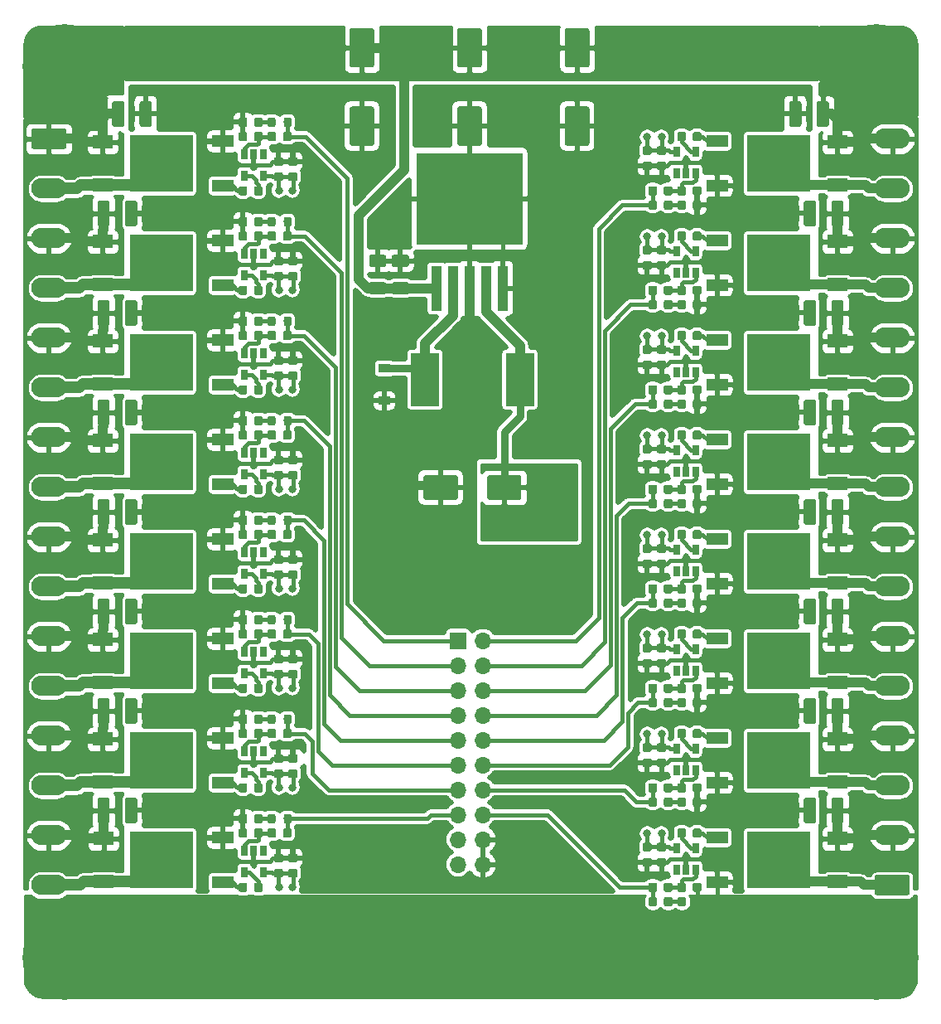
<source format=gbr>
G04 #@! TF.GenerationSoftware,KiCad,Pcbnew,(5.1.0)-1*
G04 #@! TF.CreationDate,2021-07-12T23:23:52+02:00*
G04 #@! TF.ProjectId,Magnetsteuerung_v2.1,4d61676e-6574-4737-9465-756572756e67,rev?*
G04 #@! TF.SameCoordinates,Original*
G04 #@! TF.FileFunction,Copper,L1,Top*
G04 #@! TF.FilePolarity,Positive*
%FSLAX46Y46*%
G04 Gerber Fmt 4.6, Leading zero omitted, Abs format (unit mm)*
G04 Created by KiCad (PCBNEW (5.1.0)-1) date 2021-07-12 23:23:52*
%MOMM*%
%LPD*%
G04 APERTURE LIST*
%ADD10C,0.100000*%
%ADD11C,1.250000*%
%ADD12C,2.500000*%
%ADD13C,0.900000*%
%ADD14C,8.600000*%
%ADD15R,2.200000X1.200000*%
%ADD16R,6.400000X5.800000*%
%ADD17O,3.600000X2.080000*%
%ADD18C,2.080000*%
%ADD19C,0.875000*%
%ADD20C,0.800000*%
%ADD21R,0.650000X1.060000*%
%ADD22O,1.700000X1.700000*%
%ADD23R,1.700000X1.700000*%
%ADD24R,2.900000X5.400000*%
%ADD25R,2.100000X1.400000*%
%ADD26R,10.800000X9.400000*%
%ADD27R,1.100000X4.600000*%
%ADD28R,1.200000X0.900000*%
%ADD29C,0.400000*%
%ADD30C,1.000000*%
%ADD31C,0.800000*%
%ADD32C,1.200000*%
%ADD33C,0.254000*%
%ADD34C,0.500000*%
G04 APERTURE END LIST*
D10*
G36*
X126159504Y-54736204D02*
G01*
X126183773Y-54739804D01*
X126207571Y-54745765D01*
X126230671Y-54754030D01*
X126252849Y-54764520D01*
X126273893Y-54777133D01*
X126293598Y-54791747D01*
X126311777Y-54808223D01*
X126328253Y-54826402D01*
X126342867Y-54846107D01*
X126355480Y-54867151D01*
X126365970Y-54889329D01*
X126374235Y-54912429D01*
X126380196Y-54936227D01*
X126383796Y-54960496D01*
X126385000Y-54985000D01*
X126385000Y-55735000D01*
X126383796Y-55759504D01*
X126380196Y-55783773D01*
X126374235Y-55807571D01*
X126365970Y-55830671D01*
X126355480Y-55852849D01*
X126342867Y-55873893D01*
X126328253Y-55893598D01*
X126311777Y-55911777D01*
X126293598Y-55928253D01*
X126273893Y-55942867D01*
X126252849Y-55955480D01*
X126230671Y-55965970D01*
X126207571Y-55974235D01*
X126183773Y-55980196D01*
X126159504Y-55983796D01*
X126135000Y-55985000D01*
X124885000Y-55985000D01*
X124860496Y-55983796D01*
X124836227Y-55980196D01*
X124812429Y-55974235D01*
X124789329Y-55965970D01*
X124767151Y-55955480D01*
X124746107Y-55942867D01*
X124726402Y-55928253D01*
X124708223Y-55911777D01*
X124691747Y-55893598D01*
X124677133Y-55873893D01*
X124664520Y-55852849D01*
X124654030Y-55830671D01*
X124645765Y-55807571D01*
X124639804Y-55783773D01*
X124636204Y-55759504D01*
X124635000Y-55735000D01*
X124635000Y-54985000D01*
X124636204Y-54960496D01*
X124639804Y-54936227D01*
X124645765Y-54912429D01*
X124654030Y-54889329D01*
X124664520Y-54867151D01*
X124677133Y-54846107D01*
X124691747Y-54826402D01*
X124708223Y-54808223D01*
X124726402Y-54791747D01*
X124746107Y-54777133D01*
X124767151Y-54764520D01*
X124789329Y-54754030D01*
X124812429Y-54745765D01*
X124836227Y-54739804D01*
X124860496Y-54736204D01*
X124885000Y-54735000D01*
X126135000Y-54735000D01*
X126159504Y-54736204D01*
X126159504Y-54736204D01*
G37*
D11*
X125510000Y-55360000D03*
D10*
G36*
X126159504Y-57536204D02*
G01*
X126183773Y-57539804D01*
X126207571Y-57545765D01*
X126230671Y-57554030D01*
X126252849Y-57564520D01*
X126273893Y-57577133D01*
X126293598Y-57591747D01*
X126311777Y-57608223D01*
X126328253Y-57626402D01*
X126342867Y-57646107D01*
X126355480Y-57667151D01*
X126365970Y-57689329D01*
X126374235Y-57712429D01*
X126380196Y-57736227D01*
X126383796Y-57760496D01*
X126385000Y-57785000D01*
X126385000Y-58535000D01*
X126383796Y-58559504D01*
X126380196Y-58583773D01*
X126374235Y-58607571D01*
X126365970Y-58630671D01*
X126355480Y-58652849D01*
X126342867Y-58673893D01*
X126328253Y-58693598D01*
X126311777Y-58711777D01*
X126293598Y-58728253D01*
X126273893Y-58742867D01*
X126252849Y-58755480D01*
X126230671Y-58765970D01*
X126207571Y-58774235D01*
X126183773Y-58780196D01*
X126159504Y-58783796D01*
X126135000Y-58785000D01*
X124885000Y-58785000D01*
X124860496Y-58783796D01*
X124836227Y-58780196D01*
X124812429Y-58774235D01*
X124789329Y-58765970D01*
X124767151Y-58755480D01*
X124746107Y-58742867D01*
X124726402Y-58728253D01*
X124708223Y-58711777D01*
X124691747Y-58693598D01*
X124677133Y-58673893D01*
X124664520Y-58652849D01*
X124654030Y-58630671D01*
X124645765Y-58607571D01*
X124639804Y-58583773D01*
X124636204Y-58559504D01*
X124635000Y-58535000D01*
X124635000Y-57785000D01*
X124636204Y-57760496D01*
X124639804Y-57736227D01*
X124645765Y-57712429D01*
X124654030Y-57689329D01*
X124664520Y-57667151D01*
X124677133Y-57646107D01*
X124691747Y-57626402D01*
X124708223Y-57608223D01*
X124726402Y-57591747D01*
X124746107Y-57577133D01*
X124767151Y-57564520D01*
X124789329Y-57554030D01*
X124812429Y-57545765D01*
X124836227Y-57539804D01*
X124860496Y-57536204D01*
X124885000Y-57535000D01*
X126135000Y-57535000D01*
X126159504Y-57536204D01*
X126159504Y-57536204D01*
G37*
D11*
X125510000Y-58160000D03*
D10*
G36*
X146924504Y-39601204D02*
G01*
X146948773Y-39604804D01*
X146972571Y-39610765D01*
X146995671Y-39619030D01*
X147017849Y-39629520D01*
X147038893Y-39642133D01*
X147058598Y-39656747D01*
X147076777Y-39673223D01*
X147093253Y-39691402D01*
X147107867Y-39711107D01*
X147120480Y-39732151D01*
X147130970Y-39754329D01*
X147139235Y-39777429D01*
X147145196Y-39801227D01*
X147148796Y-39825496D01*
X147150000Y-39850000D01*
X147150000Y-43350000D01*
X147148796Y-43374504D01*
X147145196Y-43398773D01*
X147139235Y-43422571D01*
X147130970Y-43445671D01*
X147120480Y-43467849D01*
X147107867Y-43488893D01*
X147093253Y-43508598D01*
X147076777Y-43526777D01*
X147058598Y-43543253D01*
X147038893Y-43557867D01*
X147017849Y-43570480D01*
X146995671Y-43580970D01*
X146972571Y-43589235D01*
X146948773Y-43595196D01*
X146924504Y-43598796D01*
X146900000Y-43600000D01*
X144900000Y-43600000D01*
X144875496Y-43598796D01*
X144851227Y-43595196D01*
X144827429Y-43589235D01*
X144804329Y-43580970D01*
X144782151Y-43570480D01*
X144761107Y-43557867D01*
X144741402Y-43543253D01*
X144723223Y-43526777D01*
X144706747Y-43508598D01*
X144692133Y-43488893D01*
X144679520Y-43467849D01*
X144669030Y-43445671D01*
X144660765Y-43422571D01*
X144654804Y-43398773D01*
X144651204Y-43374504D01*
X144650000Y-43350000D01*
X144650000Y-39850000D01*
X144651204Y-39825496D01*
X144654804Y-39801227D01*
X144660765Y-39777429D01*
X144669030Y-39754329D01*
X144679520Y-39732151D01*
X144692133Y-39711107D01*
X144706747Y-39691402D01*
X144723223Y-39673223D01*
X144741402Y-39656747D01*
X144761107Y-39642133D01*
X144782151Y-39629520D01*
X144804329Y-39619030D01*
X144827429Y-39610765D01*
X144851227Y-39604804D01*
X144875496Y-39601204D01*
X144900000Y-39600000D01*
X146900000Y-39600000D01*
X146924504Y-39601204D01*
X146924504Y-39601204D01*
G37*
D12*
X145900000Y-41600000D03*
D10*
G36*
X146924504Y-31601204D02*
G01*
X146948773Y-31604804D01*
X146972571Y-31610765D01*
X146995671Y-31619030D01*
X147017849Y-31629520D01*
X147038893Y-31642133D01*
X147058598Y-31656747D01*
X147076777Y-31673223D01*
X147093253Y-31691402D01*
X147107867Y-31711107D01*
X147120480Y-31732151D01*
X147130970Y-31754329D01*
X147139235Y-31777429D01*
X147145196Y-31801227D01*
X147148796Y-31825496D01*
X147150000Y-31850000D01*
X147150000Y-35350000D01*
X147148796Y-35374504D01*
X147145196Y-35398773D01*
X147139235Y-35422571D01*
X147130970Y-35445671D01*
X147120480Y-35467849D01*
X147107867Y-35488893D01*
X147093253Y-35508598D01*
X147076777Y-35526777D01*
X147058598Y-35543253D01*
X147038893Y-35557867D01*
X147017849Y-35570480D01*
X146995671Y-35580970D01*
X146972571Y-35589235D01*
X146948773Y-35595196D01*
X146924504Y-35598796D01*
X146900000Y-35600000D01*
X144900000Y-35600000D01*
X144875496Y-35598796D01*
X144851227Y-35595196D01*
X144827429Y-35589235D01*
X144804329Y-35580970D01*
X144782151Y-35570480D01*
X144761107Y-35557867D01*
X144741402Y-35543253D01*
X144723223Y-35526777D01*
X144706747Y-35508598D01*
X144692133Y-35488893D01*
X144679520Y-35467849D01*
X144669030Y-35445671D01*
X144660765Y-35422571D01*
X144654804Y-35398773D01*
X144651204Y-35374504D01*
X144650000Y-35350000D01*
X144650000Y-31850000D01*
X144651204Y-31825496D01*
X144654804Y-31801227D01*
X144660765Y-31777429D01*
X144669030Y-31754329D01*
X144679520Y-31732151D01*
X144692133Y-31711107D01*
X144706747Y-31691402D01*
X144723223Y-31673223D01*
X144741402Y-31656747D01*
X144761107Y-31642133D01*
X144782151Y-31629520D01*
X144804329Y-31619030D01*
X144827429Y-31610765D01*
X144851227Y-31604804D01*
X144875496Y-31601204D01*
X144900000Y-31600000D01*
X146900000Y-31600000D01*
X146924504Y-31601204D01*
X146924504Y-31601204D01*
G37*
D12*
X145900000Y-33600000D03*
D10*
G36*
X124924504Y-39601204D02*
G01*
X124948773Y-39604804D01*
X124972571Y-39610765D01*
X124995671Y-39619030D01*
X125017849Y-39629520D01*
X125038893Y-39642133D01*
X125058598Y-39656747D01*
X125076777Y-39673223D01*
X125093253Y-39691402D01*
X125107867Y-39711107D01*
X125120480Y-39732151D01*
X125130970Y-39754329D01*
X125139235Y-39777429D01*
X125145196Y-39801227D01*
X125148796Y-39825496D01*
X125150000Y-39850000D01*
X125150000Y-43350000D01*
X125148796Y-43374504D01*
X125145196Y-43398773D01*
X125139235Y-43422571D01*
X125130970Y-43445671D01*
X125120480Y-43467849D01*
X125107867Y-43488893D01*
X125093253Y-43508598D01*
X125076777Y-43526777D01*
X125058598Y-43543253D01*
X125038893Y-43557867D01*
X125017849Y-43570480D01*
X124995671Y-43580970D01*
X124972571Y-43589235D01*
X124948773Y-43595196D01*
X124924504Y-43598796D01*
X124900000Y-43600000D01*
X122900000Y-43600000D01*
X122875496Y-43598796D01*
X122851227Y-43595196D01*
X122827429Y-43589235D01*
X122804329Y-43580970D01*
X122782151Y-43570480D01*
X122761107Y-43557867D01*
X122741402Y-43543253D01*
X122723223Y-43526777D01*
X122706747Y-43508598D01*
X122692133Y-43488893D01*
X122679520Y-43467849D01*
X122669030Y-43445671D01*
X122660765Y-43422571D01*
X122654804Y-43398773D01*
X122651204Y-43374504D01*
X122650000Y-43350000D01*
X122650000Y-39850000D01*
X122651204Y-39825496D01*
X122654804Y-39801227D01*
X122660765Y-39777429D01*
X122669030Y-39754329D01*
X122679520Y-39732151D01*
X122692133Y-39711107D01*
X122706747Y-39691402D01*
X122723223Y-39673223D01*
X122741402Y-39656747D01*
X122761107Y-39642133D01*
X122782151Y-39629520D01*
X122804329Y-39619030D01*
X122827429Y-39610765D01*
X122851227Y-39604804D01*
X122875496Y-39601204D01*
X122900000Y-39600000D01*
X124900000Y-39600000D01*
X124924504Y-39601204D01*
X124924504Y-39601204D01*
G37*
D12*
X123900000Y-41600000D03*
D10*
G36*
X124924504Y-31601204D02*
G01*
X124948773Y-31604804D01*
X124972571Y-31610765D01*
X124995671Y-31619030D01*
X125017849Y-31629520D01*
X125038893Y-31642133D01*
X125058598Y-31656747D01*
X125076777Y-31673223D01*
X125093253Y-31691402D01*
X125107867Y-31711107D01*
X125120480Y-31732151D01*
X125130970Y-31754329D01*
X125139235Y-31777429D01*
X125145196Y-31801227D01*
X125148796Y-31825496D01*
X125150000Y-31850000D01*
X125150000Y-35350000D01*
X125148796Y-35374504D01*
X125145196Y-35398773D01*
X125139235Y-35422571D01*
X125130970Y-35445671D01*
X125120480Y-35467849D01*
X125107867Y-35488893D01*
X125093253Y-35508598D01*
X125076777Y-35526777D01*
X125058598Y-35543253D01*
X125038893Y-35557867D01*
X125017849Y-35570480D01*
X124995671Y-35580970D01*
X124972571Y-35589235D01*
X124948773Y-35595196D01*
X124924504Y-35598796D01*
X124900000Y-35600000D01*
X122900000Y-35600000D01*
X122875496Y-35598796D01*
X122851227Y-35595196D01*
X122827429Y-35589235D01*
X122804329Y-35580970D01*
X122782151Y-35570480D01*
X122761107Y-35557867D01*
X122741402Y-35543253D01*
X122723223Y-35526777D01*
X122706747Y-35508598D01*
X122692133Y-35488893D01*
X122679520Y-35467849D01*
X122669030Y-35445671D01*
X122660765Y-35422571D01*
X122654804Y-35398773D01*
X122651204Y-35374504D01*
X122650000Y-35350000D01*
X122650000Y-31850000D01*
X122651204Y-31825496D01*
X122654804Y-31801227D01*
X122660765Y-31777429D01*
X122669030Y-31754329D01*
X122679520Y-31732151D01*
X122692133Y-31711107D01*
X122706747Y-31691402D01*
X122723223Y-31673223D01*
X122741402Y-31656747D01*
X122761107Y-31642133D01*
X122782151Y-31629520D01*
X122804329Y-31619030D01*
X122827429Y-31610765D01*
X122851227Y-31604804D01*
X122875496Y-31601204D01*
X122900000Y-31600000D01*
X124900000Y-31600000D01*
X124924504Y-31601204D01*
X124924504Y-31601204D01*
G37*
D12*
X123900000Y-33600000D03*
D13*
X178780419Y-124219581D03*
X176500000Y-123275000D03*
X174219581Y-124219581D03*
X173275000Y-126500000D03*
X174219581Y-128780419D03*
X176500000Y-129725000D03*
X178780419Y-128780419D03*
X179725000Y-126500000D03*
D14*
X176500000Y-126500000D03*
D13*
X178780419Y-33219581D03*
X176500000Y-32275000D03*
X174219581Y-33219581D03*
X173275000Y-35500000D03*
X174219581Y-37780419D03*
X176500000Y-38725000D03*
X178780419Y-37780419D03*
X179725000Y-35500000D03*
D14*
X176500000Y-35500000D03*
D13*
X95780419Y-124219581D03*
X93500000Y-123275000D03*
X91219581Y-124219581D03*
X90275000Y-126500000D03*
X91219581Y-128780419D03*
X93500000Y-129725000D03*
X95780419Y-128780419D03*
X96725000Y-126500000D03*
D14*
X93500000Y-126500000D03*
D13*
X95780419Y-33219581D03*
X93500000Y-32275000D03*
X91219581Y-33219581D03*
X90275000Y-35500000D03*
X91219581Y-37780419D03*
X93500000Y-38725000D03*
X95780419Y-37780419D03*
X96725000Y-35500000D03*
D14*
X93500000Y-35500000D03*
D15*
X109700000Y-108680000D03*
X109700000Y-104120000D03*
D16*
X103400000Y-106400000D03*
D15*
X109700000Y-118840000D03*
X109700000Y-114280000D03*
D16*
X103400000Y-116560000D03*
D10*
G36*
X172899504Y-89836204D02*
G01*
X172923773Y-89839804D01*
X172947571Y-89845765D01*
X172970671Y-89854030D01*
X172992849Y-89864520D01*
X173013893Y-89877133D01*
X173033598Y-89891747D01*
X173051777Y-89908223D01*
X173068253Y-89926402D01*
X173082867Y-89946107D01*
X173095480Y-89967151D01*
X173105970Y-89989329D01*
X173114235Y-90012429D01*
X173120196Y-90036227D01*
X173123796Y-90060496D01*
X173125000Y-90085000D01*
X173125000Y-92235000D01*
X173123796Y-92259504D01*
X173120196Y-92283773D01*
X173114235Y-92307571D01*
X173105970Y-92330671D01*
X173095480Y-92352849D01*
X173082867Y-92373893D01*
X173068253Y-92393598D01*
X173051777Y-92411777D01*
X173033598Y-92428253D01*
X173013893Y-92442867D01*
X172992849Y-92455480D01*
X172970671Y-92465970D01*
X172947571Y-92474235D01*
X172923773Y-92480196D01*
X172899504Y-92483796D01*
X172875000Y-92485000D01*
X172125000Y-92485000D01*
X172100496Y-92483796D01*
X172076227Y-92480196D01*
X172052429Y-92474235D01*
X172029329Y-92465970D01*
X172007151Y-92455480D01*
X171986107Y-92442867D01*
X171966402Y-92428253D01*
X171948223Y-92411777D01*
X171931747Y-92393598D01*
X171917133Y-92373893D01*
X171904520Y-92352849D01*
X171894030Y-92330671D01*
X171885765Y-92307571D01*
X171879804Y-92283773D01*
X171876204Y-92259504D01*
X171875000Y-92235000D01*
X171875000Y-90085000D01*
X171876204Y-90060496D01*
X171879804Y-90036227D01*
X171885765Y-90012429D01*
X171894030Y-89989329D01*
X171904520Y-89967151D01*
X171917133Y-89946107D01*
X171931747Y-89926402D01*
X171948223Y-89908223D01*
X171966402Y-89891747D01*
X171986107Y-89877133D01*
X172007151Y-89864520D01*
X172029329Y-89854030D01*
X172052429Y-89845765D01*
X172076227Y-89839804D01*
X172100496Y-89836204D01*
X172125000Y-89835000D01*
X172875000Y-89835000D01*
X172899504Y-89836204D01*
X172899504Y-89836204D01*
G37*
D11*
X172500000Y-91160000D03*
D10*
G36*
X170099504Y-89836204D02*
G01*
X170123773Y-89839804D01*
X170147571Y-89845765D01*
X170170671Y-89854030D01*
X170192849Y-89864520D01*
X170213893Y-89877133D01*
X170233598Y-89891747D01*
X170251777Y-89908223D01*
X170268253Y-89926402D01*
X170282867Y-89946107D01*
X170295480Y-89967151D01*
X170305970Y-89989329D01*
X170314235Y-90012429D01*
X170320196Y-90036227D01*
X170323796Y-90060496D01*
X170325000Y-90085000D01*
X170325000Y-92235000D01*
X170323796Y-92259504D01*
X170320196Y-92283773D01*
X170314235Y-92307571D01*
X170305970Y-92330671D01*
X170295480Y-92352849D01*
X170282867Y-92373893D01*
X170268253Y-92393598D01*
X170251777Y-92411777D01*
X170233598Y-92428253D01*
X170213893Y-92442867D01*
X170192849Y-92455480D01*
X170170671Y-92465970D01*
X170147571Y-92474235D01*
X170123773Y-92480196D01*
X170099504Y-92483796D01*
X170075000Y-92485000D01*
X169325000Y-92485000D01*
X169300496Y-92483796D01*
X169276227Y-92480196D01*
X169252429Y-92474235D01*
X169229329Y-92465970D01*
X169207151Y-92455480D01*
X169186107Y-92442867D01*
X169166402Y-92428253D01*
X169148223Y-92411777D01*
X169131747Y-92393598D01*
X169117133Y-92373893D01*
X169104520Y-92352849D01*
X169094030Y-92330671D01*
X169085765Y-92307571D01*
X169079804Y-92283773D01*
X169076204Y-92259504D01*
X169075000Y-92235000D01*
X169075000Y-90085000D01*
X169076204Y-90060496D01*
X169079804Y-90036227D01*
X169085765Y-90012429D01*
X169094030Y-89989329D01*
X169104520Y-89967151D01*
X169117133Y-89946107D01*
X169131747Y-89926402D01*
X169148223Y-89908223D01*
X169166402Y-89891747D01*
X169186107Y-89877133D01*
X169207151Y-89864520D01*
X169229329Y-89854030D01*
X169252429Y-89845765D01*
X169276227Y-89839804D01*
X169300496Y-89836204D01*
X169325000Y-89835000D01*
X170075000Y-89835000D01*
X170099504Y-89836204D01*
X170099504Y-89836204D01*
G37*
D11*
X169700000Y-91160000D03*
D10*
G36*
X172899504Y-59356204D02*
G01*
X172923773Y-59359804D01*
X172947571Y-59365765D01*
X172970671Y-59374030D01*
X172992849Y-59384520D01*
X173013893Y-59397133D01*
X173033598Y-59411747D01*
X173051777Y-59428223D01*
X173068253Y-59446402D01*
X173082867Y-59466107D01*
X173095480Y-59487151D01*
X173105970Y-59509329D01*
X173114235Y-59532429D01*
X173120196Y-59556227D01*
X173123796Y-59580496D01*
X173125000Y-59605000D01*
X173125000Y-61755000D01*
X173123796Y-61779504D01*
X173120196Y-61803773D01*
X173114235Y-61827571D01*
X173105970Y-61850671D01*
X173095480Y-61872849D01*
X173082867Y-61893893D01*
X173068253Y-61913598D01*
X173051777Y-61931777D01*
X173033598Y-61948253D01*
X173013893Y-61962867D01*
X172992849Y-61975480D01*
X172970671Y-61985970D01*
X172947571Y-61994235D01*
X172923773Y-62000196D01*
X172899504Y-62003796D01*
X172875000Y-62005000D01*
X172125000Y-62005000D01*
X172100496Y-62003796D01*
X172076227Y-62000196D01*
X172052429Y-61994235D01*
X172029329Y-61985970D01*
X172007151Y-61975480D01*
X171986107Y-61962867D01*
X171966402Y-61948253D01*
X171948223Y-61931777D01*
X171931747Y-61913598D01*
X171917133Y-61893893D01*
X171904520Y-61872849D01*
X171894030Y-61850671D01*
X171885765Y-61827571D01*
X171879804Y-61803773D01*
X171876204Y-61779504D01*
X171875000Y-61755000D01*
X171875000Y-59605000D01*
X171876204Y-59580496D01*
X171879804Y-59556227D01*
X171885765Y-59532429D01*
X171894030Y-59509329D01*
X171904520Y-59487151D01*
X171917133Y-59466107D01*
X171931747Y-59446402D01*
X171948223Y-59428223D01*
X171966402Y-59411747D01*
X171986107Y-59397133D01*
X172007151Y-59384520D01*
X172029329Y-59374030D01*
X172052429Y-59365765D01*
X172076227Y-59359804D01*
X172100496Y-59356204D01*
X172125000Y-59355000D01*
X172875000Y-59355000D01*
X172899504Y-59356204D01*
X172899504Y-59356204D01*
G37*
D11*
X172500000Y-60680000D03*
D10*
G36*
X170099504Y-59356204D02*
G01*
X170123773Y-59359804D01*
X170147571Y-59365765D01*
X170170671Y-59374030D01*
X170192849Y-59384520D01*
X170213893Y-59397133D01*
X170233598Y-59411747D01*
X170251777Y-59428223D01*
X170268253Y-59446402D01*
X170282867Y-59466107D01*
X170295480Y-59487151D01*
X170305970Y-59509329D01*
X170314235Y-59532429D01*
X170320196Y-59556227D01*
X170323796Y-59580496D01*
X170325000Y-59605000D01*
X170325000Y-61755000D01*
X170323796Y-61779504D01*
X170320196Y-61803773D01*
X170314235Y-61827571D01*
X170305970Y-61850671D01*
X170295480Y-61872849D01*
X170282867Y-61893893D01*
X170268253Y-61913598D01*
X170251777Y-61931777D01*
X170233598Y-61948253D01*
X170213893Y-61962867D01*
X170192849Y-61975480D01*
X170170671Y-61985970D01*
X170147571Y-61994235D01*
X170123773Y-62000196D01*
X170099504Y-62003796D01*
X170075000Y-62005000D01*
X169325000Y-62005000D01*
X169300496Y-62003796D01*
X169276227Y-62000196D01*
X169252429Y-61994235D01*
X169229329Y-61985970D01*
X169207151Y-61975480D01*
X169186107Y-61962867D01*
X169166402Y-61948253D01*
X169148223Y-61931777D01*
X169131747Y-61913598D01*
X169117133Y-61893893D01*
X169104520Y-61872849D01*
X169094030Y-61850671D01*
X169085765Y-61827571D01*
X169079804Y-61803773D01*
X169076204Y-61779504D01*
X169075000Y-61755000D01*
X169075000Y-59605000D01*
X169076204Y-59580496D01*
X169079804Y-59556227D01*
X169085765Y-59532429D01*
X169094030Y-59509329D01*
X169104520Y-59487151D01*
X169117133Y-59466107D01*
X169131747Y-59446402D01*
X169148223Y-59428223D01*
X169166402Y-59411747D01*
X169186107Y-59397133D01*
X169207151Y-59384520D01*
X169229329Y-59374030D01*
X169252429Y-59365765D01*
X169276227Y-59359804D01*
X169300496Y-59356204D01*
X169325000Y-59355000D01*
X170075000Y-59355000D01*
X170099504Y-59356204D01*
X170099504Y-59356204D01*
G37*
D11*
X169700000Y-60680000D03*
D10*
G36*
X172899504Y-110156204D02*
G01*
X172923773Y-110159804D01*
X172947571Y-110165765D01*
X172970671Y-110174030D01*
X172992849Y-110184520D01*
X173013893Y-110197133D01*
X173033598Y-110211747D01*
X173051777Y-110228223D01*
X173068253Y-110246402D01*
X173082867Y-110266107D01*
X173095480Y-110287151D01*
X173105970Y-110309329D01*
X173114235Y-110332429D01*
X173120196Y-110356227D01*
X173123796Y-110380496D01*
X173125000Y-110405000D01*
X173125000Y-112555000D01*
X173123796Y-112579504D01*
X173120196Y-112603773D01*
X173114235Y-112627571D01*
X173105970Y-112650671D01*
X173095480Y-112672849D01*
X173082867Y-112693893D01*
X173068253Y-112713598D01*
X173051777Y-112731777D01*
X173033598Y-112748253D01*
X173013893Y-112762867D01*
X172992849Y-112775480D01*
X172970671Y-112785970D01*
X172947571Y-112794235D01*
X172923773Y-112800196D01*
X172899504Y-112803796D01*
X172875000Y-112805000D01*
X172125000Y-112805000D01*
X172100496Y-112803796D01*
X172076227Y-112800196D01*
X172052429Y-112794235D01*
X172029329Y-112785970D01*
X172007151Y-112775480D01*
X171986107Y-112762867D01*
X171966402Y-112748253D01*
X171948223Y-112731777D01*
X171931747Y-112713598D01*
X171917133Y-112693893D01*
X171904520Y-112672849D01*
X171894030Y-112650671D01*
X171885765Y-112627571D01*
X171879804Y-112603773D01*
X171876204Y-112579504D01*
X171875000Y-112555000D01*
X171875000Y-110405000D01*
X171876204Y-110380496D01*
X171879804Y-110356227D01*
X171885765Y-110332429D01*
X171894030Y-110309329D01*
X171904520Y-110287151D01*
X171917133Y-110266107D01*
X171931747Y-110246402D01*
X171948223Y-110228223D01*
X171966402Y-110211747D01*
X171986107Y-110197133D01*
X172007151Y-110184520D01*
X172029329Y-110174030D01*
X172052429Y-110165765D01*
X172076227Y-110159804D01*
X172100496Y-110156204D01*
X172125000Y-110155000D01*
X172875000Y-110155000D01*
X172899504Y-110156204D01*
X172899504Y-110156204D01*
G37*
D11*
X172500000Y-111480000D03*
D10*
G36*
X170099504Y-110156204D02*
G01*
X170123773Y-110159804D01*
X170147571Y-110165765D01*
X170170671Y-110174030D01*
X170192849Y-110184520D01*
X170213893Y-110197133D01*
X170233598Y-110211747D01*
X170251777Y-110228223D01*
X170268253Y-110246402D01*
X170282867Y-110266107D01*
X170295480Y-110287151D01*
X170305970Y-110309329D01*
X170314235Y-110332429D01*
X170320196Y-110356227D01*
X170323796Y-110380496D01*
X170325000Y-110405000D01*
X170325000Y-112555000D01*
X170323796Y-112579504D01*
X170320196Y-112603773D01*
X170314235Y-112627571D01*
X170305970Y-112650671D01*
X170295480Y-112672849D01*
X170282867Y-112693893D01*
X170268253Y-112713598D01*
X170251777Y-112731777D01*
X170233598Y-112748253D01*
X170213893Y-112762867D01*
X170192849Y-112775480D01*
X170170671Y-112785970D01*
X170147571Y-112794235D01*
X170123773Y-112800196D01*
X170099504Y-112803796D01*
X170075000Y-112805000D01*
X169325000Y-112805000D01*
X169300496Y-112803796D01*
X169276227Y-112800196D01*
X169252429Y-112794235D01*
X169229329Y-112785970D01*
X169207151Y-112775480D01*
X169186107Y-112762867D01*
X169166402Y-112748253D01*
X169148223Y-112731777D01*
X169131747Y-112713598D01*
X169117133Y-112693893D01*
X169104520Y-112672849D01*
X169094030Y-112650671D01*
X169085765Y-112627571D01*
X169079804Y-112603773D01*
X169076204Y-112579504D01*
X169075000Y-112555000D01*
X169075000Y-110405000D01*
X169076204Y-110380496D01*
X169079804Y-110356227D01*
X169085765Y-110332429D01*
X169094030Y-110309329D01*
X169104520Y-110287151D01*
X169117133Y-110266107D01*
X169131747Y-110246402D01*
X169148223Y-110228223D01*
X169166402Y-110211747D01*
X169186107Y-110197133D01*
X169207151Y-110184520D01*
X169229329Y-110174030D01*
X169252429Y-110165765D01*
X169276227Y-110159804D01*
X169300496Y-110156204D01*
X169325000Y-110155000D01*
X170075000Y-110155000D01*
X170099504Y-110156204D01*
X170099504Y-110156204D01*
G37*
D11*
X169700000Y-111480000D03*
D10*
G36*
X172899504Y-79676204D02*
G01*
X172923773Y-79679804D01*
X172947571Y-79685765D01*
X172970671Y-79694030D01*
X172992849Y-79704520D01*
X173013893Y-79717133D01*
X173033598Y-79731747D01*
X173051777Y-79748223D01*
X173068253Y-79766402D01*
X173082867Y-79786107D01*
X173095480Y-79807151D01*
X173105970Y-79829329D01*
X173114235Y-79852429D01*
X173120196Y-79876227D01*
X173123796Y-79900496D01*
X173125000Y-79925000D01*
X173125000Y-82075000D01*
X173123796Y-82099504D01*
X173120196Y-82123773D01*
X173114235Y-82147571D01*
X173105970Y-82170671D01*
X173095480Y-82192849D01*
X173082867Y-82213893D01*
X173068253Y-82233598D01*
X173051777Y-82251777D01*
X173033598Y-82268253D01*
X173013893Y-82282867D01*
X172992849Y-82295480D01*
X172970671Y-82305970D01*
X172947571Y-82314235D01*
X172923773Y-82320196D01*
X172899504Y-82323796D01*
X172875000Y-82325000D01*
X172125000Y-82325000D01*
X172100496Y-82323796D01*
X172076227Y-82320196D01*
X172052429Y-82314235D01*
X172029329Y-82305970D01*
X172007151Y-82295480D01*
X171986107Y-82282867D01*
X171966402Y-82268253D01*
X171948223Y-82251777D01*
X171931747Y-82233598D01*
X171917133Y-82213893D01*
X171904520Y-82192849D01*
X171894030Y-82170671D01*
X171885765Y-82147571D01*
X171879804Y-82123773D01*
X171876204Y-82099504D01*
X171875000Y-82075000D01*
X171875000Y-79925000D01*
X171876204Y-79900496D01*
X171879804Y-79876227D01*
X171885765Y-79852429D01*
X171894030Y-79829329D01*
X171904520Y-79807151D01*
X171917133Y-79786107D01*
X171931747Y-79766402D01*
X171948223Y-79748223D01*
X171966402Y-79731747D01*
X171986107Y-79717133D01*
X172007151Y-79704520D01*
X172029329Y-79694030D01*
X172052429Y-79685765D01*
X172076227Y-79679804D01*
X172100496Y-79676204D01*
X172125000Y-79675000D01*
X172875000Y-79675000D01*
X172899504Y-79676204D01*
X172899504Y-79676204D01*
G37*
D11*
X172500000Y-81000000D03*
D10*
G36*
X170099504Y-79676204D02*
G01*
X170123773Y-79679804D01*
X170147571Y-79685765D01*
X170170671Y-79694030D01*
X170192849Y-79704520D01*
X170213893Y-79717133D01*
X170233598Y-79731747D01*
X170251777Y-79748223D01*
X170268253Y-79766402D01*
X170282867Y-79786107D01*
X170295480Y-79807151D01*
X170305970Y-79829329D01*
X170314235Y-79852429D01*
X170320196Y-79876227D01*
X170323796Y-79900496D01*
X170325000Y-79925000D01*
X170325000Y-82075000D01*
X170323796Y-82099504D01*
X170320196Y-82123773D01*
X170314235Y-82147571D01*
X170305970Y-82170671D01*
X170295480Y-82192849D01*
X170282867Y-82213893D01*
X170268253Y-82233598D01*
X170251777Y-82251777D01*
X170233598Y-82268253D01*
X170213893Y-82282867D01*
X170192849Y-82295480D01*
X170170671Y-82305970D01*
X170147571Y-82314235D01*
X170123773Y-82320196D01*
X170099504Y-82323796D01*
X170075000Y-82325000D01*
X169325000Y-82325000D01*
X169300496Y-82323796D01*
X169276227Y-82320196D01*
X169252429Y-82314235D01*
X169229329Y-82305970D01*
X169207151Y-82295480D01*
X169186107Y-82282867D01*
X169166402Y-82268253D01*
X169148223Y-82251777D01*
X169131747Y-82233598D01*
X169117133Y-82213893D01*
X169104520Y-82192849D01*
X169094030Y-82170671D01*
X169085765Y-82147571D01*
X169079804Y-82123773D01*
X169076204Y-82099504D01*
X169075000Y-82075000D01*
X169075000Y-79925000D01*
X169076204Y-79900496D01*
X169079804Y-79876227D01*
X169085765Y-79852429D01*
X169094030Y-79829329D01*
X169104520Y-79807151D01*
X169117133Y-79786107D01*
X169131747Y-79766402D01*
X169148223Y-79748223D01*
X169166402Y-79731747D01*
X169186107Y-79717133D01*
X169207151Y-79704520D01*
X169229329Y-79694030D01*
X169252429Y-79685765D01*
X169276227Y-79679804D01*
X169300496Y-79676204D01*
X169325000Y-79675000D01*
X170075000Y-79675000D01*
X170099504Y-79676204D01*
X170099504Y-79676204D01*
G37*
D11*
X169700000Y-81000000D03*
D10*
G36*
X172899504Y-49196204D02*
G01*
X172923773Y-49199804D01*
X172947571Y-49205765D01*
X172970671Y-49214030D01*
X172992849Y-49224520D01*
X173013893Y-49237133D01*
X173033598Y-49251747D01*
X173051777Y-49268223D01*
X173068253Y-49286402D01*
X173082867Y-49306107D01*
X173095480Y-49327151D01*
X173105970Y-49349329D01*
X173114235Y-49372429D01*
X173120196Y-49396227D01*
X173123796Y-49420496D01*
X173125000Y-49445000D01*
X173125000Y-51595000D01*
X173123796Y-51619504D01*
X173120196Y-51643773D01*
X173114235Y-51667571D01*
X173105970Y-51690671D01*
X173095480Y-51712849D01*
X173082867Y-51733893D01*
X173068253Y-51753598D01*
X173051777Y-51771777D01*
X173033598Y-51788253D01*
X173013893Y-51802867D01*
X172992849Y-51815480D01*
X172970671Y-51825970D01*
X172947571Y-51834235D01*
X172923773Y-51840196D01*
X172899504Y-51843796D01*
X172875000Y-51845000D01*
X172125000Y-51845000D01*
X172100496Y-51843796D01*
X172076227Y-51840196D01*
X172052429Y-51834235D01*
X172029329Y-51825970D01*
X172007151Y-51815480D01*
X171986107Y-51802867D01*
X171966402Y-51788253D01*
X171948223Y-51771777D01*
X171931747Y-51753598D01*
X171917133Y-51733893D01*
X171904520Y-51712849D01*
X171894030Y-51690671D01*
X171885765Y-51667571D01*
X171879804Y-51643773D01*
X171876204Y-51619504D01*
X171875000Y-51595000D01*
X171875000Y-49445000D01*
X171876204Y-49420496D01*
X171879804Y-49396227D01*
X171885765Y-49372429D01*
X171894030Y-49349329D01*
X171904520Y-49327151D01*
X171917133Y-49306107D01*
X171931747Y-49286402D01*
X171948223Y-49268223D01*
X171966402Y-49251747D01*
X171986107Y-49237133D01*
X172007151Y-49224520D01*
X172029329Y-49214030D01*
X172052429Y-49205765D01*
X172076227Y-49199804D01*
X172100496Y-49196204D01*
X172125000Y-49195000D01*
X172875000Y-49195000D01*
X172899504Y-49196204D01*
X172899504Y-49196204D01*
G37*
D11*
X172500000Y-50520000D03*
D10*
G36*
X170099504Y-49196204D02*
G01*
X170123773Y-49199804D01*
X170147571Y-49205765D01*
X170170671Y-49214030D01*
X170192849Y-49224520D01*
X170213893Y-49237133D01*
X170233598Y-49251747D01*
X170251777Y-49268223D01*
X170268253Y-49286402D01*
X170282867Y-49306107D01*
X170295480Y-49327151D01*
X170305970Y-49349329D01*
X170314235Y-49372429D01*
X170320196Y-49396227D01*
X170323796Y-49420496D01*
X170325000Y-49445000D01*
X170325000Y-51595000D01*
X170323796Y-51619504D01*
X170320196Y-51643773D01*
X170314235Y-51667571D01*
X170305970Y-51690671D01*
X170295480Y-51712849D01*
X170282867Y-51733893D01*
X170268253Y-51753598D01*
X170251777Y-51771777D01*
X170233598Y-51788253D01*
X170213893Y-51802867D01*
X170192849Y-51815480D01*
X170170671Y-51825970D01*
X170147571Y-51834235D01*
X170123773Y-51840196D01*
X170099504Y-51843796D01*
X170075000Y-51845000D01*
X169325000Y-51845000D01*
X169300496Y-51843796D01*
X169276227Y-51840196D01*
X169252429Y-51834235D01*
X169229329Y-51825970D01*
X169207151Y-51815480D01*
X169186107Y-51802867D01*
X169166402Y-51788253D01*
X169148223Y-51771777D01*
X169131747Y-51753598D01*
X169117133Y-51733893D01*
X169104520Y-51712849D01*
X169094030Y-51690671D01*
X169085765Y-51667571D01*
X169079804Y-51643773D01*
X169076204Y-51619504D01*
X169075000Y-51595000D01*
X169075000Y-49445000D01*
X169076204Y-49420496D01*
X169079804Y-49396227D01*
X169085765Y-49372429D01*
X169094030Y-49349329D01*
X169104520Y-49327151D01*
X169117133Y-49306107D01*
X169131747Y-49286402D01*
X169148223Y-49268223D01*
X169166402Y-49251747D01*
X169186107Y-49237133D01*
X169207151Y-49224520D01*
X169229329Y-49214030D01*
X169252429Y-49205765D01*
X169276227Y-49199804D01*
X169300496Y-49196204D01*
X169325000Y-49195000D01*
X170075000Y-49195000D01*
X170099504Y-49196204D01*
X170099504Y-49196204D01*
G37*
D11*
X169700000Y-50520000D03*
D10*
G36*
X172899504Y-99996204D02*
G01*
X172923773Y-99999804D01*
X172947571Y-100005765D01*
X172970671Y-100014030D01*
X172992849Y-100024520D01*
X173013893Y-100037133D01*
X173033598Y-100051747D01*
X173051777Y-100068223D01*
X173068253Y-100086402D01*
X173082867Y-100106107D01*
X173095480Y-100127151D01*
X173105970Y-100149329D01*
X173114235Y-100172429D01*
X173120196Y-100196227D01*
X173123796Y-100220496D01*
X173125000Y-100245000D01*
X173125000Y-102395000D01*
X173123796Y-102419504D01*
X173120196Y-102443773D01*
X173114235Y-102467571D01*
X173105970Y-102490671D01*
X173095480Y-102512849D01*
X173082867Y-102533893D01*
X173068253Y-102553598D01*
X173051777Y-102571777D01*
X173033598Y-102588253D01*
X173013893Y-102602867D01*
X172992849Y-102615480D01*
X172970671Y-102625970D01*
X172947571Y-102634235D01*
X172923773Y-102640196D01*
X172899504Y-102643796D01*
X172875000Y-102645000D01*
X172125000Y-102645000D01*
X172100496Y-102643796D01*
X172076227Y-102640196D01*
X172052429Y-102634235D01*
X172029329Y-102625970D01*
X172007151Y-102615480D01*
X171986107Y-102602867D01*
X171966402Y-102588253D01*
X171948223Y-102571777D01*
X171931747Y-102553598D01*
X171917133Y-102533893D01*
X171904520Y-102512849D01*
X171894030Y-102490671D01*
X171885765Y-102467571D01*
X171879804Y-102443773D01*
X171876204Y-102419504D01*
X171875000Y-102395000D01*
X171875000Y-100245000D01*
X171876204Y-100220496D01*
X171879804Y-100196227D01*
X171885765Y-100172429D01*
X171894030Y-100149329D01*
X171904520Y-100127151D01*
X171917133Y-100106107D01*
X171931747Y-100086402D01*
X171948223Y-100068223D01*
X171966402Y-100051747D01*
X171986107Y-100037133D01*
X172007151Y-100024520D01*
X172029329Y-100014030D01*
X172052429Y-100005765D01*
X172076227Y-99999804D01*
X172100496Y-99996204D01*
X172125000Y-99995000D01*
X172875000Y-99995000D01*
X172899504Y-99996204D01*
X172899504Y-99996204D01*
G37*
D11*
X172500000Y-101320000D03*
D10*
G36*
X170099504Y-99996204D02*
G01*
X170123773Y-99999804D01*
X170147571Y-100005765D01*
X170170671Y-100014030D01*
X170192849Y-100024520D01*
X170213893Y-100037133D01*
X170233598Y-100051747D01*
X170251777Y-100068223D01*
X170268253Y-100086402D01*
X170282867Y-100106107D01*
X170295480Y-100127151D01*
X170305970Y-100149329D01*
X170314235Y-100172429D01*
X170320196Y-100196227D01*
X170323796Y-100220496D01*
X170325000Y-100245000D01*
X170325000Y-102395000D01*
X170323796Y-102419504D01*
X170320196Y-102443773D01*
X170314235Y-102467571D01*
X170305970Y-102490671D01*
X170295480Y-102512849D01*
X170282867Y-102533893D01*
X170268253Y-102553598D01*
X170251777Y-102571777D01*
X170233598Y-102588253D01*
X170213893Y-102602867D01*
X170192849Y-102615480D01*
X170170671Y-102625970D01*
X170147571Y-102634235D01*
X170123773Y-102640196D01*
X170099504Y-102643796D01*
X170075000Y-102645000D01*
X169325000Y-102645000D01*
X169300496Y-102643796D01*
X169276227Y-102640196D01*
X169252429Y-102634235D01*
X169229329Y-102625970D01*
X169207151Y-102615480D01*
X169186107Y-102602867D01*
X169166402Y-102588253D01*
X169148223Y-102571777D01*
X169131747Y-102553598D01*
X169117133Y-102533893D01*
X169104520Y-102512849D01*
X169094030Y-102490671D01*
X169085765Y-102467571D01*
X169079804Y-102443773D01*
X169076204Y-102419504D01*
X169075000Y-102395000D01*
X169075000Y-100245000D01*
X169076204Y-100220496D01*
X169079804Y-100196227D01*
X169085765Y-100172429D01*
X169094030Y-100149329D01*
X169104520Y-100127151D01*
X169117133Y-100106107D01*
X169131747Y-100086402D01*
X169148223Y-100068223D01*
X169166402Y-100051747D01*
X169186107Y-100037133D01*
X169207151Y-100024520D01*
X169229329Y-100014030D01*
X169252429Y-100005765D01*
X169276227Y-99999804D01*
X169300496Y-99996204D01*
X169325000Y-99995000D01*
X170075000Y-99995000D01*
X170099504Y-99996204D01*
X170099504Y-99996204D01*
G37*
D11*
X169700000Y-101320000D03*
D10*
G36*
X172899504Y-69516204D02*
G01*
X172923773Y-69519804D01*
X172947571Y-69525765D01*
X172970671Y-69534030D01*
X172992849Y-69544520D01*
X173013893Y-69557133D01*
X173033598Y-69571747D01*
X173051777Y-69588223D01*
X173068253Y-69606402D01*
X173082867Y-69626107D01*
X173095480Y-69647151D01*
X173105970Y-69669329D01*
X173114235Y-69692429D01*
X173120196Y-69716227D01*
X173123796Y-69740496D01*
X173125000Y-69765000D01*
X173125000Y-71915000D01*
X173123796Y-71939504D01*
X173120196Y-71963773D01*
X173114235Y-71987571D01*
X173105970Y-72010671D01*
X173095480Y-72032849D01*
X173082867Y-72053893D01*
X173068253Y-72073598D01*
X173051777Y-72091777D01*
X173033598Y-72108253D01*
X173013893Y-72122867D01*
X172992849Y-72135480D01*
X172970671Y-72145970D01*
X172947571Y-72154235D01*
X172923773Y-72160196D01*
X172899504Y-72163796D01*
X172875000Y-72165000D01*
X172125000Y-72165000D01*
X172100496Y-72163796D01*
X172076227Y-72160196D01*
X172052429Y-72154235D01*
X172029329Y-72145970D01*
X172007151Y-72135480D01*
X171986107Y-72122867D01*
X171966402Y-72108253D01*
X171948223Y-72091777D01*
X171931747Y-72073598D01*
X171917133Y-72053893D01*
X171904520Y-72032849D01*
X171894030Y-72010671D01*
X171885765Y-71987571D01*
X171879804Y-71963773D01*
X171876204Y-71939504D01*
X171875000Y-71915000D01*
X171875000Y-69765000D01*
X171876204Y-69740496D01*
X171879804Y-69716227D01*
X171885765Y-69692429D01*
X171894030Y-69669329D01*
X171904520Y-69647151D01*
X171917133Y-69626107D01*
X171931747Y-69606402D01*
X171948223Y-69588223D01*
X171966402Y-69571747D01*
X171986107Y-69557133D01*
X172007151Y-69544520D01*
X172029329Y-69534030D01*
X172052429Y-69525765D01*
X172076227Y-69519804D01*
X172100496Y-69516204D01*
X172125000Y-69515000D01*
X172875000Y-69515000D01*
X172899504Y-69516204D01*
X172899504Y-69516204D01*
G37*
D11*
X172500000Y-70840000D03*
D10*
G36*
X170099504Y-69516204D02*
G01*
X170123773Y-69519804D01*
X170147571Y-69525765D01*
X170170671Y-69534030D01*
X170192849Y-69544520D01*
X170213893Y-69557133D01*
X170233598Y-69571747D01*
X170251777Y-69588223D01*
X170268253Y-69606402D01*
X170282867Y-69626107D01*
X170295480Y-69647151D01*
X170305970Y-69669329D01*
X170314235Y-69692429D01*
X170320196Y-69716227D01*
X170323796Y-69740496D01*
X170325000Y-69765000D01*
X170325000Y-71915000D01*
X170323796Y-71939504D01*
X170320196Y-71963773D01*
X170314235Y-71987571D01*
X170305970Y-72010671D01*
X170295480Y-72032849D01*
X170282867Y-72053893D01*
X170268253Y-72073598D01*
X170251777Y-72091777D01*
X170233598Y-72108253D01*
X170213893Y-72122867D01*
X170192849Y-72135480D01*
X170170671Y-72145970D01*
X170147571Y-72154235D01*
X170123773Y-72160196D01*
X170099504Y-72163796D01*
X170075000Y-72165000D01*
X169325000Y-72165000D01*
X169300496Y-72163796D01*
X169276227Y-72160196D01*
X169252429Y-72154235D01*
X169229329Y-72145970D01*
X169207151Y-72135480D01*
X169186107Y-72122867D01*
X169166402Y-72108253D01*
X169148223Y-72091777D01*
X169131747Y-72073598D01*
X169117133Y-72053893D01*
X169104520Y-72032849D01*
X169094030Y-72010671D01*
X169085765Y-71987571D01*
X169079804Y-71963773D01*
X169076204Y-71939504D01*
X169075000Y-71915000D01*
X169075000Y-69765000D01*
X169076204Y-69740496D01*
X169079804Y-69716227D01*
X169085765Y-69692429D01*
X169094030Y-69669329D01*
X169104520Y-69647151D01*
X169117133Y-69626107D01*
X169131747Y-69606402D01*
X169148223Y-69588223D01*
X169166402Y-69571747D01*
X169186107Y-69557133D01*
X169207151Y-69544520D01*
X169229329Y-69534030D01*
X169252429Y-69525765D01*
X169276227Y-69519804D01*
X169300496Y-69516204D01*
X169325000Y-69515000D01*
X170075000Y-69515000D01*
X170099504Y-69516204D01*
X170099504Y-69516204D01*
G37*
D11*
X169700000Y-70840000D03*
D10*
G36*
X171399504Y-39036204D02*
G01*
X171423773Y-39039804D01*
X171447571Y-39045765D01*
X171470671Y-39054030D01*
X171492849Y-39064520D01*
X171513893Y-39077133D01*
X171533598Y-39091747D01*
X171551777Y-39108223D01*
X171568253Y-39126402D01*
X171582867Y-39146107D01*
X171595480Y-39167151D01*
X171605970Y-39189329D01*
X171614235Y-39212429D01*
X171620196Y-39236227D01*
X171623796Y-39260496D01*
X171625000Y-39285000D01*
X171625000Y-41435000D01*
X171623796Y-41459504D01*
X171620196Y-41483773D01*
X171614235Y-41507571D01*
X171605970Y-41530671D01*
X171595480Y-41552849D01*
X171582867Y-41573893D01*
X171568253Y-41593598D01*
X171551777Y-41611777D01*
X171533598Y-41628253D01*
X171513893Y-41642867D01*
X171492849Y-41655480D01*
X171470671Y-41665970D01*
X171447571Y-41674235D01*
X171423773Y-41680196D01*
X171399504Y-41683796D01*
X171375000Y-41685000D01*
X170625000Y-41685000D01*
X170600496Y-41683796D01*
X170576227Y-41680196D01*
X170552429Y-41674235D01*
X170529329Y-41665970D01*
X170507151Y-41655480D01*
X170486107Y-41642867D01*
X170466402Y-41628253D01*
X170448223Y-41611777D01*
X170431747Y-41593598D01*
X170417133Y-41573893D01*
X170404520Y-41552849D01*
X170394030Y-41530671D01*
X170385765Y-41507571D01*
X170379804Y-41483773D01*
X170376204Y-41459504D01*
X170375000Y-41435000D01*
X170375000Y-39285000D01*
X170376204Y-39260496D01*
X170379804Y-39236227D01*
X170385765Y-39212429D01*
X170394030Y-39189329D01*
X170404520Y-39167151D01*
X170417133Y-39146107D01*
X170431747Y-39126402D01*
X170448223Y-39108223D01*
X170466402Y-39091747D01*
X170486107Y-39077133D01*
X170507151Y-39064520D01*
X170529329Y-39054030D01*
X170552429Y-39045765D01*
X170576227Y-39039804D01*
X170600496Y-39036204D01*
X170625000Y-39035000D01*
X171375000Y-39035000D01*
X171399504Y-39036204D01*
X171399504Y-39036204D01*
G37*
D11*
X171000000Y-40360000D03*
D10*
G36*
X168599504Y-39036204D02*
G01*
X168623773Y-39039804D01*
X168647571Y-39045765D01*
X168670671Y-39054030D01*
X168692849Y-39064520D01*
X168713893Y-39077133D01*
X168733598Y-39091747D01*
X168751777Y-39108223D01*
X168768253Y-39126402D01*
X168782867Y-39146107D01*
X168795480Y-39167151D01*
X168805970Y-39189329D01*
X168814235Y-39212429D01*
X168820196Y-39236227D01*
X168823796Y-39260496D01*
X168825000Y-39285000D01*
X168825000Y-41435000D01*
X168823796Y-41459504D01*
X168820196Y-41483773D01*
X168814235Y-41507571D01*
X168805970Y-41530671D01*
X168795480Y-41552849D01*
X168782867Y-41573893D01*
X168768253Y-41593598D01*
X168751777Y-41611777D01*
X168733598Y-41628253D01*
X168713893Y-41642867D01*
X168692849Y-41655480D01*
X168670671Y-41665970D01*
X168647571Y-41674235D01*
X168623773Y-41680196D01*
X168599504Y-41683796D01*
X168575000Y-41685000D01*
X167825000Y-41685000D01*
X167800496Y-41683796D01*
X167776227Y-41680196D01*
X167752429Y-41674235D01*
X167729329Y-41665970D01*
X167707151Y-41655480D01*
X167686107Y-41642867D01*
X167666402Y-41628253D01*
X167648223Y-41611777D01*
X167631747Y-41593598D01*
X167617133Y-41573893D01*
X167604520Y-41552849D01*
X167594030Y-41530671D01*
X167585765Y-41507571D01*
X167579804Y-41483773D01*
X167576204Y-41459504D01*
X167575000Y-41435000D01*
X167575000Y-39285000D01*
X167576204Y-39260496D01*
X167579804Y-39236227D01*
X167585765Y-39212429D01*
X167594030Y-39189329D01*
X167604520Y-39167151D01*
X167617133Y-39146107D01*
X167631747Y-39126402D01*
X167648223Y-39108223D01*
X167666402Y-39091747D01*
X167686107Y-39077133D01*
X167707151Y-39064520D01*
X167729329Y-39054030D01*
X167752429Y-39045765D01*
X167776227Y-39039804D01*
X167800496Y-39036204D01*
X167825000Y-39035000D01*
X168575000Y-39035000D01*
X168599504Y-39036204D01*
X168599504Y-39036204D01*
G37*
D11*
X168200000Y-40360000D03*
D10*
G36*
X97899504Y-59356204D02*
G01*
X97923773Y-59359804D01*
X97947571Y-59365765D01*
X97970671Y-59374030D01*
X97992849Y-59384520D01*
X98013893Y-59397133D01*
X98033598Y-59411747D01*
X98051777Y-59428223D01*
X98068253Y-59446402D01*
X98082867Y-59466107D01*
X98095480Y-59487151D01*
X98105970Y-59509329D01*
X98114235Y-59532429D01*
X98120196Y-59556227D01*
X98123796Y-59580496D01*
X98125000Y-59605000D01*
X98125000Y-61755000D01*
X98123796Y-61779504D01*
X98120196Y-61803773D01*
X98114235Y-61827571D01*
X98105970Y-61850671D01*
X98095480Y-61872849D01*
X98082867Y-61893893D01*
X98068253Y-61913598D01*
X98051777Y-61931777D01*
X98033598Y-61948253D01*
X98013893Y-61962867D01*
X97992849Y-61975480D01*
X97970671Y-61985970D01*
X97947571Y-61994235D01*
X97923773Y-62000196D01*
X97899504Y-62003796D01*
X97875000Y-62005000D01*
X97125000Y-62005000D01*
X97100496Y-62003796D01*
X97076227Y-62000196D01*
X97052429Y-61994235D01*
X97029329Y-61985970D01*
X97007151Y-61975480D01*
X96986107Y-61962867D01*
X96966402Y-61948253D01*
X96948223Y-61931777D01*
X96931747Y-61913598D01*
X96917133Y-61893893D01*
X96904520Y-61872849D01*
X96894030Y-61850671D01*
X96885765Y-61827571D01*
X96879804Y-61803773D01*
X96876204Y-61779504D01*
X96875000Y-61755000D01*
X96875000Y-59605000D01*
X96876204Y-59580496D01*
X96879804Y-59556227D01*
X96885765Y-59532429D01*
X96894030Y-59509329D01*
X96904520Y-59487151D01*
X96917133Y-59466107D01*
X96931747Y-59446402D01*
X96948223Y-59428223D01*
X96966402Y-59411747D01*
X96986107Y-59397133D01*
X97007151Y-59384520D01*
X97029329Y-59374030D01*
X97052429Y-59365765D01*
X97076227Y-59359804D01*
X97100496Y-59356204D01*
X97125000Y-59355000D01*
X97875000Y-59355000D01*
X97899504Y-59356204D01*
X97899504Y-59356204D01*
G37*
D11*
X97500000Y-60680000D03*
D10*
G36*
X100699504Y-59356204D02*
G01*
X100723773Y-59359804D01*
X100747571Y-59365765D01*
X100770671Y-59374030D01*
X100792849Y-59384520D01*
X100813893Y-59397133D01*
X100833598Y-59411747D01*
X100851777Y-59428223D01*
X100868253Y-59446402D01*
X100882867Y-59466107D01*
X100895480Y-59487151D01*
X100905970Y-59509329D01*
X100914235Y-59532429D01*
X100920196Y-59556227D01*
X100923796Y-59580496D01*
X100925000Y-59605000D01*
X100925000Y-61755000D01*
X100923796Y-61779504D01*
X100920196Y-61803773D01*
X100914235Y-61827571D01*
X100905970Y-61850671D01*
X100895480Y-61872849D01*
X100882867Y-61893893D01*
X100868253Y-61913598D01*
X100851777Y-61931777D01*
X100833598Y-61948253D01*
X100813893Y-61962867D01*
X100792849Y-61975480D01*
X100770671Y-61985970D01*
X100747571Y-61994235D01*
X100723773Y-62000196D01*
X100699504Y-62003796D01*
X100675000Y-62005000D01*
X99925000Y-62005000D01*
X99900496Y-62003796D01*
X99876227Y-62000196D01*
X99852429Y-61994235D01*
X99829329Y-61985970D01*
X99807151Y-61975480D01*
X99786107Y-61962867D01*
X99766402Y-61948253D01*
X99748223Y-61931777D01*
X99731747Y-61913598D01*
X99717133Y-61893893D01*
X99704520Y-61872849D01*
X99694030Y-61850671D01*
X99685765Y-61827571D01*
X99679804Y-61803773D01*
X99676204Y-61779504D01*
X99675000Y-61755000D01*
X99675000Y-59605000D01*
X99676204Y-59580496D01*
X99679804Y-59556227D01*
X99685765Y-59532429D01*
X99694030Y-59509329D01*
X99704520Y-59487151D01*
X99717133Y-59466107D01*
X99731747Y-59446402D01*
X99748223Y-59428223D01*
X99766402Y-59411747D01*
X99786107Y-59397133D01*
X99807151Y-59384520D01*
X99829329Y-59374030D01*
X99852429Y-59365765D01*
X99876227Y-59359804D01*
X99900496Y-59356204D01*
X99925000Y-59355000D01*
X100675000Y-59355000D01*
X100699504Y-59356204D01*
X100699504Y-59356204D01*
G37*
D11*
X100300000Y-60680000D03*
D10*
G36*
X97899504Y-89836204D02*
G01*
X97923773Y-89839804D01*
X97947571Y-89845765D01*
X97970671Y-89854030D01*
X97992849Y-89864520D01*
X98013893Y-89877133D01*
X98033598Y-89891747D01*
X98051777Y-89908223D01*
X98068253Y-89926402D01*
X98082867Y-89946107D01*
X98095480Y-89967151D01*
X98105970Y-89989329D01*
X98114235Y-90012429D01*
X98120196Y-90036227D01*
X98123796Y-90060496D01*
X98125000Y-90085000D01*
X98125000Y-92235000D01*
X98123796Y-92259504D01*
X98120196Y-92283773D01*
X98114235Y-92307571D01*
X98105970Y-92330671D01*
X98095480Y-92352849D01*
X98082867Y-92373893D01*
X98068253Y-92393598D01*
X98051777Y-92411777D01*
X98033598Y-92428253D01*
X98013893Y-92442867D01*
X97992849Y-92455480D01*
X97970671Y-92465970D01*
X97947571Y-92474235D01*
X97923773Y-92480196D01*
X97899504Y-92483796D01*
X97875000Y-92485000D01*
X97125000Y-92485000D01*
X97100496Y-92483796D01*
X97076227Y-92480196D01*
X97052429Y-92474235D01*
X97029329Y-92465970D01*
X97007151Y-92455480D01*
X96986107Y-92442867D01*
X96966402Y-92428253D01*
X96948223Y-92411777D01*
X96931747Y-92393598D01*
X96917133Y-92373893D01*
X96904520Y-92352849D01*
X96894030Y-92330671D01*
X96885765Y-92307571D01*
X96879804Y-92283773D01*
X96876204Y-92259504D01*
X96875000Y-92235000D01*
X96875000Y-90085000D01*
X96876204Y-90060496D01*
X96879804Y-90036227D01*
X96885765Y-90012429D01*
X96894030Y-89989329D01*
X96904520Y-89967151D01*
X96917133Y-89946107D01*
X96931747Y-89926402D01*
X96948223Y-89908223D01*
X96966402Y-89891747D01*
X96986107Y-89877133D01*
X97007151Y-89864520D01*
X97029329Y-89854030D01*
X97052429Y-89845765D01*
X97076227Y-89839804D01*
X97100496Y-89836204D01*
X97125000Y-89835000D01*
X97875000Y-89835000D01*
X97899504Y-89836204D01*
X97899504Y-89836204D01*
G37*
D11*
X97500000Y-91160000D03*
D10*
G36*
X100699504Y-89836204D02*
G01*
X100723773Y-89839804D01*
X100747571Y-89845765D01*
X100770671Y-89854030D01*
X100792849Y-89864520D01*
X100813893Y-89877133D01*
X100833598Y-89891747D01*
X100851777Y-89908223D01*
X100868253Y-89926402D01*
X100882867Y-89946107D01*
X100895480Y-89967151D01*
X100905970Y-89989329D01*
X100914235Y-90012429D01*
X100920196Y-90036227D01*
X100923796Y-90060496D01*
X100925000Y-90085000D01*
X100925000Y-92235000D01*
X100923796Y-92259504D01*
X100920196Y-92283773D01*
X100914235Y-92307571D01*
X100905970Y-92330671D01*
X100895480Y-92352849D01*
X100882867Y-92373893D01*
X100868253Y-92393598D01*
X100851777Y-92411777D01*
X100833598Y-92428253D01*
X100813893Y-92442867D01*
X100792849Y-92455480D01*
X100770671Y-92465970D01*
X100747571Y-92474235D01*
X100723773Y-92480196D01*
X100699504Y-92483796D01*
X100675000Y-92485000D01*
X99925000Y-92485000D01*
X99900496Y-92483796D01*
X99876227Y-92480196D01*
X99852429Y-92474235D01*
X99829329Y-92465970D01*
X99807151Y-92455480D01*
X99786107Y-92442867D01*
X99766402Y-92428253D01*
X99748223Y-92411777D01*
X99731747Y-92393598D01*
X99717133Y-92373893D01*
X99704520Y-92352849D01*
X99694030Y-92330671D01*
X99685765Y-92307571D01*
X99679804Y-92283773D01*
X99676204Y-92259504D01*
X99675000Y-92235000D01*
X99675000Y-90085000D01*
X99676204Y-90060496D01*
X99679804Y-90036227D01*
X99685765Y-90012429D01*
X99694030Y-89989329D01*
X99704520Y-89967151D01*
X99717133Y-89946107D01*
X99731747Y-89926402D01*
X99748223Y-89908223D01*
X99766402Y-89891747D01*
X99786107Y-89877133D01*
X99807151Y-89864520D01*
X99829329Y-89854030D01*
X99852429Y-89845765D01*
X99876227Y-89839804D01*
X99900496Y-89836204D01*
X99925000Y-89835000D01*
X100675000Y-89835000D01*
X100699504Y-89836204D01*
X100699504Y-89836204D01*
G37*
D11*
X100300000Y-91160000D03*
D10*
G36*
X99399504Y-39036204D02*
G01*
X99423773Y-39039804D01*
X99447571Y-39045765D01*
X99470671Y-39054030D01*
X99492849Y-39064520D01*
X99513893Y-39077133D01*
X99533598Y-39091747D01*
X99551777Y-39108223D01*
X99568253Y-39126402D01*
X99582867Y-39146107D01*
X99595480Y-39167151D01*
X99605970Y-39189329D01*
X99614235Y-39212429D01*
X99620196Y-39236227D01*
X99623796Y-39260496D01*
X99625000Y-39285000D01*
X99625000Y-41435000D01*
X99623796Y-41459504D01*
X99620196Y-41483773D01*
X99614235Y-41507571D01*
X99605970Y-41530671D01*
X99595480Y-41552849D01*
X99582867Y-41573893D01*
X99568253Y-41593598D01*
X99551777Y-41611777D01*
X99533598Y-41628253D01*
X99513893Y-41642867D01*
X99492849Y-41655480D01*
X99470671Y-41665970D01*
X99447571Y-41674235D01*
X99423773Y-41680196D01*
X99399504Y-41683796D01*
X99375000Y-41685000D01*
X98625000Y-41685000D01*
X98600496Y-41683796D01*
X98576227Y-41680196D01*
X98552429Y-41674235D01*
X98529329Y-41665970D01*
X98507151Y-41655480D01*
X98486107Y-41642867D01*
X98466402Y-41628253D01*
X98448223Y-41611777D01*
X98431747Y-41593598D01*
X98417133Y-41573893D01*
X98404520Y-41552849D01*
X98394030Y-41530671D01*
X98385765Y-41507571D01*
X98379804Y-41483773D01*
X98376204Y-41459504D01*
X98375000Y-41435000D01*
X98375000Y-39285000D01*
X98376204Y-39260496D01*
X98379804Y-39236227D01*
X98385765Y-39212429D01*
X98394030Y-39189329D01*
X98404520Y-39167151D01*
X98417133Y-39146107D01*
X98431747Y-39126402D01*
X98448223Y-39108223D01*
X98466402Y-39091747D01*
X98486107Y-39077133D01*
X98507151Y-39064520D01*
X98529329Y-39054030D01*
X98552429Y-39045765D01*
X98576227Y-39039804D01*
X98600496Y-39036204D01*
X98625000Y-39035000D01*
X99375000Y-39035000D01*
X99399504Y-39036204D01*
X99399504Y-39036204D01*
G37*
D11*
X99000000Y-40360000D03*
D10*
G36*
X102199504Y-39036204D02*
G01*
X102223773Y-39039804D01*
X102247571Y-39045765D01*
X102270671Y-39054030D01*
X102292849Y-39064520D01*
X102313893Y-39077133D01*
X102333598Y-39091747D01*
X102351777Y-39108223D01*
X102368253Y-39126402D01*
X102382867Y-39146107D01*
X102395480Y-39167151D01*
X102405970Y-39189329D01*
X102414235Y-39212429D01*
X102420196Y-39236227D01*
X102423796Y-39260496D01*
X102425000Y-39285000D01*
X102425000Y-41435000D01*
X102423796Y-41459504D01*
X102420196Y-41483773D01*
X102414235Y-41507571D01*
X102405970Y-41530671D01*
X102395480Y-41552849D01*
X102382867Y-41573893D01*
X102368253Y-41593598D01*
X102351777Y-41611777D01*
X102333598Y-41628253D01*
X102313893Y-41642867D01*
X102292849Y-41655480D01*
X102270671Y-41665970D01*
X102247571Y-41674235D01*
X102223773Y-41680196D01*
X102199504Y-41683796D01*
X102175000Y-41685000D01*
X101425000Y-41685000D01*
X101400496Y-41683796D01*
X101376227Y-41680196D01*
X101352429Y-41674235D01*
X101329329Y-41665970D01*
X101307151Y-41655480D01*
X101286107Y-41642867D01*
X101266402Y-41628253D01*
X101248223Y-41611777D01*
X101231747Y-41593598D01*
X101217133Y-41573893D01*
X101204520Y-41552849D01*
X101194030Y-41530671D01*
X101185765Y-41507571D01*
X101179804Y-41483773D01*
X101176204Y-41459504D01*
X101175000Y-41435000D01*
X101175000Y-39285000D01*
X101176204Y-39260496D01*
X101179804Y-39236227D01*
X101185765Y-39212429D01*
X101194030Y-39189329D01*
X101204520Y-39167151D01*
X101217133Y-39146107D01*
X101231747Y-39126402D01*
X101248223Y-39108223D01*
X101266402Y-39091747D01*
X101286107Y-39077133D01*
X101307151Y-39064520D01*
X101329329Y-39054030D01*
X101352429Y-39045765D01*
X101376227Y-39039804D01*
X101400496Y-39036204D01*
X101425000Y-39035000D01*
X102175000Y-39035000D01*
X102199504Y-39036204D01*
X102199504Y-39036204D01*
G37*
D11*
X101800000Y-40360000D03*
D10*
G36*
X97899504Y-69516204D02*
G01*
X97923773Y-69519804D01*
X97947571Y-69525765D01*
X97970671Y-69534030D01*
X97992849Y-69544520D01*
X98013893Y-69557133D01*
X98033598Y-69571747D01*
X98051777Y-69588223D01*
X98068253Y-69606402D01*
X98082867Y-69626107D01*
X98095480Y-69647151D01*
X98105970Y-69669329D01*
X98114235Y-69692429D01*
X98120196Y-69716227D01*
X98123796Y-69740496D01*
X98125000Y-69765000D01*
X98125000Y-71915000D01*
X98123796Y-71939504D01*
X98120196Y-71963773D01*
X98114235Y-71987571D01*
X98105970Y-72010671D01*
X98095480Y-72032849D01*
X98082867Y-72053893D01*
X98068253Y-72073598D01*
X98051777Y-72091777D01*
X98033598Y-72108253D01*
X98013893Y-72122867D01*
X97992849Y-72135480D01*
X97970671Y-72145970D01*
X97947571Y-72154235D01*
X97923773Y-72160196D01*
X97899504Y-72163796D01*
X97875000Y-72165000D01*
X97125000Y-72165000D01*
X97100496Y-72163796D01*
X97076227Y-72160196D01*
X97052429Y-72154235D01*
X97029329Y-72145970D01*
X97007151Y-72135480D01*
X96986107Y-72122867D01*
X96966402Y-72108253D01*
X96948223Y-72091777D01*
X96931747Y-72073598D01*
X96917133Y-72053893D01*
X96904520Y-72032849D01*
X96894030Y-72010671D01*
X96885765Y-71987571D01*
X96879804Y-71963773D01*
X96876204Y-71939504D01*
X96875000Y-71915000D01*
X96875000Y-69765000D01*
X96876204Y-69740496D01*
X96879804Y-69716227D01*
X96885765Y-69692429D01*
X96894030Y-69669329D01*
X96904520Y-69647151D01*
X96917133Y-69626107D01*
X96931747Y-69606402D01*
X96948223Y-69588223D01*
X96966402Y-69571747D01*
X96986107Y-69557133D01*
X97007151Y-69544520D01*
X97029329Y-69534030D01*
X97052429Y-69525765D01*
X97076227Y-69519804D01*
X97100496Y-69516204D01*
X97125000Y-69515000D01*
X97875000Y-69515000D01*
X97899504Y-69516204D01*
X97899504Y-69516204D01*
G37*
D11*
X97500000Y-70840000D03*
D10*
G36*
X100699504Y-69516204D02*
G01*
X100723773Y-69519804D01*
X100747571Y-69525765D01*
X100770671Y-69534030D01*
X100792849Y-69544520D01*
X100813893Y-69557133D01*
X100833598Y-69571747D01*
X100851777Y-69588223D01*
X100868253Y-69606402D01*
X100882867Y-69626107D01*
X100895480Y-69647151D01*
X100905970Y-69669329D01*
X100914235Y-69692429D01*
X100920196Y-69716227D01*
X100923796Y-69740496D01*
X100925000Y-69765000D01*
X100925000Y-71915000D01*
X100923796Y-71939504D01*
X100920196Y-71963773D01*
X100914235Y-71987571D01*
X100905970Y-72010671D01*
X100895480Y-72032849D01*
X100882867Y-72053893D01*
X100868253Y-72073598D01*
X100851777Y-72091777D01*
X100833598Y-72108253D01*
X100813893Y-72122867D01*
X100792849Y-72135480D01*
X100770671Y-72145970D01*
X100747571Y-72154235D01*
X100723773Y-72160196D01*
X100699504Y-72163796D01*
X100675000Y-72165000D01*
X99925000Y-72165000D01*
X99900496Y-72163796D01*
X99876227Y-72160196D01*
X99852429Y-72154235D01*
X99829329Y-72145970D01*
X99807151Y-72135480D01*
X99786107Y-72122867D01*
X99766402Y-72108253D01*
X99748223Y-72091777D01*
X99731747Y-72073598D01*
X99717133Y-72053893D01*
X99704520Y-72032849D01*
X99694030Y-72010671D01*
X99685765Y-71987571D01*
X99679804Y-71963773D01*
X99676204Y-71939504D01*
X99675000Y-71915000D01*
X99675000Y-69765000D01*
X99676204Y-69740496D01*
X99679804Y-69716227D01*
X99685765Y-69692429D01*
X99694030Y-69669329D01*
X99704520Y-69647151D01*
X99717133Y-69626107D01*
X99731747Y-69606402D01*
X99748223Y-69588223D01*
X99766402Y-69571747D01*
X99786107Y-69557133D01*
X99807151Y-69544520D01*
X99829329Y-69534030D01*
X99852429Y-69525765D01*
X99876227Y-69519804D01*
X99900496Y-69516204D01*
X99925000Y-69515000D01*
X100675000Y-69515000D01*
X100699504Y-69516204D01*
X100699504Y-69516204D01*
G37*
D11*
X100300000Y-70840000D03*
D10*
G36*
X97899504Y-99996204D02*
G01*
X97923773Y-99999804D01*
X97947571Y-100005765D01*
X97970671Y-100014030D01*
X97992849Y-100024520D01*
X98013893Y-100037133D01*
X98033598Y-100051747D01*
X98051777Y-100068223D01*
X98068253Y-100086402D01*
X98082867Y-100106107D01*
X98095480Y-100127151D01*
X98105970Y-100149329D01*
X98114235Y-100172429D01*
X98120196Y-100196227D01*
X98123796Y-100220496D01*
X98125000Y-100245000D01*
X98125000Y-102395000D01*
X98123796Y-102419504D01*
X98120196Y-102443773D01*
X98114235Y-102467571D01*
X98105970Y-102490671D01*
X98095480Y-102512849D01*
X98082867Y-102533893D01*
X98068253Y-102553598D01*
X98051777Y-102571777D01*
X98033598Y-102588253D01*
X98013893Y-102602867D01*
X97992849Y-102615480D01*
X97970671Y-102625970D01*
X97947571Y-102634235D01*
X97923773Y-102640196D01*
X97899504Y-102643796D01*
X97875000Y-102645000D01*
X97125000Y-102645000D01*
X97100496Y-102643796D01*
X97076227Y-102640196D01*
X97052429Y-102634235D01*
X97029329Y-102625970D01*
X97007151Y-102615480D01*
X96986107Y-102602867D01*
X96966402Y-102588253D01*
X96948223Y-102571777D01*
X96931747Y-102553598D01*
X96917133Y-102533893D01*
X96904520Y-102512849D01*
X96894030Y-102490671D01*
X96885765Y-102467571D01*
X96879804Y-102443773D01*
X96876204Y-102419504D01*
X96875000Y-102395000D01*
X96875000Y-100245000D01*
X96876204Y-100220496D01*
X96879804Y-100196227D01*
X96885765Y-100172429D01*
X96894030Y-100149329D01*
X96904520Y-100127151D01*
X96917133Y-100106107D01*
X96931747Y-100086402D01*
X96948223Y-100068223D01*
X96966402Y-100051747D01*
X96986107Y-100037133D01*
X97007151Y-100024520D01*
X97029329Y-100014030D01*
X97052429Y-100005765D01*
X97076227Y-99999804D01*
X97100496Y-99996204D01*
X97125000Y-99995000D01*
X97875000Y-99995000D01*
X97899504Y-99996204D01*
X97899504Y-99996204D01*
G37*
D11*
X97500000Y-101320000D03*
D10*
G36*
X100699504Y-99996204D02*
G01*
X100723773Y-99999804D01*
X100747571Y-100005765D01*
X100770671Y-100014030D01*
X100792849Y-100024520D01*
X100813893Y-100037133D01*
X100833598Y-100051747D01*
X100851777Y-100068223D01*
X100868253Y-100086402D01*
X100882867Y-100106107D01*
X100895480Y-100127151D01*
X100905970Y-100149329D01*
X100914235Y-100172429D01*
X100920196Y-100196227D01*
X100923796Y-100220496D01*
X100925000Y-100245000D01*
X100925000Y-102395000D01*
X100923796Y-102419504D01*
X100920196Y-102443773D01*
X100914235Y-102467571D01*
X100905970Y-102490671D01*
X100895480Y-102512849D01*
X100882867Y-102533893D01*
X100868253Y-102553598D01*
X100851777Y-102571777D01*
X100833598Y-102588253D01*
X100813893Y-102602867D01*
X100792849Y-102615480D01*
X100770671Y-102625970D01*
X100747571Y-102634235D01*
X100723773Y-102640196D01*
X100699504Y-102643796D01*
X100675000Y-102645000D01*
X99925000Y-102645000D01*
X99900496Y-102643796D01*
X99876227Y-102640196D01*
X99852429Y-102634235D01*
X99829329Y-102625970D01*
X99807151Y-102615480D01*
X99786107Y-102602867D01*
X99766402Y-102588253D01*
X99748223Y-102571777D01*
X99731747Y-102553598D01*
X99717133Y-102533893D01*
X99704520Y-102512849D01*
X99694030Y-102490671D01*
X99685765Y-102467571D01*
X99679804Y-102443773D01*
X99676204Y-102419504D01*
X99675000Y-102395000D01*
X99675000Y-100245000D01*
X99676204Y-100220496D01*
X99679804Y-100196227D01*
X99685765Y-100172429D01*
X99694030Y-100149329D01*
X99704520Y-100127151D01*
X99717133Y-100106107D01*
X99731747Y-100086402D01*
X99748223Y-100068223D01*
X99766402Y-100051747D01*
X99786107Y-100037133D01*
X99807151Y-100024520D01*
X99829329Y-100014030D01*
X99852429Y-100005765D01*
X99876227Y-99999804D01*
X99900496Y-99996204D01*
X99925000Y-99995000D01*
X100675000Y-99995000D01*
X100699504Y-99996204D01*
X100699504Y-99996204D01*
G37*
D11*
X100300000Y-101320000D03*
D10*
G36*
X97899504Y-49196204D02*
G01*
X97923773Y-49199804D01*
X97947571Y-49205765D01*
X97970671Y-49214030D01*
X97992849Y-49224520D01*
X98013893Y-49237133D01*
X98033598Y-49251747D01*
X98051777Y-49268223D01*
X98068253Y-49286402D01*
X98082867Y-49306107D01*
X98095480Y-49327151D01*
X98105970Y-49349329D01*
X98114235Y-49372429D01*
X98120196Y-49396227D01*
X98123796Y-49420496D01*
X98125000Y-49445000D01*
X98125000Y-51595000D01*
X98123796Y-51619504D01*
X98120196Y-51643773D01*
X98114235Y-51667571D01*
X98105970Y-51690671D01*
X98095480Y-51712849D01*
X98082867Y-51733893D01*
X98068253Y-51753598D01*
X98051777Y-51771777D01*
X98033598Y-51788253D01*
X98013893Y-51802867D01*
X97992849Y-51815480D01*
X97970671Y-51825970D01*
X97947571Y-51834235D01*
X97923773Y-51840196D01*
X97899504Y-51843796D01*
X97875000Y-51845000D01*
X97125000Y-51845000D01*
X97100496Y-51843796D01*
X97076227Y-51840196D01*
X97052429Y-51834235D01*
X97029329Y-51825970D01*
X97007151Y-51815480D01*
X96986107Y-51802867D01*
X96966402Y-51788253D01*
X96948223Y-51771777D01*
X96931747Y-51753598D01*
X96917133Y-51733893D01*
X96904520Y-51712849D01*
X96894030Y-51690671D01*
X96885765Y-51667571D01*
X96879804Y-51643773D01*
X96876204Y-51619504D01*
X96875000Y-51595000D01*
X96875000Y-49445000D01*
X96876204Y-49420496D01*
X96879804Y-49396227D01*
X96885765Y-49372429D01*
X96894030Y-49349329D01*
X96904520Y-49327151D01*
X96917133Y-49306107D01*
X96931747Y-49286402D01*
X96948223Y-49268223D01*
X96966402Y-49251747D01*
X96986107Y-49237133D01*
X97007151Y-49224520D01*
X97029329Y-49214030D01*
X97052429Y-49205765D01*
X97076227Y-49199804D01*
X97100496Y-49196204D01*
X97125000Y-49195000D01*
X97875000Y-49195000D01*
X97899504Y-49196204D01*
X97899504Y-49196204D01*
G37*
D11*
X97500000Y-50520000D03*
D10*
G36*
X100699504Y-49196204D02*
G01*
X100723773Y-49199804D01*
X100747571Y-49205765D01*
X100770671Y-49214030D01*
X100792849Y-49224520D01*
X100813893Y-49237133D01*
X100833598Y-49251747D01*
X100851777Y-49268223D01*
X100868253Y-49286402D01*
X100882867Y-49306107D01*
X100895480Y-49327151D01*
X100905970Y-49349329D01*
X100914235Y-49372429D01*
X100920196Y-49396227D01*
X100923796Y-49420496D01*
X100925000Y-49445000D01*
X100925000Y-51595000D01*
X100923796Y-51619504D01*
X100920196Y-51643773D01*
X100914235Y-51667571D01*
X100905970Y-51690671D01*
X100895480Y-51712849D01*
X100882867Y-51733893D01*
X100868253Y-51753598D01*
X100851777Y-51771777D01*
X100833598Y-51788253D01*
X100813893Y-51802867D01*
X100792849Y-51815480D01*
X100770671Y-51825970D01*
X100747571Y-51834235D01*
X100723773Y-51840196D01*
X100699504Y-51843796D01*
X100675000Y-51845000D01*
X99925000Y-51845000D01*
X99900496Y-51843796D01*
X99876227Y-51840196D01*
X99852429Y-51834235D01*
X99829329Y-51825970D01*
X99807151Y-51815480D01*
X99786107Y-51802867D01*
X99766402Y-51788253D01*
X99748223Y-51771777D01*
X99731747Y-51753598D01*
X99717133Y-51733893D01*
X99704520Y-51712849D01*
X99694030Y-51690671D01*
X99685765Y-51667571D01*
X99679804Y-51643773D01*
X99676204Y-51619504D01*
X99675000Y-51595000D01*
X99675000Y-49445000D01*
X99676204Y-49420496D01*
X99679804Y-49396227D01*
X99685765Y-49372429D01*
X99694030Y-49349329D01*
X99704520Y-49327151D01*
X99717133Y-49306107D01*
X99731747Y-49286402D01*
X99748223Y-49268223D01*
X99766402Y-49251747D01*
X99786107Y-49237133D01*
X99807151Y-49224520D01*
X99829329Y-49214030D01*
X99852429Y-49205765D01*
X99876227Y-49199804D01*
X99900496Y-49196204D01*
X99925000Y-49195000D01*
X100675000Y-49195000D01*
X100699504Y-49196204D01*
X100699504Y-49196204D01*
G37*
D11*
X100300000Y-50520000D03*
D10*
G36*
X97899504Y-79676204D02*
G01*
X97923773Y-79679804D01*
X97947571Y-79685765D01*
X97970671Y-79694030D01*
X97992849Y-79704520D01*
X98013893Y-79717133D01*
X98033598Y-79731747D01*
X98051777Y-79748223D01*
X98068253Y-79766402D01*
X98082867Y-79786107D01*
X98095480Y-79807151D01*
X98105970Y-79829329D01*
X98114235Y-79852429D01*
X98120196Y-79876227D01*
X98123796Y-79900496D01*
X98125000Y-79925000D01*
X98125000Y-82075000D01*
X98123796Y-82099504D01*
X98120196Y-82123773D01*
X98114235Y-82147571D01*
X98105970Y-82170671D01*
X98095480Y-82192849D01*
X98082867Y-82213893D01*
X98068253Y-82233598D01*
X98051777Y-82251777D01*
X98033598Y-82268253D01*
X98013893Y-82282867D01*
X97992849Y-82295480D01*
X97970671Y-82305970D01*
X97947571Y-82314235D01*
X97923773Y-82320196D01*
X97899504Y-82323796D01*
X97875000Y-82325000D01*
X97125000Y-82325000D01*
X97100496Y-82323796D01*
X97076227Y-82320196D01*
X97052429Y-82314235D01*
X97029329Y-82305970D01*
X97007151Y-82295480D01*
X96986107Y-82282867D01*
X96966402Y-82268253D01*
X96948223Y-82251777D01*
X96931747Y-82233598D01*
X96917133Y-82213893D01*
X96904520Y-82192849D01*
X96894030Y-82170671D01*
X96885765Y-82147571D01*
X96879804Y-82123773D01*
X96876204Y-82099504D01*
X96875000Y-82075000D01*
X96875000Y-79925000D01*
X96876204Y-79900496D01*
X96879804Y-79876227D01*
X96885765Y-79852429D01*
X96894030Y-79829329D01*
X96904520Y-79807151D01*
X96917133Y-79786107D01*
X96931747Y-79766402D01*
X96948223Y-79748223D01*
X96966402Y-79731747D01*
X96986107Y-79717133D01*
X97007151Y-79704520D01*
X97029329Y-79694030D01*
X97052429Y-79685765D01*
X97076227Y-79679804D01*
X97100496Y-79676204D01*
X97125000Y-79675000D01*
X97875000Y-79675000D01*
X97899504Y-79676204D01*
X97899504Y-79676204D01*
G37*
D11*
X97500000Y-81000000D03*
D10*
G36*
X100699504Y-79676204D02*
G01*
X100723773Y-79679804D01*
X100747571Y-79685765D01*
X100770671Y-79694030D01*
X100792849Y-79704520D01*
X100813893Y-79717133D01*
X100833598Y-79731747D01*
X100851777Y-79748223D01*
X100868253Y-79766402D01*
X100882867Y-79786107D01*
X100895480Y-79807151D01*
X100905970Y-79829329D01*
X100914235Y-79852429D01*
X100920196Y-79876227D01*
X100923796Y-79900496D01*
X100925000Y-79925000D01*
X100925000Y-82075000D01*
X100923796Y-82099504D01*
X100920196Y-82123773D01*
X100914235Y-82147571D01*
X100905970Y-82170671D01*
X100895480Y-82192849D01*
X100882867Y-82213893D01*
X100868253Y-82233598D01*
X100851777Y-82251777D01*
X100833598Y-82268253D01*
X100813893Y-82282867D01*
X100792849Y-82295480D01*
X100770671Y-82305970D01*
X100747571Y-82314235D01*
X100723773Y-82320196D01*
X100699504Y-82323796D01*
X100675000Y-82325000D01*
X99925000Y-82325000D01*
X99900496Y-82323796D01*
X99876227Y-82320196D01*
X99852429Y-82314235D01*
X99829329Y-82305970D01*
X99807151Y-82295480D01*
X99786107Y-82282867D01*
X99766402Y-82268253D01*
X99748223Y-82251777D01*
X99731747Y-82233598D01*
X99717133Y-82213893D01*
X99704520Y-82192849D01*
X99694030Y-82170671D01*
X99685765Y-82147571D01*
X99679804Y-82123773D01*
X99676204Y-82099504D01*
X99675000Y-82075000D01*
X99675000Y-79925000D01*
X99676204Y-79900496D01*
X99679804Y-79876227D01*
X99685765Y-79852429D01*
X99694030Y-79829329D01*
X99704520Y-79807151D01*
X99717133Y-79786107D01*
X99731747Y-79766402D01*
X99748223Y-79748223D01*
X99766402Y-79731747D01*
X99786107Y-79717133D01*
X99807151Y-79704520D01*
X99829329Y-79694030D01*
X99852429Y-79685765D01*
X99876227Y-79679804D01*
X99900496Y-79676204D01*
X99925000Y-79675000D01*
X100675000Y-79675000D01*
X100699504Y-79676204D01*
X100699504Y-79676204D01*
G37*
D11*
X100300000Y-81000000D03*
D10*
G36*
X97899504Y-110156204D02*
G01*
X97923773Y-110159804D01*
X97947571Y-110165765D01*
X97970671Y-110174030D01*
X97992849Y-110184520D01*
X98013893Y-110197133D01*
X98033598Y-110211747D01*
X98051777Y-110228223D01*
X98068253Y-110246402D01*
X98082867Y-110266107D01*
X98095480Y-110287151D01*
X98105970Y-110309329D01*
X98114235Y-110332429D01*
X98120196Y-110356227D01*
X98123796Y-110380496D01*
X98125000Y-110405000D01*
X98125000Y-112555000D01*
X98123796Y-112579504D01*
X98120196Y-112603773D01*
X98114235Y-112627571D01*
X98105970Y-112650671D01*
X98095480Y-112672849D01*
X98082867Y-112693893D01*
X98068253Y-112713598D01*
X98051777Y-112731777D01*
X98033598Y-112748253D01*
X98013893Y-112762867D01*
X97992849Y-112775480D01*
X97970671Y-112785970D01*
X97947571Y-112794235D01*
X97923773Y-112800196D01*
X97899504Y-112803796D01*
X97875000Y-112805000D01*
X97125000Y-112805000D01*
X97100496Y-112803796D01*
X97076227Y-112800196D01*
X97052429Y-112794235D01*
X97029329Y-112785970D01*
X97007151Y-112775480D01*
X96986107Y-112762867D01*
X96966402Y-112748253D01*
X96948223Y-112731777D01*
X96931747Y-112713598D01*
X96917133Y-112693893D01*
X96904520Y-112672849D01*
X96894030Y-112650671D01*
X96885765Y-112627571D01*
X96879804Y-112603773D01*
X96876204Y-112579504D01*
X96875000Y-112555000D01*
X96875000Y-110405000D01*
X96876204Y-110380496D01*
X96879804Y-110356227D01*
X96885765Y-110332429D01*
X96894030Y-110309329D01*
X96904520Y-110287151D01*
X96917133Y-110266107D01*
X96931747Y-110246402D01*
X96948223Y-110228223D01*
X96966402Y-110211747D01*
X96986107Y-110197133D01*
X97007151Y-110184520D01*
X97029329Y-110174030D01*
X97052429Y-110165765D01*
X97076227Y-110159804D01*
X97100496Y-110156204D01*
X97125000Y-110155000D01*
X97875000Y-110155000D01*
X97899504Y-110156204D01*
X97899504Y-110156204D01*
G37*
D11*
X97500000Y-111480000D03*
D10*
G36*
X100699504Y-110156204D02*
G01*
X100723773Y-110159804D01*
X100747571Y-110165765D01*
X100770671Y-110174030D01*
X100792849Y-110184520D01*
X100813893Y-110197133D01*
X100833598Y-110211747D01*
X100851777Y-110228223D01*
X100868253Y-110246402D01*
X100882867Y-110266107D01*
X100895480Y-110287151D01*
X100905970Y-110309329D01*
X100914235Y-110332429D01*
X100920196Y-110356227D01*
X100923796Y-110380496D01*
X100925000Y-110405000D01*
X100925000Y-112555000D01*
X100923796Y-112579504D01*
X100920196Y-112603773D01*
X100914235Y-112627571D01*
X100905970Y-112650671D01*
X100895480Y-112672849D01*
X100882867Y-112693893D01*
X100868253Y-112713598D01*
X100851777Y-112731777D01*
X100833598Y-112748253D01*
X100813893Y-112762867D01*
X100792849Y-112775480D01*
X100770671Y-112785970D01*
X100747571Y-112794235D01*
X100723773Y-112800196D01*
X100699504Y-112803796D01*
X100675000Y-112805000D01*
X99925000Y-112805000D01*
X99900496Y-112803796D01*
X99876227Y-112800196D01*
X99852429Y-112794235D01*
X99829329Y-112785970D01*
X99807151Y-112775480D01*
X99786107Y-112762867D01*
X99766402Y-112748253D01*
X99748223Y-112731777D01*
X99731747Y-112713598D01*
X99717133Y-112693893D01*
X99704520Y-112672849D01*
X99694030Y-112650671D01*
X99685765Y-112627571D01*
X99679804Y-112603773D01*
X99676204Y-112579504D01*
X99675000Y-112555000D01*
X99675000Y-110405000D01*
X99676204Y-110380496D01*
X99679804Y-110356227D01*
X99685765Y-110332429D01*
X99694030Y-110309329D01*
X99704520Y-110287151D01*
X99717133Y-110266107D01*
X99731747Y-110246402D01*
X99748223Y-110228223D01*
X99766402Y-110211747D01*
X99786107Y-110197133D01*
X99807151Y-110184520D01*
X99829329Y-110174030D01*
X99852429Y-110165765D01*
X99876227Y-110159804D01*
X99900496Y-110156204D01*
X99925000Y-110155000D01*
X100675000Y-110155000D01*
X100699504Y-110156204D01*
X100699504Y-110156204D01*
G37*
D11*
X100300000Y-111480000D03*
D17*
X178100000Y-42900000D03*
X178100000Y-47980000D03*
X178100000Y-53060000D03*
X178100000Y-58140000D03*
X178100000Y-63220000D03*
X178100000Y-68300000D03*
X178100000Y-73380000D03*
X178100000Y-78460000D03*
X178100000Y-83540000D03*
X178100000Y-88620000D03*
X178100000Y-93700000D03*
X178100000Y-98780000D03*
X178100000Y-103860000D03*
X178100000Y-108940000D03*
X178100000Y-114020000D03*
D10*
G36*
X179674505Y-118061204D02*
G01*
X179698773Y-118064804D01*
X179722572Y-118070765D01*
X179745671Y-118079030D01*
X179767850Y-118089520D01*
X179788893Y-118102132D01*
X179808599Y-118116747D01*
X179826777Y-118133223D01*
X179843253Y-118151401D01*
X179857868Y-118171107D01*
X179870480Y-118192150D01*
X179880970Y-118214329D01*
X179889235Y-118237428D01*
X179895196Y-118261227D01*
X179898796Y-118285495D01*
X179900000Y-118309999D01*
X179900000Y-119890001D01*
X179898796Y-119914505D01*
X179895196Y-119938773D01*
X179889235Y-119962572D01*
X179880970Y-119985671D01*
X179870480Y-120007850D01*
X179857868Y-120028893D01*
X179843253Y-120048599D01*
X179826777Y-120066777D01*
X179808599Y-120083253D01*
X179788893Y-120097868D01*
X179767850Y-120110480D01*
X179745671Y-120120970D01*
X179722572Y-120129235D01*
X179698773Y-120135196D01*
X179674505Y-120138796D01*
X179650001Y-120140000D01*
X176549999Y-120140000D01*
X176525495Y-120138796D01*
X176501227Y-120135196D01*
X176477428Y-120129235D01*
X176454329Y-120120970D01*
X176432150Y-120110480D01*
X176411107Y-120097868D01*
X176391401Y-120083253D01*
X176373223Y-120066777D01*
X176356747Y-120048599D01*
X176342132Y-120028893D01*
X176329520Y-120007850D01*
X176319030Y-119985671D01*
X176310765Y-119962572D01*
X176304804Y-119938773D01*
X176301204Y-119914505D01*
X176300000Y-119890001D01*
X176300000Y-118309999D01*
X176301204Y-118285495D01*
X176304804Y-118261227D01*
X176310765Y-118237428D01*
X176319030Y-118214329D01*
X176329520Y-118192150D01*
X176342132Y-118171107D01*
X176356747Y-118151401D01*
X176373223Y-118133223D01*
X176391401Y-118116747D01*
X176411107Y-118102132D01*
X176432150Y-118089520D01*
X176454329Y-118079030D01*
X176477428Y-118070765D01*
X176501227Y-118064804D01*
X176525495Y-118061204D01*
X176549999Y-118060000D01*
X179650001Y-118060000D01*
X179674505Y-118061204D01*
X179674505Y-118061204D01*
G37*
D18*
X178100000Y-119100000D03*
D17*
X91900000Y-119100000D03*
X91900000Y-114020000D03*
X91900000Y-108940000D03*
X91900000Y-103860000D03*
X91900000Y-98780000D03*
X91900000Y-93700000D03*
X91900000Y-88620000D03*
X91900000Y-83540000D03*
X91900000Y-78460000D03*
X91900000Y-73380000D03*
X91900000Y-68300000D03*
X91900000Y-63220000D03*
X91900000Y-58140000D03*
X91900000Y-53060000D03*
X91900000Y-47980000D03*
D10*
G36*
X93474505Y-41861204D02*
G01*
X93498773Y-41864804D01*
X93522572Y-41870765D01*
X93545671Y-41879030D01*
X93567850Y-41889520D01*
X93588893Y-41902132D01*
X93608599Y-41916747D01*
X93626777Y-41933223D01*
X93643253Y-41951401D01*
X93657868Y-41971107D01*
X93670480Y-41992150D01*
X93680970Y-42014329D01*
X93689235Y-42037428D01*
X93695196Y-42061227D01*
X93698796Y-42085495D01*
X93700000Y-42109999D01*
X93700000Y-43690001D01*
X93698796Y-43714505D01*
X93695196Y-43738773D01*
X93689235Y-43762572D01*
X93680970Y-43785671D01*
X93670480Y-43807850D01*
X93657868Y-43828893D01*
X93643253Y-43848599D01*
X93626777Y-43866777D01*
X93608599Y-43883253D01*
X93588893Y-43897868D01*
X93567850Y-43910480D01*
X93545671Y-43920970D01*
X93522572Y-43929235D01*
X93498773Y-43935196D01*
X93474505Y-43938796D01*
X93450001Y-43940000D01*
X90349999Y-43940000D01*
X90325495Y-43938796D01*
X90301227Y-43935196D01*
X90277428Y-43929235D01*
X90254329Y-43920970D01*
X90232150Y-43910480D01*
X90211107Y-43897868D01*
X90191401Y-43883253D01*
X90173223Y-43866777D01*
X90156747Y-43848599D01*
X90142132Y-43828893D01*
X90129520Y-43807850D01*
X90119030Y-43785671D01*
X90110765Y-43762572D01*
X90104804Y-43738773D01*
X90101204Y-43714505D01*
X90100000Y-43690001D01*
X90100000Y-42109999D01*
X90101204Y-42085495D01*
X90104804Y-42061227D01*
X90110765Y-42037428D01*
X90119030Y-42014329D01*
X90129520Y-41992150D01*
X90142132Y-41971107D01*
X90156747Y-41951401D01*
X90173223Y-41933223D01*
X90191401Y-41916747D01*
X90211107Y-41902132D01*
X90232150Y-41889520D01*
X90254329Y-41879030D01*
X90277428Y-41870765D01*
X90301227Y-41864804D01*
X90325495Y-41861204D01*
X90349999Y-41860000D01*
X93450001Y-41860000D01*
X93474505Y-41861204D01*
X93474505Y-41861204D01*
G37*
D18*
X91900000Y-42900000D03*
D10*
G36*
X153862691Y-99996053D02*
G01*
X153883926Y-99999203D01*
X153904750Y-100004419D01*
X153924962Y-100011651D01*
X153944368Y-100020830D01*
X153962781Y-100031866D01*
X153980024Y-100044654D01*
X153995930Y-100059070D01*
X154010346Y-100074976D01*
X154023134Y-100092219D01*
X154034170Y-100110632D01*
X154043349Y-100130038D01*
X154050581Y-100150250D01*
X154055797Y-100171074D01*
X154058947Y-100192309D01*
X154060000Y-100213750D01*
X154060000Y-100726250D01*
X154058947Y-100747691D01*
X154055797Y-100768926D01*
X154050581Y-100789750D01*
X154043349Y-100809962D01*
X154034170Y-100829368D01*
X154023134Y-100847781D01*
X154010346Y-100865024D01*
X153995930Y-100880930D01*
X153980024Y-100895346D01*
X153962781Y-100908134D01*
X153944368Y-100919170D01*
X153924962Y-100928349D01*
X153904750Y-100935581D01*
X153883926Y-100940797D01*
X153862691Y-100943947D01*
X153841250Y-100945000D01*
X153403750Y-100945000D01*
X153382309Y-100943947D01*
X153361074Y-100940797D01*
X153340250Y-100935581D01*
X153320038Y-100928349D01*
X153300632Y-100919170D01*
X153282219Y-100908134D01*
X153264976Y-100895346D01*
X153249070Y-100880930D01*
X153234654Y-100865024D01*
X153221866Y-100847781D01*
X153210830Y-100829368D01*
X153201651Y-100809962D01*
X153194419Y-100789750D01*
X153189203Y-100768926D01*
X153186053Y-100747691D01*
X153185000Y-100726250D01*
X153185000Y-100213750D01*
X153186053Y-100192309D01*
X153189203Y-100171074D01*
X153194419Y-100150250D01*
X153201651Y-100130038D01*
X153210830Y-100110632D01*
X153221866Y-100092219D01*
X153234654Y-100074976D01*
X153249070Y-100059070D01*
X153264976Y-100044654D01*
X153282219Y-100031866D01*
X153300632Y-100020830D01*
X153320038Y-100011651D01*
X153340250Y-100004419D01*
X153361074Y-99999203D01*
X153382309Y-99996053D01*
X153403750Y-99995000D01*
X153841250Y-99995000D01*
X153862691Y-99996053D01*
X153862691Y-99996053D01*
G37*
D19*
X153622500Y-100470000D03*
D10*
G36*
X155437691Y-99996053D02*
G01*
X155458926Y-99999203D01*
X155479750Y-100004419D01*
X155499962Y-100011651D01*
X155519368Y-100020830D01*
X155537781Y-100031866D01*
X155555024Y-100044654D01*
X155570930Y-100059070D01*
X155585346Y-100074976D01*
X155598134Y-100092219D01*
X155609170Y-100110632D01*
X155618349Y-100130038D01*
X155625581Y-100150250D01*
X155630797Y-100171074D01*
X155633947Y-100192309D01*
X155635000Y-100213750D01*
X155635000Y-100726250D01*
X155633947Y-100747691D01*
X155630797Y-100768926D01*
X155625581Y-100789750D01*
X155618349Y-100809962D01*
X155609170Y-100829368D01*
X155598134Y-100847781D01*
X155585346Y-100865024D01*
X155570930Y-100880930D01*
X155555024Y-100895346D01*
X155537781Y-100908134D01*
X155519368Y-100919170D01*
X155499962Y-100928349D01*
X155479750Y-100935581D01*
X155458926Y-100940797D01*
X155437691Y-100943947D01*
X155416250Y-100945000D01*
X154978750Y-100945000D01*
X154957309Y-100943947D01*
X154936074Y-100940797D01*
X154915250Y-100935581D01*
X154895038Y-100928349D01*
X154875632Y-100919170D01*
X154857219Y-100908134D01*
X154839976Y-100895346D01*
X154824070Y-100880930D01*
X154809654Y-100865024D01*
X154796866Y-100847781D01*
X154785830Y-100829368D01*
X154776651Y-100809962D01*
X154769419Y-100789750D01*
X154764203Y-100768926D01*
X154761053Y-100747691D01*
X154760000Y-100726250D01*
X154760000Y-100213750D01*
X154761053Y-100192309D01*
X154764203Y-100171074D01*
X154769419Y-100150250D01*
X154776651Y-100130038D01*
X154785830Y-100110632D01*
X154796866Y-100092219D01*
X154809654Y-100074976D01*
X154824070Y-100059070D01*
X154839976Y-100044654D01*
X154857219Y-100031866D01*
X154875632Y-100020830D01*
X154895038Y-100011651D01*
X154915250Y-100004419D01*
X154936074Y-99999203D01*
X154957309Y-99996053D01*
X154978750Y-99995000D01*
X155416250Y-99995000D01*
X155437691Y-99996053D01*
X155437691Y-99996053D01*
G37*
D19*
X155197500Y-100470000D03*
D10*
G36*
X153862691Y-69516053D02*
G01*
X153883926Y-69519203D01*
X153904750Y-69524419D01*
X153924962Y-69531651D01*
X153944368Y-69540830D01*
X153962781Y-69551866D01*
X153980024Y-69564654D01*
X153995930Y-69579070D01*
X154010346Y-69594976D01*
X154023134Y-69612219D01*
X154034170Y-69630632D01*
X154043349Y-69650038D01*
X154050581Y-69670250D01*
X154055797Y-69691074D01*
X154058947Y-69712309D01*
X154060000Y-69733750D01*
X154060000Y-70246250D01*
X154058947Y-70267691D01*
X154055797Y-70288926D01*
X154050581Y-70309750D01*
X154043349Y-70329962D01*
X154034170Y-70349368D01*
X154023134Y-70367781D01*
X154010346Y-70385024D01*
X153995930Y-70400930D01*
X153980024Y-70415346D01*
X153962781Y-70428134D01*
X153944368Y-70439170D01*
X153924962Y-70448349D01*
X153904750Y-70455581D01*
X153883926Y-70460797D01*
X153862691Y-70463947D01*
X153841250Y-70465000D01*
X153403750Y-70465000D01*
X153382309Y-70463947D01*
X153361074Y-70460797D01*
X153340250Y-70455581D01*
X153320038Y-70448349D01*
X153300632Y-70439170D01*
X153282219Y-70428134D01*
X153264976Y-70415346D01*
X153249070Y-70400930D01*
X153234654Y-70385024D01*
X153221866Y-70367781D01*
X153210830Y-70349368D01*
X153201651Y-70329962D01*
X153194419Y-70309750D01*
X153189203Y-70288926D01*
X153186053Y-70267691D01*
X153185000Y-70246250D01*
X153185000Y-69733750D01*
X153186053Y-69712309D01*
X153189203Y-69691074D01*
X153194419Y-69670250D01*
X153201651Y-69650038D01*
X153210830Y-69630632D01*
X153221866Y-69612219D01*
X153234654Y-69594976D01*
X153249070Y-69579070D01*
X153264976Y-69564654D01*
X153282219Y-69551866D01*
X153300632Y-69540830D01*
X153320038Y-69531651D01*
X153340250Y-69524419D01*
X153361074Y-69519203D01*
X153382309Y-69516053D01*
X153403750Y-69515000D01*
X153841250Y-69515000D01*
X153862691Y-69516053D01*
X153862691Y-69516053D01*
G37*
D19*
X153622500Y-69990000D03*
D10*
G36*
X155437691Y-69516053D02*
G01*
X155458926Y-69519203D01*
X155479750Y-69524419D01*
X155499962Y-69531651D01*
X155519368Y-69540830D01*
X155537781Y-69551866D01*
X155555024Y-69564654D01*
X155570930Y-69579070D01*
X155585346Y-69594976D01*
X155598134Y-69612219D01*
X155609170Y-69630632D01*
X155618349Y-69650038D01*
X155625581Y-69670250D01*
X155630797Y-69691074D01*
X155633947Y-69712309D01*
X155635000Y-69733750D01*
X155635000Y-70246250D01*
X155633947Y-70267691D01*
X155630797Y-70288926D01*
X155625581Y-70309750D01*
X155618349Y-70329962D01*
X155609170Y-70349368D01*
X155598134Y-70367781D01*
X155585346Y-70385024D01*
X155570930Y-70400930D01*
X155555024Y-70415346D01*
X155537781Y-70428134D01*
X155519368Y-70439170D01*
X155499962Y-70448349D01*
X155479750Y-70455581D01*
X155458926Y-70460797D01*
X155437691Y-70463947D01*
X155416250Y-70465000D01*
X154978750Y-70465000D01*
X154957309Y-70463947D01*
X154936074Y-70460797D01*
X154915250Y-70455581D01*
X154895038Y-70448349D01*
X154875632Y-70439170D01*
X154857219Y-70428134D01*
X154839976Y-70415346D01*
X154824070Y-70400930D01*
X154809654Y-70385024D01*
X154796866Y-70367781D01*
X154785830Y-70349368D01*
X154776651Y-70329962D01*
X154769419Y-70309750D01*
X154764203Y-70288926D01*
X154761053Y-70267691D01*
X154760000Y-70246250D01*
X154760000Y-69733750D01*
X154761053Y-69712309D01*
X154764203Y-69691074D01*
X154769419Y-69670250D01*
X154776651Y-69650038D01*
X154785830Y-69630632D01*
X154796866Y-69612219D01*
X154809654Y-69594976D01*
X154824070Y-69579070D01*
X154839976Y-69564654D01*
X154857219Y-69551866D01*
X154875632Y-69540830D01*
X154895038Y-69531651D01*
X154915250Y-69524419D01*
X154936074Y-69519203D01*
X154957309Y-69516053D01*
X154978750Y-69515000D01*
X155416250Y-69515000D01*
X155437691Y-69516053D01*
X155437691Y-69516053D01*
G37*
D19*
X155197500Y-69990000D03*
D10*
G36*
X153862691Y-120316053D02*
G01*
X153883926Y-120319203D01*
X153904750Y-120324419D01*
X153924962Y-120331651D01*
X153944368Y-120340830D01*
X153962781Y-120351866D01*
X153980024Y-120364654D01*
X153995930Y-120379070D01*
X154010346Y-120394976D01*
X154023134Y-120412219D01*
X154034170Y-120430632D01*
X154043349Y-120450038D01*
X154050581Y-120470250D01*
X154055797Y-120491074D01*
X154058947Y-120512309D01*
X154060000Y-120533750D01*
X154060000Y-121046250D01*
X154058947Y-121067691D01*
X154055797Y-121088926D01*
X154050581Y-121109750D01*
X154043349Y-121129962D01*
X154034170Y-121149368D01*
X154023134Y-121167781D01*
X154010346Y-121185024D01*
X153995930Y-121200930D01*
X153980024Y-121215346D01*
X153962781Y-121228134D01*
X153944368Y-121239170D01*
X153924962Y-121248349D01*
X153904750Y-121255581D01*
X153883926Y-121260797D01*
X153862691Y-121263947D01*
X153841250Y-121265000D01*
X153403750Y-121265000D01*
X153382309Y-121263947D01*
X153361074Y-121260797D01*
X153340250Y-121255581D01*
X153320038Y-121248349D01*
X153300632Y-121239170D01*
X153282219Y-121228134D01*
X153264976Y-121215346D01*
X153249070Y-121200930D01*
X153234654Y-121185024D01*
X153221866Y-121167781D01*
X153210830Y-121149368D01*
X153201651Y-121129962D01*
X153194419Y-121109750D01*
X153189203Y-121088926D01*
X153186053Y-121067691D01*
X153185000Y-121046250D01*
X153185000Y-120533750D01*
X153186053Y-120512309D01*
X153189203Y-120491074D01*
X153194419Y-120470250D01*
X153201651Y-120450038D01*
X153210830Y-120430632D01*
X153221866Y-120412219D01*
X153234654Y-120394976D01*
X153249070Y-120379070D01*
X153264976Y-120364654D01*
X153282219Y-120351866D01*
X153300632Y-120340830D01*
X153320038Y-120331651D01*
X153340250Y-120324419D01*
X153361074Y-120319203D01*
X153382309Y-120316053D01*
X153403750Y-120315000D01*
X153841250Y-120315000D01*
X153862691Y-120316053D01*
X153862691Y-120316053D01*
G37*
D19*
X153622500Y-120790000D03*
D10*
G36*
X155437691Y-120316053D02*
G01*
X155458926Y-120319203D01*
X155479750Y-120324419D01*
X155499962Y-120331651D01*
X155519368Y-120340830D01*
X155537781Y-120351866D01*
X155555024Y-120364654D01*
X155570930Y-120379070D01*
X155585346Y-120394976D01*
X155598134Y-120412219D01*
X155609170Y-120430632D01*
X155618349Y-120450038D01*
X155625581Y-120470250D01*
X155630797Y-120491074D01*
X155633947Y-120512309D01*
X155635000Y-120533750D01*
X155635000Y-121046250D01*
X155633947Y-121067691D01*
X155630797Y-121088926D01*
X155625581Y-121109750D01*
X155618349Y-121129962D01*
X155609170Y-121149368D01*
X155598134Y-121167781D01*
X155585346Y-121185024D01*
X155570930Y-121200930D01*
X155555024Y-121215346D01*
X155537781Y-121228134D01*
X155519368Y-121239170D01*
X155499962Y-121248349D01*
X155479750Y-121255581D01*
X155458926Y-121260797D01*
X155437691Y-121263947D01*
X155416250Y-121265000D01*
X154978750Y-121265000D01*
X154957309Y-121263947D01*
X154936074Y-121260797D01*
X154915250Y-121255581D01*
X154895038Y-121248349D01*
X154875632Y-121239170D01*
X154857219Y-121228134D01*
X154839976Y-121215346D01*
X154824070Y-121200930D01*
X154809654Y-121185024D01*
X154796866Y-121167781D01*
X154785830Y-121149368D01*
X154776651Y-121129962D01*
X154769419Y-121109750D01*
X154764203Y-121088926D01*
X154761053Y-121067691D01*
X154760000Y-121046250D01*
X154760000Y-120533750D01*
X154761053Y-120512309D01*
X154764203Y-120491074D01*
X154769419Y-120470250D01*
X154776651Y-120450038D01*
X154785830Y-120430632D01*
X154796866Y-120412219D01*
X154809654Y-120394976D01*
X154824070Y-120379070D01*
X154839976Y-120364654D01*
X154857219Y-120351866D01*
X154875632Y-120340830D01*
X154895038Y-120331651D01*
X154915250Y-120324419D01*
X154936074Y-120319203D01*
X154957309Y-120316053D01*
X154978750Y-120315000D01*
X155416250Y-120315000D01*
X155437691Y-120316053D01*
X155437691Y-120316053D01*
G37*
D19*
X155197500Y-120790000D03*
D10*
G36*
X153862691Y-89836053D02*
G01*
X153883926Y-89839203D01*
X153904750Y-89844419D01*
X153924962Y-89851651D01*
X153944368Y-89860830D01*
X153962781Y-89871866D01*
X153980024Y-89884654D01*
X153995930Y-89899070D01*
X154010346Y-89914976D01*
X154023134Y-89932219D01*
X154034170Y-89950632D01*
X154043349Y-89970038D01*
X154050581Y-89990250D01*
X154055797Y-90011074D01*
X154058947Y-90032309D01*
X154060000Y-90053750D01*
X154060000Y-90566250D01*
X154058947Y-90587691D01*
X154055797Y-90608926D01*
X154050581Y-90629750D01*
X154043349Y-90649962D01*
X154034170Y-90669368D01*
X154023134Y-90687781D01*
X154010346Y-90705024D01*
X153995930Y-90720930D01*
X153980024Y-90735346D01*
X153962781Y-90748134D01*
X153944368Y-90759170D01*
X153924962Y-90768349D01*
X153904750Y-90775581D01*
X153883926Y-90780797D01*
X153862691Y-90783947D01*
X153841250Y-90785000D01*
X153403750Y-90785000D01*
X153382309Y-90783947D01*
X153361074Y-90780797D01*
X153340250Y-90775581D01*
X153320038Y-90768349D01*
X153300632Y-90759170D01*
X153282219Y-90748134D01*
X153264976Y-90735346D01*
X153249070Y-90720930D01*
X153234654Y-90705024D01*
X153221866Y-90687781D01*
X153210830Y-90669368D01*
X153201651Y-90649962D01*
X153194419Y-90629750D01*
X153189203Y-90608926D01*
X153186053Y-90587691D01*
X153185000Y-90566250D01*
X153185000Y-90053750D01*
X153186053Y-90032309D01*
X153189203Y-90011074D01*
X153194419Y-89990250D01*
X153201651Y-89970038D01*
X153210830Y-89950632D01*
X153221866Y-89932219D01*
X153234654Y-89914976D01*
X153249070Y-89899070D01*
X153264976Y-89884654D01*
X153282219Y-89871866D01*
X153300632Y-89860830D01*
X153320038Y-89851651D01*
X153340250Y-89844419D01*
X153361074Y-89839203D01*
X153382309Y-89836053D01*
X153403750Y-89835000D01*
X153841250Y-89835000D01*
X153862691Y-89836053D01*
X153862691Y-89836053D01*
G37*
D19*
X153622500Y-90310000D03*
D10*
G36*
X155437691Y-89836053D02*
G01*
X155458926Y-89839203D01*
X155479750Y-89844419D01*
X155499962Y-89851651D01*
X155519368Y-89860830D01*
X155537781Y-89871866D01*
X155555024Y-89884654D01*
X155570930Y-89899070D01*
X155585346Y-89914976D01*
X155598134Y-89932219D01*
X155609170Y-89950632D01*
X155618349Y-89970038D01*
X155625581Y-89990250D01*
X155630797Y-90011074D01*
X155633947Y-90032309D01*
X155635000Y-90053750D01*
X155635000Y-90566250D01*
X155633947Y-90587691D01*
X155630797Y-90608926D01*
X155625581Y-90629750D01*
X155618349Y-90649962D01*
X155609170Y-90669368D01*
X155598134Y-90687781D01*
X155585346Y-90705024D01*
X155570930Y-90720930D01*
X155555024Y-90735346D01*
X155537781Y-90748134D01*
X155519368Y-90759170D01*
X155499962Y-90768349D01*
X155479750Y-90775581D01*
X155458926Y-90780797D01*
X155437691Y-90783947D01*
X155416250Y-90785000D01*
X154978750Y-90785000D01*
X154957309Y-90783947D01*
X154936074Y-90780797D01*
X154915250Y-90775581D01*
X154895038Y-90768349D01*
X154875632Y-90759170D01*
X154857219Y-90748134D01*
X154839976Y-90735346D01*
X154824070Y-90720930D01*
X154809654Y-90705024D01*
X154796866Y-90687781D01*
X154785830Y-90669368D01*
X154776651Y-90649962D01*
X154769419Y-90629750D01*
X154764203Y-90608926D01*
X154761053Y-90587691D01*
X154760000Y-90566250D01*
X154760000Y-90053750D01*
X154761053Y-90032309D01*
X154764203Y-90011074D01*
X154769419Y-89990250D01*
X154776651Y-89970038D01*
X154785830Y-89950632D01*
X154796866Y-89932219D01*
X154809654Y-89914976D01*
X154824070Y-89899070D01*
X154839976Y-89884654D01*
X154857219Y-89871866D01*
X154875632Y-89860830D01*
X154895038Y-89851651D01*
X154915250Y-89844419D01*
X154936074Y-89839203D01*
X154957309Y-89836053D01*
X154978750Y-89835000D01*
X155416250Y-89835000D01*
X155437691Y-89836053D01*
X155437691Y-89836053D01*
G37*
D19*
X155197500Y-90310000D03*
D10*
G36*
X153862691Y-59356053D02*
G01*
X153883926Y-59359203D01*
X153904750Y-59364419D01*
X153924962Y-59371651D01*
X153944368Y-59380830D01*
X153962781Y-59391866D01*
X153980024Y-59404654D01*
X153995930Y-59419070D01*
X154010346Y-59434976D01*
X154023134Y-59452219D01*
X154034170Y-59470632D01*
X154043349Y-59490038D01*
X154050581Y-59510250D01*
X154055797Y-59531074D01*
X154058947Y-59552309D01*
X154060000Y-59573750D01*
X154060000Y-60086250D01*
X154058947Y-60107691D01*
X154055797Y-60128926D01*
X154050581Y-60149750D01*
X154043349Y-60169962D01*
X154034170Y-60189368D01*
X154023134Y-60207781D01*
X154010346Y-60225024D01*
X153995930Y-60240930D01*
X153980024Y-60255346D01*
X153962781Y-60268134D01*
X153944368Y-60279170D01*
X153924962Y-60288349D01*
X153904750Y-60295581D01*
X153883926Y-60300797D01*
X153862691Y-60303947D01*
X153841250Y-60305000D01*
X153403750Y-60305000D01*
X153382309Y-60303947D01*
X153361074Y-60300797D01*
X153340250Y-60295581D01*
X153320038Y-60288349D01*
X153300632Y-60279170D01*
X153282219Y-60268134D01*
X153264976Y-60255346D01*
X153249070Y-60240930D01*
X153234654Y-60225024D01*
X153221866Y-60207781D01*
X153210830Y-60189368D01*
X153201651Y-60169962D01*
X153194419Y-60149750D01*
X153189203Y-60128926D01*
X153186053Y-60107691D01*
X153185000Y-60086250D01*
X153185000Y-59573750D01*
X153186053Y-59552309D01*
X153189203Y-59531074D01*
X153194419Y-59510250D01*
X153201651Y-59490038D01*
X153210830Y-59470632D01*
X153221866Y-59452219D01*
X153234654Y-59434976D01*
X153249070Y-59419070D01*
X153264976Y-59404654D01*
X153282219Y-59391866D01*
X153300632Y-59380830D01*
X153320038Y-59371651D01*
X153340250Y-59364419D01*
X153361074Y-59359203D01*
X153382309Y-59356053D01*
X153403750Y-59355000D01*
X153841250Y-59355000D01*
X153862691Y-59356053D01*
X153862691Y-59356053D01*
G37*
D19*
X153622500Y-59830000D03*
D10*
G36*
X155437691Y-59356053D02*
G01*
X155458926Y-59359203D01*
X155479750Y-59364419D01*
X155499962Y-59371651D01*
X155519368Y-59380830D01*
X155537781Y-59391866D01*
X155555024Y-59404654D01*
X155570930Y-59419070D01*
X155585346Y-59434976D01*
X155598134Y-59452219D01*
X155609170Y-59470632D01*
X155618349Y-59490038D01*
X155625581Y-59510250D01*
X155630797Y-59531074D01*
X155633947Y-59552309D01*
X155635000Y-59573750D01*
X155635000Y-60086250D01*
X155633947Y-60107691D01*
X155630797Y-60128926D01*
X155625581Y-60149750D01*
X155618349Y-60169962D01*
X155609170Y-60189368D01*
X155598134Y-60207781D01*
X155585346Y-60225024D01*
X155570930Y-60240930D01*
X155555024Y-60255346D01*
X155537781Y-60268134D01*
X155519368Y-60279170D01*
X155499962Y-60288349D01*
X155479750Y-60295581D01*
X155458926Y-60300797D01*
X155437691Y-60303947D01*
X155416250Y-60305000D01*
X154978750Y-60305000D01*
X154957309Y-60303947D01*
X154936074Y-60300797D01*
X154915250Y-60295581D01*
X154895038Y-60288349D01*
X154875632Y-60279170D01*
X154857219Y-60268134D01*
X154839976Y-60255346D01*
X154824070Y-60240930D01*
X154809654Y-60225024D01*
X154796866Y-60207781D01*
X154785830Y-60189368D01*
X154776651Y-60169962D01*
X154769419Y-60149750D01*
X154764203Y-60128926D01*
X154761053Y-60107691D01*
X154760000Y-60086250D01*
X154760000Y-59573750D01*
X154761053Y-59552309D01*
X154764203Y-59531074D01*
X154769419Y-59510250D01*
X154776651Y-59490038D01*
X154785830Y-59470632D01*
X154796866Y-59452219D01*
X154809654Y-59434976D01*
X154824070Y-59419070D01*
X154839976Y-59404654D01*
X154857219Y-59391866D01*
X154875632Y-59380830D01*
X154895038Y-59371651D01*
X154915250Y-59364419D01*
X154936074Y-59359203D01*
X154957309Y-59356053D01*
X154978750Y-59355000D01*
X155416250Y-59355000D01*
X155437691Y-59356053D01*
X155437691Y-59356053D01*
G37*
D19*
X155197500Y-59830000D03*
D10*
G36*
X153862691Y-110156053D02*
G01*
X153883926Y-110159203D01*
X153904750Y-110164419D01*
X153924962Y-110171651D01*
X153944368Y-110180830D01*
X153962781Y-110191866D01*
X153980024Y-110204654D01*
X153995930Y-110219070D01*
X154010346Y-110234976D01*
X154023134Y-110252219D01*
X154034170Y-110270632D01*
X154043349Y-110290038D01*
X154050581Y-110310250D01*
X154055797Y-110331074D01*
X154058947Y-110352309D01*
X154060000Y-110373750D01*
X154060000Y-110886250D01*
X154058947Y-110907691D01*
X154055797Y-110928926D01*
X154050581Y-110949750D01*
X154043349Y-110969962D01*
X154034170Y-110989368D01*
X154023134Y-111007781D01*
X154010346Y-111025024D01*
X153995930Y-111040930D01*
X153980024Y-111055346D01*
X153962781Y-111068134D01*
X153944368Y-111079170D01*
X153924962Y-111088349D01*
X153904750Y-111095581D01*
X153883926Y-111100797D01*
X153862691Y-111103947D01*
X153841250Y-111105000D01*
X153403750Y-111105000D01*
X153382309Y-111103947D01*
X153361074Y-111100797D01*
X153340250Y-111095581D01*
X153320038Y-111088349D01*
X153300632Y-111079170D01*
X153282219Y-111068134D01*
X153264976Y-111055346D01*
X153249070Y-111040930D01*
X153234654Y-111025024D01*
X153221866Y-111007781D01*
X153210830Y-110989368D01*
X153201651Y-110969962D01*
X153194419Y-110949750D01*
X153189203Y-110928926D01*
X153186053Y-110907691D01*
X153185000Y-110886250D01*
X153185000Y-110373750D01*
X153186053Y-110352309D01*
X153189203Y-110331074D01*
X153194419Y-110310250D01*
X153201651Y-110290038D01*
X153210830Y-110270632D01*
X153221866Y-110252219D01*
X153234654Y-110234976D01*
X153249070Y-110219070D01*
X153264976Y-110204654D01*
X153282219Y-110191866D01*
X153300632Y-110180830D01*
X153320038Y-110171651D01*
X153340250Y-110164419D01*
X153361074Y-110159203D01*
X153382309Y-110156053D01*
X153403750Y-110155000D01*
X153841250Y-110155000D01*
X153862691Y-110156053D01*
X153862691Y-110156053D01*
G37*
D19*
X153622500Y-110630000D03*
D10*
G36*
X155437691Y-110156053D02*
G01*
X155458926Y-110159203D01*
X155479750Y-110164419D01*
X155499962Y-110171651D01*
X155519368Y-110180830D01*
X155537781Y-110191866D01*
X155555024Y-110204654D01*
X155570930Y-110219070D01*
X155585346Y-110234976D01*
X155598134Y-110252219D01*
X155609170Y-110270632D01*
X155618349Y-110290038D01*
X155625581Y-110310250D01*
X155630797Y-110331074D01*
X155633947Y-110352309D01*
X155635000Y-110373750D01*
X155635000Y-110886250D01*
X155633947Y-110907691D01*
X155630797Y-110928926D01*
X155625581Y-110949750D01*
X155618349Y-110969962D01*
X155609170Y-110989368D01*
X155598134Y-111007781D01*
X155585346Y-111025024D01*
X155570930Y-111040930D01*
X155555024Y-111055346D01*
X155537781Y-111068134D01*
X155519368Y-111079170D01*
X155499962Y-111088349D01*
X155479750Y-111095581D01*
X155458926Y-111100797D01*
X155437691Y-111103947D01*
X155416250Y-111105000D01*
X154978750Y-111105000D01*
X154957309Y-111103947D01*
X154936074Y-111100797D01*
X154915250Y-111095581D01*
X154895038Y-111088349D01*
X154875632Y-111079170D01*
X154857219Y-111068134D01*
X154839976Y-111055346D01*
X154824070Y-111040930D01*
X154809654Y-111025024D01*
X154796866Y-111007781D01*
X154785830Y-110989368D01*
X154776651Y-110969962D01*
X154769419Y-110949750D01*
X154764203Y-110928926D01*
X154761053Y-110907691D01*
X154760000Y-110886250D01*
X154760000Y-110373750D01*
X154761053Y-110352309D01*
X154764203Y-110331074D01*
X154769419Y-110310250D01*
X154776651Y-110290038D01*
X154785830Y-110270632D01*
X154796866Y-110252219D01*
X154809654Y-110234976D01*
X154824070Y-110219070D01*
X154839976Y-110204654D01*
X154857219Y-110191866D01*
X154875632Y-110180830D01*
X154895038Y-110171651D01*
X154915250Y-110164419D01*
X154936074Y-110159203D01*
X154957309Y-110156053D01*
X154978750Y-110155000D01*
X155416250Y-110155000D01*
X155437691Y-110156053D01*
X155437691Y-110156053D01*
G37*
D19*
X155197500Y-110630000D03*
D10*
G36*
X153862691Y-79676053D02*
G01*
X153883926Y-79679203D01*
X153904750Y-79684419D01*
X153924962Y-79691651D01*
X153944368Y-79700830D01*
X153962781Y-79711866D01*
X153980024Y-79724654D01*
X153995930Y-79739070D01*
X154010346Y-79754976D01*
X154023134Y-79772219D01*
X154034170Y-79790632D01*
X154043349Y-79810038D01*
X154050581Y-79830250D01*
X154055797Y-79851074D01*
X154058947Y-79872309D01*
X154060000Y-79893750D01*
X154060000Y-80406250D01*
X154058947Y-80427691D01*
X154055797Y-80448926D01*
X154050581Y-80469750D01*
X154043349Y-80489962D01*
X154034170Y-80509368D01*
X154023134Y-80527781D01*
X154010346Y-80545024D01*
X153995930Y-80560930D01*
X153980024Y-80575346D01*
X153962781Y-80588134D01*
X153944368Y-80599170D01*
X153924962Y-80608349D01*
X153904750Y-80615581D01*
X153883926Y-80620797D01*
X153862691Y-80623947D01*
X153841250Y-80625000D01*
X153403750Y-80625000D01*
X153382309Y-80623947D01*
X153361074Y-80620797D01*
X153340250Y-80615581D01*
X153320038Y-80608349D01*
X153300632Y-80599170D01*
X153282219Y-80588134D01*
X153264976Y-80575346D01*
X153249070Y-80560930D01*
X153234654Y-80545024D01*
X153221866Y-80527781D01*
X153210830Y-80509368D01*
X153201651Y-80489962D01*
X153194419Y-80469750D01*
X153189203Y-80448926D01*
X153186053Y-80427691D01*
X153185000Y-80406250D01*
X153185000Y-79893750D01*
X153186053Y-79872309D01*
X153189203Y-79851074D01*
X153194419Y-79830250D01*
X153201651Y-79810038D01*
X153210830Y-79790632D01*
X153221866Y-79772219D01*
X153234654Y-79754976D01*
X153249070Y-79739070D01*
X153264976Y-79724654D01*
X153282219Y-79711866D01*
X153300632Y-79700830D01*
X153320038Y-79691651D01*
X153340250Y-79684419D01*
X153361074Y-79679203D01*
X153382309Y-79676053D01*
X153403750Y-79675000D01*
X153841250Y-79675000D01*
X153862691Y-79676053D01*
X153862691Y-79676053D01*
G37*
D19*
X153622500Y-80150000D03*
D10*
G36*
X155437691Y-79676053D02*
G01*
X155458926Y-79679203D01*
X155479750Y-79684419D01*
X155499962Y-79691651D01*
X155519368Y-79700830D01*
X155537781Y-79711866D01*
X155555024Y-79724654D01*
X155570930Y-79739070D01*
X155585346Y-79754976D01*
X155598134Y-79772219D01*
X155609170Y-79790632D01*
X155618349Y-79810038D01*
X155625581Y-79830250D01*
X155630797Y-79851074D01*
X155633947Y-79872309D01*
X155635000Y-79893750D01*
X155635000Y-80406250D01*
X155633947Y-80427691D01*
X155630797Y-80448926D01*
X155625581Y-80469750D01*
X155618349Y-80489962D01*
X155609170Y-80509368D01*
X155598134Y-80527781D01*
X155585346Y-80545024D01*
X155570930Y-80560930D01*
X155555024Y-80575346D01*
X155537781Y-80588134D01*
X155519368Y-80599170D01*
X155499962Y-80608349D01*
X155479750Y-80615581D01*
X155458926Y-80620797D01*
X155437691Y-80623947D01*
X155416250Y-80625000D01*
X154978750Y-80625000D01*
X154957309Y-80623947D01*
X154936074Y-80620797D01*
X154915250Y-80615581D01*
X154895038Y-80608349D01*
X154875632Y-80599170D01*
X154857219Y-80588134D01*
X154839976Y-80575346D01*
X154824070Y-80560930D01*
X154809654Y-80545024D01*
X154796866Y-80527781D01*
X154785830Y-80509368D01*
X154776651Y-80489962D01*
X154769419Y-80469750D01*
X154764203Y-80448926D01*
X154761053Y-80427691D01*
X154760000Y-80406250D01*
X154760000Y-79893750D01*
X154761053Y-79872309D01*
X154764203Y-79851074D01*
X154769419Y-79830250D01*
X154776651Y-79810038D01*
X154785830Y-79790632D01*
X154796866Y-79772219D01*
X154809654Y-79754976D01*
X154824070Y-79739070D01*
X154839976Y-79724654D01*
X154857219Y-79711866D01*
X154875632Y-79700830D01*
X154895038Y-79691651D01*
X154915250Y-79684419D01*
X154936074Y-79679203D01*
X154957309Y-79676053D01*
X154978750Y-79675000D01*
X155416250Y-79675000D01*
X155437691Y-79676053D01*
X155437691Y-79676053D01*
G37*
D19*
X155197500Y-80150000D03*
D10*
G36*
X153862691Y-49196053D02*
G01*
X153883926Y-49199203D01*
X153904750Y-49204419D01*
X153924962Y-49211651D01*
X153944368Y-49220830D01*
X153962781Y-49231866D01*
X153980024Y-49244654D01*
X153995930Y-49259070D01*
X154010346Y-49274976D01*
X154023134Y-49292219D01*
X154034170Y-49310632D01*
X154043349Y-49330038D01*
X154050581Y-49350250D01*
X154055797Y-49371074D01*
X154058947Y-49392309D01*
X154060000Y-49413750D01*
X154060000Y-49926250D01*
X154058947Y-49947691D01*
X154055797Y-49968926D01*
X154050581Y-49989750D01*
X154043349Y-50009962D01*
X154034170Y-50029368D01*
X154023134Y-50047781D01*
X154010346Y-50065024D01*
X153995930Y-50080930D01*
X153980024Y-50095346D01*
X153962781Y-50108134D01*
X153944368Y-50119170D01*
X153924962Y-50128349D01*
X153904750Y-50135581D01*
X153883926Y-50140797D01*
X153862691Y-50143947D01*
X153841250Y-50145000D01*
X153403750Y-50145000D01*
X153382309Y-50143947D01*
X153361074Y-50140797D01*
X153340250Y-50135581D01*
X153320038Y-50128349D01*
X153300632Y-50119170D01*
X153282219Y-50108134D01*
X153264976Y-50095346D01*
X153249070Y-50080930D01*
X153234654Y-50065024D01*
X153221866Y-50047781D01*
X153210830Y-50029368D01*
X153201651Y-50009962D01*
X153194419Y-49989750D01*
X153189203Y-49968926D01*
X153186053Y-49947691D01*
X153185000Y-49926250D01*
X153185000Y-49413750D01*
X153186053Y-49392309D01*
X153189203Y-49371074D01*
X153194419Y-49350250D01*
X153201651Y-49330038D01*
X153210830Y-49310632D01*
X153221866Y-49292219D01*
X153234654Y-49274976D01*
X153249070Y-49259070D01*
X153264976Y-49244654D01*
X153282219Y-49231866D01*
X153300632Y-49220830D01*
X153320038Y-49211651D01*
X153340250Y-49204419D01*
X153361074Y-49199203D01*
X153382309Y-49196053D01*
X153403750Y-49195000D01*
X153841250Y-49195000D01*
X153862691Y-49196053D01*
X153862691Y-49196053D01*
G37*
D19*
X153622500Y-49670000D03*
D10*
G36*
X155437691Y-49196053D02*
G01*
X155458926Y-49199203D01*
X155479750Y-49204419D01*
X155499962Y-49211651D01*
X155519368Y-49220830D01*
X155537781Y-49231866D01*
X155555024Y-49244654D01*
X155570930Y-49259070D01*
X155585346Y-49274976D01*
X155598134Y-49292219D01*
X155609170Y-49310632D01*
X155618349Y-49330038D01*
X155625581Y-49350250D01*
X155630797Y-49371074D01*
X155633947Y-49392309D01*
X155635000Y-49413750D01*
X155635000Y-49926250D01*
X155633947Y-49947691D01*
X155630797Y-49968926D01*
X155625581Y-49989750D01*
X155618349Y-50009962D01*
X155609170Y-50029368D01*
X155598134Y-50047781D01*
X155585346Y-50065024D01*
X155570930Y-50080930D01*
X155555024Y-50095346D01*
X155537781Y-50108134D01*
X155519368Y-50119170D01*
X155499962Y-50128349D01*
X155479750Y-50135581D01*
X155458926Y-50140797D01*
X155437691Y-50143947D01*
X155416250Y-50145000D01*
X154978750Y-50145000D01*
X154957309Y-50143947D01*
X154936074Y-50140797D01*
X154915250Y-50135581D01*
X154895038Y-50128349D01*
X154875632Y-50119170D01*
X154857219Y-50108134D01*
X154839976Y-50095346D01*
X154824070Y-50080930D01*
X154809654Y-50065024D01*
X154796866Y-50047781D01*
X154785830Y-50029368D01*
X154776651Y-50009962D01*
X154769419Y-49989750D01*
X154764203Y-49968926D01*
X154761053Y-49947691D01*
X154760000Y-49926250D01*
X154760000Y-49413750D01*
X154761053Y-49392309D01*
X154764203Y-49371074D01*
X154769419Y-49350250D01*
X154776651Y-49330038D01*
X154785830Y-49310632D01*
X154796866Y-49292219D01*
X154809654Y-49274976D01*
X154824070Y-49259070D01*
X154839976Y-49244654D01*
X154857219Y-49231866D01*
X154875632Y-49220830D01*
X154895038Y-49211651D01*
X154915250Y-49204419D01*
X154936074Y-49199203D01*
X154957309Y-49196053D01*
X154978750Y-49195000D01*
X155416250Y-49195000D01*
X155437691Y-49196053D01*
X155437691Y-49196053D01*
G37*
D19*
X155197500Y-49670000D03*
D10*
G36*
X111982691Y-42196053D02*
G01*
X112003926Y-42199203D01*
X112024750Y-42204419D01*
X112044962Y-42211651D01*
X112064368Y-42220830D01*
X112082781Y-42231866D01*
X112100024Y-42244654D01*
X112115930Y-42259070D01*
X112130346Y-42274976D01*
X112143134Y-42292219D01*
X112154170Y-42310632D01*
X112163349Y-42330038D01*
X112170581Y-42350250D01*
X112175797Y-42371074D01*
X112178947Y-42392309D01*
X112180000Y-42413750D01*
X112180000Y-42926250D01*
X112178947Y-42947691D01*
X112175797Y-42968926D01*
X112170581Y-42989750D01*
X112163349Y-43009962D01*
X112154170Y-43029368D01*
X112143134Y-43047781D01*
X112130346Y-43065024D01*
X112115930Y-43080930D01*
X112100024Y-43095346D01*
X112082781Y-43108134D01*
X112064368Y-43119170D01*
X112044962Y-43128349D01*
X112024750Y-43135581D01*
X112003926Y-43140797D01*
X111982691Y-43143947D01*
X111961250Y-43145000D01*
X111523750Y-43145000D01*
X111502309Y-43143947D01*
X111481074Y-43140797D01*
X111460250Y-43135581D01*
X111440038Y-43128349D01*
X111420632Y-43119170D01*
X111402219Y-43108134D01*
X111384976Y-43095346D01*
X111369070Y-43080930D01*
X111354654Y-43065024D01*
X111341866Y-43047781D01*
X111330830Y-43029368D01*
X111321651Y-43009962D01*
X111314419Y-42989750D01*
X111309203Y-42968926D01*
X111306053Y-42947691D01*
X111305000Y-42926250D01*
X111305000Y-42413750D01*
X111306053Y-42392309D01*
X111309203Y-42371074D01*
X111314419Y-42350250D01*
X111321651Y-42330038D01*
X111330830Y-42310632D01*
X111341866Y-42292219D01*
X111354654Y-42274976D01*
X111369070Y-42259070D01*
X111384976Y-42244654D01*
X111402219Y-42231866D01*
X111420632Y-42220830D01*
X111440038Y-42211651D01*
X111460250Y-42204419D01*
X111481074Y-42199203D01*
X111502309Y-42196053D01*
X111523750Y-42195000D01*
X111961250Y-42195000D01*
X111982691Y-42196053D01*
X111982691Y-42196053D01*
G37*
D19*
X111742500Y-42670000D03*
D10*
G36*
X113557691Y-42196053D02*
G01*
X113578926Y-42199203D01*
X113599750Y-42204419D01*
X113619962Y-42211651D01*
X113639368Y-42220830D01*
X113657781Y-42231866D01*
X113675024Y-42244654D01*
X113690930Y-42259070D01*
X113705346Y-42274976D01*
X113718134Y-42292219D01*
X113729170Y-42310632D01*
X113738349Y-42330038D01*
X113745581Y-42350250D01*
X113750797Y-42371074D01*
X113753947Y-42392309D01*
X113755000Y-42413750D01*
X113755000Y-42926250D01*
X113753947Y-42947691D01*
X113750797Y-42968926D01*
X113745581Y-42989750D01*
X113738349Y-43009962D01*
X113729170Y-43029368D01*
X113718134Y-43047781D01*
X113705346Y-43065024D01*
X113690930Y-43080930D01*
X113675024Y-43095346D01*
X113657781Y-43108134D01*
X113639368Y-43119170D01*
X113619962Y-43128349D01*
X113599750Y-43135581D01*
X113578926Y-43140797D01*
X113557691Y-43143947D01*
X113536250Y-43145000D01*
X113098750Y-43145000D01*
X113077309Y-43143947D01*
X113056074Y-43140797D01*
X113035250Y-43135581D01*
X113015038Y-43128349D01*
X112995632Y-43119170D01*
X112977219Y-43108134D01*
X112959976Y-43095346D01*
X112944070Y-43080930D01*
X112929654Y-43065024D01*
X112916866Y-43047781D01*
X112905830Y-43029368D01*
X112896651Y-43009962D01*
X112889419Y-42989750D01*
X112884203Y-42968926D01*
X112881053Y-42947691D01*
X112880000Y-42926250D01*
X112880000Y-42413750D01*
X112881053Y-42392309D01*
X112884203Y-42371074D01*
X112889419Y-42350250D01*
X112896651Y-42330038D01*
X112905830Y-42310632D01*
X112916866Y-42292219D01*
X112929654Y-42274976D01*
X112944070Y-42259070D01*
X112959976Y-42244654D01*
X112977219Y-42231866D01*
X112995632Y-42220830D01*
X113015038Y-42211651D01*
X113035250Y-42204419D01*
X113056074Y-42199203D01*
X113077309Y-42196053D01*
X113098750Y-42195000D01*
X113536250Y-42195000D01*
X113557691Y-42196053D01*
X113557691Y-42196053D01*
G37*
D19*
X113317500Y-42670000D03*
D10*
G36*
X116534603Y-61055963D02*
G01*
X116554018Y-61058843D01*
X116573057Y-61063612D01*
X116591537Y-61070224D01*
X116609279Y-61078616D01*
X116626114Y-61088706D01*
X116641879Y-61100398D01*
X116656421Y-61113579D01*
X116669602Y-61128121D01*
X116681294Y-61143886D01*
X116691384Y-61160721D01*
X116699776Y-61178463D01*
X116706388Y-61196943D01*
X116711157Y-61215982D01*
X116714037Y-61235397D01*
X116715000Y-61255000D01*
X116715000Y-61805000D01*
X116714037Y-61824603D01*
X116711157Y-61844018D01*
X116706388Y-61863057D01*
X116699776Y-61881537D01*
X116691384Y-61899279D01*
X116681294Y-61916114D01*
X116669602Y-61931879D01*
X116656421Y-61946421D01*
X116641879Y-61959602D01*
X116626114Y-61971294D01*
X116609279Y-61981384D01*
X116591537Y-61989776D01*
X116573057Y-61996388D01*
X116554018Y-62001157D01*
X116534603Y-62004037D01*
X116515000Y-62005000D01*
X116115000Y-62005000D01*
X116095397Y-62004037D01*
X116075982Y-62001157D01*
X116056943Y-61996388D01*
X116038463Y-61989776D01*
X116020721Y-61981384D01*
X116003886Y-61971294D01*
X115988121Y-61959602D01*
X115973579Y-61946421D01*
X115960398Y-61931879D01*
X115948706Y-61916114D01*
X115938616Y-61899279D01*
X115930224Y-61881537D01*
X115923612Y-61863057D01*
X115918843Y-61844018D01*
X115915963Y-61824603D01*
X115915000Y-61805000D01*
X115915000Y-61255000D01*
X115915963Y-61235397D01*
X115918843Y-61215982D01*
X115923612Y-61196943D01*
X115930224Y-61178463D01*
X115938616Y-61160721D01*
X115948706Y-61143886D01*
X115960398Y-61128121D01*
X115973579Y-61113579D01*
X115988121Y-61100398D01*
X116003886Y-61088706D01*
X116020721Y-61078616D01*
X116038463Y-61070224D01*
X116056943Y-61063612D01*
X116075982Y-61058843D01*
X116095397Y-61055963D01*
X116115000Y-61055000D01*
X116515000Y-61055000D01*
X116534603Y-61055963D01*
X116534603Y-61055963D01*
G37*
D20*
X116315000Y-61530000D03*
D10*
G36*
X114884603Y-61055963D02*
G01*
X114904018Y-61058843D01*
X114923057Y-61063612D01*
X114941537Y-61070224D01*
X114959279Y-61078616D01*
X114976114Y-61088706D01*
X114991879Y-61100398D01*
X115006421Y-61113579D01*
X115019602Y-61128121D01*
X115031294Y-61143886D01*
X115041384Y-61160721D01*
X115049776Y-61178463D01*
X115056388Y-61196943D01*
X115061157Y-61215982D01*
X115064037Y-61235397D01*
X115065000Y-61255000D01*
X115065000Y-61805000D01*
X115064037Y-61824603D01*
X115061157Y-61844018D01*
X115056388Y-61863057D01*
X115049776Y-61881537D01*
X115041384Y-61899279D01*
X115031294Y-61916114D01*
X115019602Y-61931879D01*
X115006421Y-61946421D01*
X114991879Y-61959602D01*
X114976114Y-61971294D01*
X114959279Y-61981384D01*
X114941537Y-61989776D01*
X114923057Y-61996388D01*
X114904018Y-62001157D01*
X114884603Y-62004037D01*
X114865000Y-62005000D01*
X114465000Y-62005000D01*
X114445397Y-62004037D01*
X114425982Y-62001157D01*
X114406943Y-61996388D01*
X114388463Y-61989776D01*
X114370721Y-61981384D01*
X114353886Y-61971294D01*
X114338121Y-61959602D01*
X114323579Y-61946421D01*
X114310398Y-61931879D01*
X114298706Y-61916114D01*
X114288616Y-61899279D01*
X114280224Y-61881537D01*
X114273612Y-61863057D01*
X114268843Y-61844018D01*
X114265963Y-61824603D01*
X114265000Y-61805000D01*
X114265000Y-61255000D01*
X114265963Y-61235397D01*
X114268843Y-61215982D01*
X114273612Y-61196943D01*
X114280224Y-61178463D01*
X114288616Y-61160721D01*
X114298706Y-61143886D01*
X114310398Y-61128121D01*
X114323579Y-61113579D01*
X114338121Y-61100398D01*
X114353886Y-61088706D01*
X114370721Y-61078616D01*
X114388463Y-61070224D01*
X114406943Y-61063612D01*
X114425982Y-61058843D01*
X114445397Y-61055963D01*
X114465000Y-61055000D01*
X114865000Y-61055000D01*
X114884603Y-61055963D01*
X114884603Y-61055963D01*
G37*
D20*
X114665000Y-61530000D03*
D10*
G36*
X116534603Y-91535963D02*
G01*
X116554018Y-91538843D01*
X116573057Y-91543612D01*
X116591537Y-91550224D01*
X116609279Y-91558616D01*
X116626114Y-91568706D01*
X116641879Y-91580398D01*
X116656421Y-91593579D01*
X116669602Y-91608121D01*
X116681294Y-91623886D01*
X116691384Y-91640721D01*
X116699776Y-91658463D01*
X116706388Y-91676943D01*
X116711157Y-91695982D01*
X116714037Y-91715397D01*
X116715000Y-91735000D01*
X116715000Y-92285000D01*
X116714037Y-92304603D01*
X116711157Y-92324018D01*
X116706388Y-92343057D01*
X116699776Y-92361537D01*
X116691384Y-92379279D01*
X116681294Y-92396114D01*
X116669602Y-92411879D01*
X116656421Y-92426421D01*
X116641879Y-92439602D01*
X116626114Y-92451294D01*
X116609279Y-92461384D01*
X116591537Y-92469776D01*
X116573057Y-92476388D01*
X116554018Y-92481157D01*
X116534603Y-92484037D01*
X116515000Y-92485000D01*
X116115000Y-92485000D01*
X116095397Y-92484037D01*
X116075982Y-92481157D01*
X116056943Y-92476388D01*
X116038463Y-92469776D01*
X116020721Y-92461384D01*
X116003886Y-92451294D01*
X115988121Y-92439602D01*
X115973579Y-92426421D01*
X115960398Y-92411879D01*
X115948706Y-92396114D01*
X115938616Y-92379279D01*
X115930224Y-92361537D01*
X115923612Y-92343057D01*
X115918843Y-92324018D01*
X115915963Y-92304603D01*
X115915000Y-92285000D01*
X115915000Y-91735000D01*
X115915963Y-91715397D01*
X115918843Y-91695982D01*
X115923612Y-91676943D01*
X115930224Y-91658463D01*
X115938616Y-91640721D01*
X115948706Y-91623886D01*
X115960398Y-91608121D01*
X115973579Y-91593579D01*
X115988121Y-91580398D01*
X116003886Y-91568706D01*
X116020721Y-91558616D01*
X116038463Y-91550224D01*
X116056943Y-91543612D01*
X116075982Y-91538843D01*
X116095397Y-91535963D01*
X116115000Y-91535000D01*
X116515000Y-91535000D01*
X116534603Y-91535963D01*
X116534603Y-91535963D01*
G37*
D20*
X116315000Y-92010000D03*
D10*
G36*
X114884603Y-91535963D02*
G01*
X114904018Y-91538843D01*
X114923057Y-91543612D01*
X114941537Y-91550224D01*
X114959279Y-91558616D01*
X114976114Y-91568706D01*
X114991879Y-91580398D01*
X115006421Y-91593579D01*
X115019602Y-91608121D01*
X115031294Y-91623886D01*
X115041384Y-91640721D01*
X115049776Y-91658463D01*
X115056388Y-91676943D01*
X115061157Y-91695982D01*
X115064037Y-91715397D01*
X115065000Y-91735000D01*
X115065000Y-92285000D01*
X115064037Y-92304603D01*
X115061157Y-92324018D01*
X115056388Y-92343057D01*
X115049776Y-92361537D01*
X115041384Y-92379279D01*
X115031294Y-92396114D01*
X115019602Y-92411879D01*
X115006421Y-92426421D01*
X114991879Y-92439602D01*
X114976114Y-92451294D01*
X114959279Y-92461384D01*
X114941537Y-92469776D01*
X114923057Y-92476388D01*
X114904018Y-92481157D01*
X114884603Y-92484037D01*
X114865000Y-92485000D01*
X114465000Y-92485000D01*
X114445397Y-92484037D01*
X114425982Y-92481157D01*
X114406943Y-92476388D01*
X114388463Y-92469776D01*
X114370721Y-92461384D01*
X114353886Y-92451294D01*
X114338121Y-92439602D01*
X114323579Y-92426421D01*
X114310398Y-92411879D01*
X114298706Y-92396114D01*
X114288616Y-92379279D01*
X114280224Y-92361537D01*
X114273612Y-92343057D01*
X114268843Y-92324018D01*
X114265963Y-92304603D01*
X114265000Y-92285000D01*
X114265000Y-91735000D01*
X114265963Y-91715397D01*
X114268843Y-91695982D01*
X114273612Y-91676943D01*
X114280224Y-91658463D01*
X114288616Y-91640721D01*
X114298706Y-91623886D01*
X114310398Y-91608121D01*
X114323579Y-91593579D01*
X114338121Y-91580398D01*
X114353886Y-91568706D01*
X114370721Y-91558616D01*
X114388463Y-91550224D01*
X114406943Y-91543612D01*
X114425982Y-91538843D01*
X114445397Y-91535963D01*
X114465000Y-91535000D01*
X114865000Y-91535000D01*
X114884603Y-91535963D01*
X114884603Y-91535963D01*
G37*
D20*
X114665000Y-92010000D03*
D10*
G36*
X116534603Y-40735963D02*
G01*
X116554018Y-40738843D01*
X116573057Y-40743612D01*
X116591537Y-40750224D01*
X116609279Y-40758616D01*
X116626114Y-40768706D01*
X116641879Y-40780398D01*
X116656421Y-40793579D01*
X116669602Y-40808121D01*
X116681294Y-40823886D01*
X116691384Y-40840721D01*
X116699776Y-40858463D01*
X116706388Y-40876943D01*
X116711157Y-40895982D01*
X116714037Y-40915397D01*
X116715000Y-40935000D01*
X116715000Y-41485000D01*
X116714037Y-41504603D01*
X116711157Y-41524018D01*
X116706388Y-41543057D01*
X116699776Y-41561537D01*
X116691384Y-41579279D01*
X116681294Y-41596114D01*
X116669602Y-41611879D01*
X116656421Y-41626421D01*
X116641879Y-41639602D01*
X116626114Y-41651294D01*
X116609279Y-41661384D01*
X116591537Y-41669776D01*
X116573057Y-41676388D01*
X116554018Y-41681157D01*
X116534603Y-41684037D01*
X116515000Y-41685000D01*
X116115000Y-41685000D01*
X116095397Y-41684037D01*
X116075982Y-41681157D01*
X116056943Y-41676388D01*
X116038463Y-41669776D01*
X116020721Y-41661384D01*
X116003886Y-41651294D01*
X115988121Y-41639602D01*
X115973579Y-41626421D01*
X115960398Y-41611879D01*
X115948706Y-41596114D01*
X115938616Y-41579279D01*
X115930224Y-41561537D01*
X115923612Y-41543057D01*
X115918843Y-41524018D01*
X115915963Y-41504603D01*
X115915000Y-41485000D01*
X115915000Y-40935000D01*
X115915963Y-40915397D01*
X115918843Y-40895982D01*
X115923612Y-40876943D01*
X115930224Y-40858463D01*
X115938616Y-40840721D01*
X115948706Y-40823886D01*
X115960398Y-40808121D01*
X115973579Y-40793579D01*
X115988121Y-40780398D01*
X116003886Y-40768706D01*
X116020721Y-40758616D01*
X116038463Y-40750224D01*
X116056943Y-40743612D01*
X116075982Y-40738843D01*
X116095397Y-40735963D01*
X116115000Y-40735000D01*
X116515000Y-40735000D01*
X116534603Y-40735963D01*
X116534603Y-40735963D01*
G37*
D20*
X116315000Y-41210000D03*
D10*
G36*
X114884603Y-40735963D02*
G01*
X114904018Y-40738843D01*
X114923057Y-40743612D01*
X114941537Y-40750224D01*
X114959279Y-40758616D01*
X114976114Y-40768706D01*
X114991879Y-40780398D01*
X115006421Y-40793579D01*
X115019602Y-40808121D01*
X115031294Y-40823886D01*
X115041384Y-40840721D01*
X115049776Y-40858463D01*
X115056388Y-40876943D01*
X115061157Y-40895982D01*
X115064037Y-40915397D01*
X115065000Y-40935000D01*
X115065000Y-41485000D01*
X115064037Y-41504603D01*
X115061157Y-41524018D01*
X115056388Y-41543057D01*
X115049776Y-41561537D01*
X115041384Y-41579279D01*
X115031294Y-41596114D01*
X115019602Y-41611879D01*
X115006421Y-41626421D01*
X114991879Y-41639602D01*
X114976114Y-41651294D01*
X114959279Y-41661384D01*
X114941537Y-41669776D01*
X114923057Y-41676388D01*
X114904018Y-41681157D01*
X114884603Y-41684037D01*
X114865000Y-41685000D01*
X114465000Y-41685000D01*
X114445397Y-41684037D01*
X114425982Y-41681157D01*
X114406943Y-41676388D01*
X114388463Y-41669776D01*
X114370721Y-41661384D01*
X114353886Y-41651294D01*
X114338121Y-41639602D01*
X114323579Y-41626421D01*
X114310398Y-41611879D01*
X114298706Y-41596114D01*
X114288616Y-41579279D01*
X114280224Y-41561537D01*
X114273612Y-41543057D01*
X114268843Y-41524018D01*
X114265963Y-41504603D01*
X114265000Y-41485000D01*
X114265000Y-40935000D01*
X114265963Y-40915397D01*
X114268843Y-40895982D01*
X114273612Y-40876943D01*
X114280224Y-40858463D01*
X114288616Y-40840721D01*
X114298706Y-40823886D01*
X114310398Y-40808121D01*
X114323579Y-40793579D01*
X114338121Y-40780398D01*
X114353886Y-40768706D01*
X114370721Y-40758616D01*
X114388463Y-40750224D01*
X114406943Y-40743612D01*
X114425982Y-40738843D01*
X114445397Y-40735963D01*
X114465000Y-40735000D01*
X114865000Y-40735000D01*
X114884603Y-40735963D01*
X114884603Y-40735963D01*
G37*
D20*
X114665000Y-41210000D03*
D10*
G36*
X116534603Y-71215963D02*
G01*
X116554018Y-71218843D01*
X116573057Y-71223612D01*
X116591537Y-71230224D01*
X116609279Y-71238616D01*
X116626114Y-71248706D01*
X116641879Y-71260398D01*
X116656421Y-71273579D01*
X116669602Y-71288121D01*
X116681294Y-71303886D01*
X116691384Y-71320721D01*
X116699776Y-71338463D01*
X116706388Y-71356943D01*
X116711157Y-71375982D01*
X116714037Y-71395397D01*
X116715000Y-71415000D01*
X116715000Y-71965000D01*
X116714037Y-71984603D01*
X116711157Y-72004018D01*
X116706388Y-72023057D01*
X116699776Y-72041537D01*
X116691384Y-72059279D01*
X116681294Y-72076114D01*
X116669602Y-72091879D01*
X116656421Y-72106421D01*
X116641879Y-72119602D01*
X116626114Y-72131294D01*
X116609279Y-72141384D01*
X116591537Y-72149776D01*
X116573057Y-72156388D01*
X116554018Y-72161157D01*
X116534603Y-72164037D01*
X116515000Y-72165000D01*
X116115000Y-72165000D01*
X116095397Y-72164037D01*
X116075982Y-72161157D01*
X116056943Y-72156388D01*
X116038463Y-72149776D01*
X116020721Y-72141384D01*
X116003886Y-72131294D01*
X115988121Y-72119602D01*
X115973579Y-72106421D01*
X115960398Y-72091879D01*
X115948706Y-72076114D01*
X115938616Y-72059279D01*
X115930224Y-72041537D01*
X115923612Y-72023057D01*
X115918843Y-72004018D01*
X115915963Y-71984603D01*
X115915000Y-71965000D01*
X115915000Y-71415000D01*
X115915963Y-71395397D01*
X115918843Y-71375982D01*
X115923612Y-71356943D01*
X115930224Y-71338463D01*
X115938616Y-71320721D01*
X115948706Y-71303886D01*
X115960398Y-71288121D01*
X115973579Y-71273579D01*
X115988121Y-71260398D01*
X116003886Y-71248706D01*
X116020721Y-71238616D01*
X116038463Y-71230224D01*
X116056943Y-71223612D01*
X116075982Y-71218843D01*
X116095397Y-71215963D01*
X116115000Y-71215000D01*
X116515000Y-71215000D01*
X116534603Y-71215963D01*
X116534603Y-71215963D01*
G37*
D20*
X116315000Y-71690000D03*
D10*
G36*
X114884603Y-71215963D02*
G01*
X114904018Y-71218843D01*
X114923057Y-71223612D01*
X114941537Y-71230224D01*
X114959279Y-71238616D01*
X114976114Y-71248706D01*
X114991879Y-71260398D01*
X115006421Y-71273579D01*
X115019602Y-71288121D01*
X115031294Y-71303886D01*
X115041384Y-71320721D01*
X115049776Y-71338463D01*
X115056388Y-71356943D01*
X115061157Y-71375982D01*
X115064037Y-71395397D01*
X115065000Y-71415000D01*
X115065000Y-71965000D01*
X115064037Y-71984603D01*
X115061157Y-72004018D01*
X115056388Y-72023057D01*
X115049776Y-72041537D01*
X115041384Y-72059279D01*
X115031294Y-72076114D01*
X115019602Y-72091879D01*
X115006421Y-72106421D01*
X114991879Y-72119602D01*
X114976114Y-72131294D01*
X114959279Y-72141384D01*
X114941537Y-72149776D01*
X114923057Y-72156388D01*
X114904018Y-72161157D01*
X114884603Y-72164037D01*
X114865000Y-72165000D01*
X114465000Y-72165000D01*
X114445397Y-72164037D01*
X114425982Y-72161157D01*
X114406943Y-72156388D01*
X114388463Y-72149776D01*
X114370721Y-72141384D01*
X114353886Y-72131294D01*
X114338121Y-72119602D01*
X114323579Y-72106421D01*
X114310398Y-72091879D01*
X114298706Y-72076114D01*
X114288616Y-72059279D01*
X114280224Y-72041537D01*
X114273612Y-72023057D01*
X114268843Y-72004018D01*
X114265963Y-71984603D01*
X114265000Y-71965000D01*
X114265000Y-71415000D01*
X114265963Y-71395397D01*
X114268843Y-71375982D01*
X114273612Y-71356943D01*
X114280224Y-71338463D01*
X114288616Y-71320721D01*
X114298706Y-71303886D01*
X114310398Y-71288121D01*
X114323579Y-71273579D01*
X114338121Y-71260398D01*
X114353886Y-71248706D01*
X114370721Y-71238616D01*
X114388463Y-71230224D01*
X114406943Y-71223612D01*
X114425982Y-71218843D01*
X114445397Y-71215963D01*
X114465000Y-71215000D01*
X114865000Y-71215000D01*
X114884603Y-71215963D01*
X114884603Y-71215963D01*
G37*
D20*
X114665000Y-71690000D03*
D10*
G36*
X116534603Y-101695963D02*
G01*
X116554018Y-101698843D01*
X116573057Y-101703612D01*
X116591537Y-101710224D01*
X116609279Y-101718616D01*
X116626114Y-101728706D01*
X116641879Y-101740398D01*
X116656421Y-101753579D01*
X116669602Y-101768121D01*
X116681294Y-101783886D01*
X116691384Y-101800721D01*
X116699776Y-101818463D01*
X116706388Y-101836943D01*
X116711157Y-101855982D01*
X116714037Y-101875397D01*
X116715000Y-101895000D01*
X116715000Y-102445000D01*
X116714037Y-102464603D01*
X116711157Y-102484018D01*
X116706388Y-102503057D01*
X116699776Y-102521537D01*
X116691384Y-102539279D01*
X116681294Y-102556114D01*
X116669602Y-102571879D01*
X116656421Y-102586421D01*
X116641879Y-102599602D01*
X116626114Y-102611294D01*
X116609279Y-102621384D01*
X116591537Y-102629776D01*
X116573057Y-102636388D01*
X116554018Y-102641157D01*
X116534603Y-102644037D01*
X116515000Y-102645000D01*
X116115000Y-102645000D01*
X116095397Y-102644037D01*
X116075982Y-102641157D01*
X116056943Y-102636388D01*
X116038463Y-102629776D01*
X116020721Y-102621384D01*
X116003886Y-102611294D01*
X115988121Y-102599602D01*
X115973579Y-102586421D01*
X115960398Y-102571879D01*
X115948706Y-102556114D01*
X115938616Y-102539279D01*
X115930224Y-102521537D01*
X115923612Y-102503057D01*
X115918843Y-102484018D01*
X115915963Y-102464603D01*
X115915000Y-102445000D01*
X115915000Y-101895000D01*
X115915963Y-101875397D01*
X115918843Y-101855982D01*
X115923612Y-101836943D01*
X115930224Y-101818463D01*
X115938616Y-101800721D01*
X115948706Y-101783886D01*
X115960398Y-101768121D01*
X115973579Y-101753579D01*
X115988121Y-101740398D01*
X116003886Y-101728706D01*
X116020721Y-101718616D01*
X116038463Y-101710224D01*
X116056943Y-101703612D01*
X116075982Y-101698843D01*
X116095397Y-101695963D01*
X116115000Y-101695000D01*
X116515000Y-101695000D01*
X116534603Y-101695963D01*
X116534603Y-101695963D01*
G37*
D20*
X116315000Y-102170000D03*
D10*
G36*
X114884603Y-101695963D02*
G01*
X114904018Y-101698843D01*
X114923057Y-101703612D01*
X114941537Y-101710224D01*
X114959279Y-101718616D01*
X114976114Y-101728706D01*
X114991879Y-101740398D01*
X115006421Y-101753579D01*
X115019602Y-101768121D01*
X115031294Y-101783886D01*
X115041384Y-101800721D01*
X115049776Y-101818463D01*
X115056388Y-101836943D01*
X115061157Y-101855982D01*
X115064037Y-101875397D01*
X115065000Y-101895000D01*
X115065000Y-102445000D01*
X115064037Y-102464603D01*
X115061157Y-102484018D01*
X115056388Y-102503057D01*
X115049776Y-102521537D01*
X115041384Y-102539279D01*
X115031294Y-102556114D01*
X115019602Y-102571879D01*
X115006421Y-102586421D01*
X114991879Y-102599602D01*
X114976114Y-102611294D01*
X114959279Y-102621384D01*
X114941537Y-102629776D01*
X114923057Y-102636388D01*
X114904018Y-102641157D01*
X114884603Y-102644037D01*
X114865000Y-102645000D01*
X114465000Y-102645000D01*
X114445397Y-102644037D01*
X114425982Y-102641157D01*
X114406943Y-102636388D01*
X114388463Y-102629776D01*
X114370721Y-102621384D01*
X114353886Y-102611294D01*
X114338121Y-102599602D01*
X114323579Y-102586421D01*
X114310398Y-102571879D01*
X114298706Y-102556114D01*
X114288616Y-102539279D01*
X114280224Y-102521537D01*
X114273612Y-102503057D01*
X114268843Y-102484018D01*
X114265963Y-102464603D01*
X114265000Y-102445000D01*
X114265000Y-101895000D01*
X114265963Y-101875397D01*
X114268843Y-101855982D01*
X114273612Y-101836943D01*
X114280224Y-101818463D01*
X114288616Y-101800721D01*
X114298706Y-101783886D01*
X114310398Y-101768121D01*
X114323579Y-101753579D01*
X114338121Y-101740398D01*
X114353886Y-101728706D01*
X114370721Y-101718616D01*
X114388463Y-101710224D01*
X114406943Y-101703612D01*
X114425982Y-101698843D01*
X114445397Y-101695963D01*
X114465000Y-101695000D01*
X114865000Y-101695000D01*
X114884603Y-101695963D01*
X114884603Y-101695963D01*
G37*
D20*
X114665000Y-102170000D03*
D10*
G36*
X116534603Y-50895963D02*
G01*
X116554018Y-50898843D01*
X116573057Y-50903612D01*
X116591537Y-50910224D01*
X116609279Y-50918616D01*
X116626114Y-50928706D01*
X116641879Y-50940398D01*
X116656421Y-50953579D01*
X116669602Y-50968121D01*
X116681294Y-50983886D01*
X116691384Y-51000721D01*
X116699776Y-51018463D01*
X116706388Y-51036943D01*
X116711157Y-51055982D01*
X116714037Y-51075397D01*
X116715000Y-51095000D01*
X116715000Y-51645000D01*
X116714037Y-51664603D01*
X116711157Y-51684018D01*
X116706388Y-51703057D01*
X116699776Y-51721537D01*
X116691384Y-51739279D01*
X116681294Y-51756114D01*
X116669602Y-51771879D01*
X116656421Y-51786421D01*
X116641879Y-51799602D01*
X116626114Y-51811294D01*
X116609279Y-51821384D01*
X116591537Y-51829776D01*
X116573057Y-51836388D01*
X116554018Y-51841157D01*
X116534603Y-51844037D01*
X116515000Y-51845000D01*
X116115000Y-51845000D01*
X116095397Y-51844037D01*
X116075982Y-51841157D01*
X116056943Y-51836388D01*
X116038463Y-51829776D01*
X116020721Y-51821384D01*
X116003886Y-51811294D01*
X115988121Y-51799602D01*
X115973579Y-51786421D01*
X115960398Y-51771879D01*
X115948706Y-51756114D01*
X115938616Y-51739279D01*
X115930224Y-51721537D01*
X115923612Y-51703057D01*
X115918843Y-51684018D01*
X115915963Y-51664603D01*
X115915000Y-51645000D01*
X115915000Y-51095000D01*
X115915963Y-51075397D01*
X115918843Y-51055982D01*
X115923612Y-51036943D01*
X115930224Y-51018463D01*
X115938616Y-51000721D01*
X115948706Y-50983886D01*
X115960398Y-50968121D01*
X115973579Y-50953579D01*
X115988121Y-50940398D01*
X116003886Y-50928706D01*
X116020721Y-50918616D01*
X116038463Y-50910224D01*
X116056943Y-50903612D01*
X116075982Y-50898843D01*
X116095397Y-50895963D01*
X116115000Y-50895000D01*
X116515000Y-50895000D01*
X116534603Y-50895963D01*
X116534603Y-50895963D01*
G37*
D20*
X116315000Y-51370000D03*
D10*
G36*
X114884603Y-50895963D02*
G01*
X114904018Y-50898843D01*
X114923057Y-50903612D01*
X114941537Y-50910224D01*
X114959279Y-50918616D01*
X114976114Y-50928706D01*
X114991879Y-50940398D01*
X115006421Y-50953579D01*
X115019602Y-50968121D01*
X115031294Y-50983886D01*
X115041384Y-51000721D01*
X115049776Y-51018463D01*
X115056388Y-51036943D01*
X115061157Y-51055982D01*
X115064037Y-51075397D01*
X115065000Y-51095000D01*
X115065000Y-51645000D01*
X115064037Y-51664603D01*
X115061157Y-51684018D01*
X115056388Y-51703057D01*
X115049776Y-51721537D01*
X115041384Y-51739279D01*
X115031294Y-51756114D01*
X115019602Y-51771879D01*
X115006421Y-51786421D01*
X114991879Y-51799602D01*
X114976114Y-51811294D01*
X114959279Y-51821384D01*
X114941537Y-51829776D01*
X114923057Y-51836388D01*
X114904018Y-51841157D01*
X114884603Y-51844037D01*
X114865000Y-51845000D01*
X114465000Y-51845000D01*
X114445397Y-51844037D01*
X114425982Y-51841157D01*
X114406943Y-51836388D01*
X114388463Y-51829776D01*
X114370721Y-51821384D01*
X114353886Y-51811294D01*
X114338121Y-51799602D01*
X114323579Y-51786421D01*
X114310398Y-51771879D01*
X114298706Y-51756114D01*
X114288616Y-51739279D01*
X114280224Y-51721537D01*
X114273612Y-51703057D01*
X114268843Y-51684018D01*
X114265963Y-51664603D01*
X114265000Y-51645000D01*
X114265000Y-51095000D01*
X114265963Y-51075397D01*
X114268843Y-51055982D01*
X114273612Y-51036943D01*
X114280224Y-51018463D01*
X114288616Y-51000721D01*
X114298706Y-50983886D01*
X114310398Y-50968121D01*
X114323579Y-50953579D01*
X114338121Y-50940398D01*
X114353886Y-50928706D01*
X114370721Y-50918616D01*
X114388463Y-50910224D01*
X114406943Y-50903612D01*
X114425982Y-50898843D01*
X114445397Y-50895963D01*
X114465000Y-50895000D01*
X114865000Y-50895000D01*
X114884603Y-50895963D01*
X114884603Y-50895963D01*
G37*
D20*
X114665000Y-51370000D03*
D10*
G36*
X116534603Y-81375963D02*
G01*
X116554018Y-81378843D01*
X116573057Y-81383612D01*
X116591537Y-81390224D01*
X116609279Y-81398616D01*
X116626114Y-81408706D01*
X116641879Y-81420398D01*
X116656421Y-81433579D01*
X116669602Y-81448121D01*
X116681294Y-81463886D01*
X116691384Y-81480721D01*
X116699776Y-81498463D01*
X116706388Y-81516943D01*
X116711157Y-81535982D01*
X116714037Y-81555397D01*
X116715000Y-81575000D01*
X116715000Y-82125000D01*
X116714037Y-82144603D01*
X116711157Y-82164018D01*
X116706388Y-82183057D01*
X116699776Y-82201537D01*
X116691384Y-82219279D01*
X116681294Y-82236114D01*
X116669602Y-82251879D01*
X116656421Y-82266421D01*
X116641879Y-82279602D01*
X116626114Y-82291294D01*
X116609279Y-82301384D01*
X116591537Y-82309776D01*
X116573057Y-82316388D01*
X116554018Y-82321157D01*
X116534603Y-82324037D01*
X116515000Y-82325000D01*
X116115000Y-82325000D01*
X116095397Y-82324037D01*
X116075982Y-82321157D01*
X116056943Y-82316388D01*
X116038463Y-82309776D01*
X116020721Y-82301384D01*
X116003886Y-82291294D01*
X115988121Y-82279602D01*
X115973579Y-82266421D01*
X115960398Y-82251879D01*
X115948706Y-82236114D01*
X115938616Y-82219279D01*
X115930224Y-82201537D01*
X115923612Y-82183057D01*
X115918843Y-82164018D01*
X115915963Y-82144603D01*
X115915000Y-82125000D01*
X115915000Y-81575000D01*
X115915963Y-81555397D01*
X115918843Y-81535982D01*
X115923612Y-81516943D01*
X115930224Y-81498463D01*
X115938616Y-81480721D01*
X115948706Y-81463886D01*
X115960398Y-81448121D01*
X115973579Y-81433579D01*
X115988121Y-81420398D01*
X116003886Y-81408706D01*
X116020721Y-81398616D01*
X116038463Y-81390224D01*
X116056943Y-81383612D01*
X116075982Y-81378843D01*
X116095397Y-81375963D01*
X116115000Y-81375000D01*
X116515000Y-81375000D01*
X116534603Y-81375963D01*
X116534603Y-81375963D01*
G37*
D20*
X116315000Y-81850000D03*
D10*
G36*
X114884603Y-81375963D02*
G01*
X114904018Y-81378843D01*
X114923057Y-81383612D01*
X114941537Y-81390224D01*
X114959279Y-81398616D01*
X114976114Y-81408706D01*
X114991879Y-81420398D01*
X115006421Y-81433579D01*
X115019602Y-81448121D01*
X115031294Y-81463886D01*
X115041384Y-81480721D01*
X115049776Y-81498463D01*
X115056388Y-81516943D01*
X115061157Y-81535982D01*
X115064037Y-81555397D01*
X115065000Y-81575000D01*
X115065000Y-82125000D01*
X115064037Y-82144603D01*
X115061157Y-82164018D01*
X115056388Y-82183057D01*
X115049776Y-82201537D01*
X115041384Y-82219279D01*
X115031294Y-82236114D01*
X115019602Y-82251879D01*
X115006421Y-82266421D01*
X114991879Y-82279602D01*
X114976114Y-82291294D01*
X114959279Y-82301384D01*
X114941537Y-82309776D01*
X114923057Y-82316388D01*
X114904018Y-82321157D01*
X114884603Y-82324037D01*
X114865000Y-82325000D01*
X114465000Y-82325000D01*
X114445397Y-82324037D01*
X114425982Y-82321157D01*
X114406943Y-82316388D01*
X114388463Y-82309776D01*
X114370721Y-82301384D01*
X114353886Y-82291294D01*
X114338121Y-82279602D01*
X114323579Y-82266421D01*
X114310398Y-82251879D01*
X114298706Y-82236114D01*
X114288616Y-82219279D01*
X114280224Y-82201537D01*
X114273612Y-82183057D01*
X114268843Y-82164018D01*
X114265963Y-82144603D01*
X114265000Y-82125000D01*
X114265000Y-81575000D01*
X114265963Y-81555397D01*
X114268843Y-81535982D01*
X114273612Y-81516943D01*
X114280224Y-81498463D01*
X114288616Y-81480721D01*
X114298706Y-81463886D01*
X114310398Y-81448121D01*
X114323579Y-81433579D01*
X114338121Y-81420398D01*
X114353886Y-81408706D01*
X114370721Y-81398616D01*
X114388463Y-81390224D01*
X114406943Y-81383612D01*
X114425982Y-81378843D01*
X114445397Y-81375963D01*
X114465000Y-81375000D01*
X114865000Y-81375000D01*
X114884603Y-81375963D01*
X114884603Y-81375963D01*
G37*
D20*
X114665000Y-81850000D03*
D10*
G36*
X116534603Y-111855963D02*
G01*
X116554018Y-111858843D01*
X116573057Y-111863612D01*
X116591537Y-111870224D01*
X116609279Y-111878616D01*
X116626114Y-111888706D01*
X116641879Y-111900398D01*
X116656421Y-111913579D01*
X116669602Y-111928121D01*
X116681294Y-111943886D01*
X116691384Y-111960721D01*
X116699776Y-111978463D01*
X116706388Y-111996943D01*
X116711157Y-112015982D01*
X116714037Y-112035397D01*
X116715000Y-112055000D01*
X116715000Y-112605000D01*
X116714037Y-112624603D01*
X116711157Y-112644018D01*
X116706388Y-112663057D01*
X116699776Y-112681537D01*
X116691384Y-112699279D01*
X116681294Y-112716114D01*
X116669602Y-112731879D01*
X116656421Y-112746421D01*
X116641879Y-112759602D01*
X116626114Y-112771294D01*
X116609279Y-112781384D01*
X116591537Y-112789776D01*
X116573057Y-112796388D01*
X116554018Y-112801157D01*
X116534603Y-112804037D01*
X116515000Y-112805000D01*
X116115000Y-112805000D01*
X116095397Y-112804037D01*
X116075982Y-112801157D01*
X116056943Y-112796388D01*
X116038463Y-112789776D01*
X116020721Y-112781384D01*
X116003886Y-112771294D01*
X115988121Y-112759602D01*
X115973579Y-112746421D01*
X115960398Y-112731879D01*
X115948706Y-112716114D01*
X115938616Y-112699279D01*
X115930224Y-112681537D01*
X115923612Y-112663057D01*
X115918843Y-112644018D01*
X115915963Y-112624603D01*
X115915000Y-112605000D01*
X115915000Y-112055000D01*
X115915963Y-112035397D01*
X115918843Y-112015982D01*
X115923612Y-111996943D01*
X115930224Y-111978463D01*
X115938616Y-111960721D01*
X115948706Y-111943886D01*
X115960398Y-111928121D01*
X115973579Y-111913579D01*
X115988121Y-111900398D01*
X116003886Y-111888706D01*
X116020721Y-111878616D01*
X116038463Y-111870224D01*
X116056943Y-111863612D01*
X116075982Y-111858843D01*
X116095397Y-111855963D01*
X116115000Y-111855000D01*
X116515000Y-111855000D01*
X116534603Y-111855963D01*
X116534603Y-111855963D01*
G37*
D20*
X116315000Y-112330000D03*
D10*
G36*
X114884603Y-111855963D02*
G01*
X114904018Y-111858843D01*
X114923057Y-111863612D01*
X114941537Y-111870224D01*
X114959279Y-111878616D01*
X114976114Y-111888706D01*
X114991879Y-111900398D01*
X115006421Y-111913579D01*
X115019602Y-111928121D01*
X115031294Y-111943886D01*
X115041384Y-111960721D01*
X115049776Y-111978463D01*
X115056388Y-111996943D01*
X115061157Y-112015982D01*
X115064037Y-112035397D01*
X115065000Y-112055000D01*
X115065000Y-112605000D01*
X115064037Y-112624603D01*
X115061157Y-112644018D01*
X115056388Y-112663057D01*
X115049776Y-112681537D01*
X115041384Y-112699279D01*
X115031294Y-112716114D01*
X115019602Y-112731879D01*
X115006421Y-112746421D01*
X114991879Y-112759602D01*
X114976114Y-112771294D01*
X114959279Y-112781384D01*
X114941537Y-112789776D01*
X114923057Y-112796388D01*
X114904018Y-112801157D01*
X114884603Y-112804037D01*
X114865000Y-112805000D01*
X114465000Y-112805000D01*
X114445397Y-112804037D01*
X114425982Y-112801157D01*
X114406943Y-112796388D01*
X114388463Y-112789776D01*
X114370721Y-112781384D01*
X114353886Y-112771294D01*
X114338121Y-112759602D01*
X114323579Y-112746421D01*
X114310398Y-112731879D01*
X114298706Y-112716114D01*
X114288616Y-112699279D01*
X114280224Y-112681537D01*
X114273612Y-112663057D01*
X114268843Y-112644018D01*
X114265963Y-112624603D01*
X114265000Y-112605000D01*
X114265000Y-112055000D01*
X114265963Y-112035397D01*
X114268843Y-112015982D01*
X114273612Y-111996943D01*
X114280224Y-111978463D01*
X114288616Y-111960721D01*
X114298706Y-111943886D01*
X114310398Y-111928121D01*
X114323579Y-111913579D01*
X114338121Y-111900398D01*
X114353886Y-111888706D01*
X114370721Y-111878616D01*
X114388463Y-111870224D01*
X114406943Y-111863612D01*
X114425982Y-111858843D01*
X114445397Y-111855963D01*
X114465000Y-111855000D01*
X114865000Y-111855000D01*
X114884603Y-111855963D01*
X114884603Y-111855963D01*
G37*
D20*
X114665000Y-112330000D03*
D10*
G36*
X154797691Y-96031053D02*
G01*
X154818926Y-96034203D01*
X154839750Y-96039419D01*
X154859962Y-96046651D01*
X154879368Y-96055830D01*
X154897781Y-96066866D01*
X154915024Y-96079654D01*
X154930930Y-96094070D01*
X154945346Y-96109976D01*
X154958134Y-96127219D01*
X154969170Y-96145632D01*
X154978349Y-96165038D01*
X154985581Y-96185250D01*
X154990797Y-96206074D01*
X154993947Y-96227309D01*
X154995000Y-96248750D01*
X154995000Y-96686250D01*
X154993947Y-96707691D01*
X154990797Y-96728926D01*
X154985581Y-96749750D01*
X154978349Y-96769962D01*
X154969170Y-96789368D01*
X154958134Y-96807781D01*
X154945346Y-96825024D01*
X154930930Y-96840930D01*
X154915024Y-96855346D01*
X154897781Y-96868134D01*
X154879368Y-96879170D01*
X154859962Y-96888349D01*
X154839750Y-96895581D01*
X154818926Y-96900797D01*
X154797691Y-96903947D01*
X154776250Y-96905000D01*
X154263750Y-96905000D01*
X154242309Y-96903947D01*
X154221074Y-96900797D01*
X154200250Y-96895581D01*
X154180038Y-96888349D01*
X154160632Y-96879170D01*
X154142219Y-96868134D01*
X154124976Y-96855346D01*
X154109070Y-96840930D01*
X154094654Y-96825024D01*
X154081866Y-96807781D01*
X154070830Y-96789368D01*
X154061651Y-96769962D01*
X154054419Y-96749750D01*
X154049203Y-96728926D01*
X154046053Y-96707691D01*
X154045000Y-96686250D01*
X154045000Y-96248750D01*
X154046053Y-96227309D01*
X154049203Y-96206074D01*
X154054419Y-96185250D01*
X154061651Y-96165038D01*
X154070830Y-96145632D01*
X154081866Y-96127219D01*
X154094654Y-96109976D01*
X154109070Y-96094070D01*
X154124976Y-96079654D01*
X154142219Y-96066866D01*
X154160632Y-96055830D01*
X154180038Y-96046651D01*
X154200250Y-96039419D01*
X154221074Y-96034203D01*
X154242309Y-96031053D01*
X154263750Y-96030000D01*
X154776250Y-96030000D01*
X154797691Y-96031053D01*
X154797691Y-96031053D01*
G37*
D19*
X154520000Y-96467500D03*
D10*
G36*
X154797691Y-94456053D02*
G01*
X154818926Y-94459203D01*
X154839750Y-94464419D01*
X154859962Y-94471651D01*
X154879368Y-94480830D01*
X154897781Y-94491866D01*
X154915024Y-94504654D01*
X154930930Y-94519070D01*
X154945346Y-94534976D01*
X154958134Y-94552219D01*
X154969170Y-94570632D01*
X154978349Y-94590038D01*
X154985581Y-94610250D01*
X154990797Y-94631074D01*
X154993947Y-94652309D01*
X154995000Y-94673750D01*
X154995000Y-95111250D01*
X154993947Y-95132691D01*
X154990797Y-95153926D01*
X154985581Y-95174750D01*
X154978349Y-95194962D01*
X154969170Y-95214368D01*
X154958134Y-95232781D01*
X154945346Y-95250024D01*
X154930930Y-95265930D01*
X154915024Y-95280346D01*
X154897781Y-95293134D01*
X154879368Y-95304170D01*
X154859962Y-95313349D01*
X154839750Y-95320581D01*
X154818926Y-95325797D01*
X154797691Y-95328947D01*
X154776250Y-95330000D01*
X154263750Y-95330000D01*
X154242309Y-95328947D01*
X154221074Y-95325797D01*
X154200250Y-95320581D01*
X154180038Y-95313349D01*
X154160632Y-95304170D01*
X154142219Y-95293134D01*
X154124976Y-95280346D01*
X154109070Y-95265930D01*
X154094654Y-95250024D01*
X154081866Y-95232781D01*
X154070830Y-95214368D01*
X154061651Y-95194962D01*
X154054419Y-95174750D01*
X154049203Y-95153926D01*
X154046053Y-95132691D01*
X154045000Y-95111250D01*
X154045000Y-94673750D01*
X154046053Y-94652309D01*
X154049203Y-94631074D01*
X154054419Y-94610250D01*
X154061651Y-94590038D01*
X154070830Y-94570632D01*
X154081866Y-94552219D01*
X154094654Y-94534976D01*
X154109070Y-94519070D01*
X154124976Y-94504654D01*
X154142219Y-94491866D01*
X154160632Y-94480830D01*
X154180038Y-94471651D01*
X154200250Y-94464419D01*
X154221074Y-94459203D01*
X154242309Y-94456053D01*
X154263750Y-94455000D01*
X154776250Y-94455000D01*
X154797691Y-94456053D01*
X154797691Y-94456053D01*
G37*
D19*
X154520000Y-94892500D03*
D10*
G36*
X153337691Y-96031053D02*
G01*
X153358926Y-96034203D01*
X153379750Y-96039419D01*
X153399962Y-96046651D01*
X153419368Y-96055830D01*
X153437781Y-96066866D01*
X153455024Y-96079654D01*
X153470930Y-96094070D01*
X153485346Y-96109976D01*
X153498134Y-96127219D01*
X153509170Y-96145632D01*
X153518349Y-96165038D01*
X153525581Y-96185250D01*
X153530797Y-96206074D01*
X153533947Y-96227309D01*
X153535000Y-96248750D01*
X153535000Y-96686250D01*
X153533947Y-96707691D01*
X153530797Y-96728926D01*
X153525581Y-96749750D01*
X153518349Y-96769962D01*
X153509170Y-96789368D01*
X153498134Y-96807781D01*
X153485346Y-96825024D01*
X153470930Y-96840930D01*
X153455024Y-96855346D01*
X153437781Y-96868134D01*
X153419368Y-96879170D01*
X153399962Y-96888349D01*
X153379750Y-96895581D01*
X153358926Y-96900797D01*
X153337691Y-96903947D01*
X153316250Y-96905000D01*
X152803750Y-96905000D01*
X152782309Y-96903947D01*
X152761074Y-96900797D01*
X152740250Y-96895581D01*
X152720038Y-96888349D01*
X152700632Y-96879170D01*
X152682219Y-96868134D01*
X152664976Y-96855346D01*
X152649070Y-96840930D01*
X152634654Y-96825024D01*
X152621866Y-96807781D01*
X152610830Y-96789368D01*
X152601651Y-96769962D01*
X152594419Y-96749750D01*
X152589203Y-96728926D01*
X152586053Y-96707691D01*
X152585000Y-96686250D01*
X152585000Y-96248750D01*
X152586053Y-96227309D01*
X152589203Y-96206074D01*
X152594419Y-96185250D01*
X152601651Y-96165038D01*
X152610830Y-96145632D01*
X152621866Y-96127219D01*
X152634654Y-96109976D01*
X152649070Y-96094070D01*
X152664976Y-96079654D01*
X152682219Y-96066866D01*
X152700632Y-96055830D01*
X152720038Y-96046651D01*
X152740250Y-96039419D01*
X152761074Y-96034203D01*
X152782309Y-96031053D01*
X152803750Y-96030000D01*
X153316250Y-96030000D01*
X153337691Y-96031053D01*
X153337691Y-96031053D01*
G37*
D19*
X153060000Y-96467500D03*
D10*
G36*
X153337691Y-94456053D02*
G01*
X153358926Y-94459203D01*
X153379750Y-94464419D01*
X153399962Y-94471651D01*
X153419368Y-94480830D01*
X153437781Y-94491866D01*
X153455024Y-94504654D01*
X153470930Y-94519070D01*
X153485346Y-94534976D01*
X153498134Y-94552219D01*
X153509170Y-94570632D01*
X153518349Y-94590038D01*
X153525581Y-94610250D01*
X153530797Y-94631074D01*
X153533947Y-94652309D01*
X153535000Y-94673750D01*
X153535000Y-95111250D01*
X153533947Y-95132691D01*
X153530797Y-95153926D01*
X153525581Y-95174750D01*
X153518349Y-95194962D01*
X153509170Y-95214368D01*
X153498134Y-95232781D01*
X153485346Y-95250024D01*
X153470930Y-95265930D01*
X153455024Y-95280346D01*
X153437781Y-95293134D01*
X153419368Y-95304170D01*
X153399962Y-95313349D01*
X153379750Y-95320581D01*
X153358926Y-95325797D01*
X153337691Y-95328947D01*
X153316250Y-95330000D01*
X152803750Y-95330000D01*
X152782309Y-95328947D01*
X152761074Y-95325797D01*
X152740250Y-95320581D01*
X152720038Y-95313349D01*
X152700632Y-95304170D01*
X152682219Y-95293134D01*
X152664976Y-95280346D01*
X152649070Y-95265930D01*
X152634654Y-95250024D01*
X152621866Y-95232781D01*
X152610830Y-95214368D01*
X152601651Y-95194962D01*
X152594419Y-95174750D01*
X152589203Y-95153926D01*
X152586053Y-95132691D01*
X152585000Y-95111250D01*
X152585000Y-94673750D01*
X152586053Y-94652309D01*
X152589203Y-94631074D01*
X152594419Y-94610250D01*
X152601651Y-94590038D01*
X152610830Y-94570632D01*
X152621866Y-94552219D01*
X152634654Y-94534976D01*
X152649070Y-94519070D01*
X152664976Y-94504654D01*
X152682219Y-94491866D01*
X152700632Y-94480830D01*
X152720038Y-94471651D01*
X152740250Y-94464419D01*
X152761074Y-94459203D01*
X152782309Y-94456053D01*
X152803750Y-94455000D01*
X153316250Y-94455000D01*
X153337691Y-94456053D01*
X153337691Y-94456053D01*
G37*
D19*
X153060000Y-94892500D03*
D10*
G36*
X154797691Y-65551053D02*
G01*
X154818926Y-65554203D01*
X154839750Y-65559419D01*
X154859962Y-65566651D01*
X154879368Y-65575830D01*
X154897781Y-65586866D01*
X154915024Y-65599654D01*
X154930930Y-65614070D01*
X154945346Y-65629976D01*
X154958134Y-65647219D01*
X154969170Y-65665632D01*
X154978349Y-65685038D01*
X154985581Y-65705250D01*
X154990797Y-65726074D01*
X154993947Y-65747309D01*
X154995000Y-65768750D01*
X154995000Y-66206250D01*
X154993947Y-66227691D01*
X154990797Y-66248926D01*
X154985581Y-66269750D01*
X154978349Y-66289962D01*
X154969170Y-66309368D01*
X154958134Y-66327781D01*
X154945346Y-66345024D01*
X154930930Y-66360930D01*
X154915024Y-66375346D01*
X154897781Y-66388134D01*
X154879368Y-66399170D01*
X154859962Y-66408349D01*
X154839750Y-66415581D01*
X154818926Y-66420797D01*
X154797691Y-66423947D01*
X154776250Y-66425000D01*
X154263750Y-66425000D01*
X154242309Y-66423947D01*
X154221074Y-66420797D01*
X154200250Y-66415581D01*
X154180038Y-66408349D01*
X154160632Y-66399170D01*
X154142219Y-66388134D01*
X154124976Y-66375346D01*
X154109070Y-66360930D01*
X154094654Y-66345024D01*
X154081866Y-66327781D01*
X154070830Y-66309368D01*
X154061651Y-66289962D01*
X154054419Y-66269750D01*
X154049203Y-66248926D01*
X154046053Y-66227691D01*
X154045000Y-66206250D01*
X154045000Y-65768750D01*
X154046053Y-65747309D01*
X154049203Y-65726074D01*
X154054419Y-65705250D01*
X154061651Y-65685038D01*
X154070830Y-65665632D01*
X154081866Y-65647219D01*
X154094654Y-65629976D01*
X154109070Y-65614070D01*
X154124976Y-65599654D01*
X154142219Y-65586866D01*
X154160632Y-65575830D01*
X154180038Y-65566651D01*
X154200250Y-65559419D01*
X154221074Y-65554203D01*
X154242309Y-65551053D01*
X154263750Y-65550000D01*
X154776250Y-65550000D01*
X154797691Y-65551053D01*
X154797691Y-65551053D01*
G37*
D19*
X154520000Y-65987500D03*
D10*
G36*
X154797691Y-63976053D02*
G01*
X154818926Y-63979203D01*
X154839750Y-63984419D01*
X154859962Y-63991651D01*
X154879368Y-64000830D01*
X154897781Y-64011866D01*
X154915024Y-64024654D01*
X154930930Y-64039070D01*
X154945346Y-64054976D01*
X154958134Y-64072219D01*
X154969170Y-64090632D01*
X154978349Y-64110038D01*
X154985581Y-64130250D01*
X154990797Y-64151074D01*
X154993947Y-64172309D01*
X154995000Y-64193750D01*
X154995000Y-64631250D01*
X154993947Y-64652691D01*
X154990797Y-64673926D01*
X154985581Y-64694750D01*
X154978349Y-64714962D01*
X154969170Y-64734368D01*
X154958134Y-64752781D01*
X154945346Y-64770024D01*
X154930930Y-64785930D01*
X154915024Y-64800346D01*
X154897781Y-64813134D01*
X154879368Y-64824170D01*
X154859962Y-64833349D01*
X154839750Y-64840581D01*
X154818926Y-64845797D01*
X154797691Y-64848947D01*
X154776250Y-64850000D01*
X154263750Y-64850000D01*
X154242309Y-64848947D01*
X154221074Y-64845797D01*
X154200250Y-64840581D01*
X154180038Y-64833349D01*
X154160632Y-64824170D01*
X154142219Y-64813134D01*
X154124976Y-64800346D01*
X154109070Y-64785930D01*
X154094654Y-64770024D01*
X154081866Y-64752781D01*
X154070830Y-64734368D01*
X154061651Y-64714962D01*
X154054419Y-64694750D01*
X154049203Y-64673926D01*
X154046053Y-64652691D01*
X154045000Y-64631250D01*
X154045000Y-64193750D01*
X154046053Y-64172309D01*
X154049203Y-64151074D01*
X154054419Y-64130250D01*
X154061651Y-64110038D01*
X154070830Y-64090632D01*
X154081866Y-64072219D01*
X154094654Y-64054976D01*
X154109070Y-64039070D01*
X154124976Y-64024654D01*
X154142219Y-64011866D01*
X154160632Y-64000830D01*
X154180038Y-63991651D01*
X154200250Y-63984419D01*
X154221074Y-63979203D01*
X154242309Y-63976053D01*
X154263750Y-63975000D01*
X154776250Y-63975000D01*
X154797691Y-63976053D01*
X154797691Y-63976053D01*
G37*
D19*
X154520000Y-64412500D03*
D10*
G36*
X153337691Y-65551053D02*
G01*
X153358926Y-65554203D01*
X153379750Y-65559419D01*
X153399962Y-65566651D01*
X153419368Y-65575830D01*
X153437781Y-65586866D01*
X153455024Y-65599654D01*
X153470930Y-65614070D01*
X153485346Y-65629976D01*
X153498134Y-65647219D01*
X153509170Y-65665632D01*
X153518349Y-65685038D01*
X153525581Y-65705250D01*
X153530797Y-65726074D01*
X153533947Y-65747309D01*
X153535000Y-65768750D01*
X153535000Y-66206250D01*
X153533947Y-66227691D01*
X153530797Y-66248926D01*
X153525581Y-66269750D01*
X153518349Y-66289962D01*
X153509170Y-66309368D01*
X153498134Y-66327781D01*
X153485346Y-66345024D01*
X153470930Y-66360930D01*
X153455024Y-66375346D01*
X153437781Y-66388134D01*
X153419368Y-66399170D01*
X153399962Y-66408349D01*
X153379750Y-66415581D01*
X153358926Y-66420797D01*
X153337691Y-66423947D01*
X153316250Y-66425000D01*
X152803750Y-66425000D01*
X152782309Y-66423947D01*
X152761074Y-66420797D01*
X152740250Y-66415581D01*
X152720038Y-66408349D01*
X152700632Y-66399170D01*
X152682219Y-66388134D01*
X152664976Y-66375346D01*
X152649070Y-66360930D01*
X152634654Y-66345024D01*
X152621866Y-66327781D01*
X152610830Y-66309368D01*
X152601651Y-66289962D01*
X152594419Y-66269750D01*
X152589203Y-66248926D01*
X152586053Y-66227691D01*
X152585000Y-66206250D01*
X152585000Y-65768750D01*
X152586053Y-65747309D01*
X152589203Y-65726074D01*
X152594419Y-65705250D01*
X152601651Y-65685038D01*
X152610830Y-65665632D01*
X152621866Y-65647219D01*
X152634654Y-65629976D01*
X152649070Y-65614070D01*
X152664976Y-65599654D01*
X152682219Y-65586866D01*
X152700632Y-65575830D01*
X152720038Y-65566651D01*
X152740250Y-65559419D01*
X152761074Y-65554203D01*
X152782309Y-65551053D01*
X152803750Y-65550000D01*
X153316250Y-65550000D01*
X153337691Y-65551053D01*
X153337691Y-65551053D01*
G37*
D19*
X153060000Y-65987500D03*
D10*
G36*
X153337691Y-63976053D02*
G01*
X153358926Y-63979203D01*
X153379750Y-63984419D01*
X153399962Y-63991651D01*
X153419368Y-64000830D01*
X153437781Y-64011866D01*
X153455024Y-64024654D01*
X153470930Y-64039070D01*
X153485346Y-64054976D01*
X153498134Y-64072219D01*
X153509170Y-64090632D01*
X153518349Y-64110038D01*
X153525581Y-64130250D01*
X153530797Y-64151074D01*
X153533947Y-64172309D01*
X153535000Y-64193750D01*
X153535000Y-64631250D01*
X153533947Y-64652691D01*
X153530797Y-64673926D01*
X153525581Y-64694750D01*
X153518349Y-64714962D01*
X153509170Y-64734368D01*
X153498134Y-64752781D01*
X153485346Y-64770024D01*
X153470930Y-64785930D01*
X153455024Y-64800346D01*
X153437781Y-64813134D01*
X153419368Y-64824170D01*
X153399962Y-64833349D01*
X153379750Y-64840581D01*
X153358926Y-64845797D01*
X153337691Y-64848947D01*
X153316250Y-64850000D01*
X152803750Y-64850000D01*
X152782309Y-64848947D01*
X152761074Y-64845797D01*
X152740250Y-64840581D01*
X152720038Y-64833349D01*
X152700632Y-64824170D01*
X152682219Y-64813134D01*
X152664976Y-64800346D01*
X152649070Y-64785930D01*
X152634654Y-64770024D01*
X152621866Y-64752781D01*
X152610830Y-64734368D01*
X152601651Y-64714962D01*
X152594419Y-64694750D01*
X152589203Y-64673926D01*
X152586053Y-64652691D01*
X152585000Y-64631250D01*
X152585000Y-64193750D01*
X152586053Y-64172309D01*
X152589203Y-64151074D01*
X152594419Y-64130250D01*
X152601651Y-64110038D01*
X152610830Y-64090632D01*
X152621866Y-64072219D01*
X152634654Y-64054976D01*
X152649070Y-64039070D01*
X152664976Y-64024654D01*
X152682219Y-64011866D01*
X152700632Y-64000830D01*
X152720038Y-63991651D01*
X152740250Y-63984419D01*
X152761074Y-63979203D01*
X152782309Y-63976053D01*
X152803750Y-63975000D01*
X153316250Y-63975000D01*
X153337691Y-63976053D01*
X153337691Y-63976053D01*
G37*
D19*
X153060000Y-64412500D03*
D10*
G36*
X154797691Y-85871053D02*
G01*
X154818926Y-85874203D01*
X154839750Y-85879419D01*
X154859962Y-85886651D01*
X154879368Y-85895830D01*
X154897781Y-85906866D01*
X154915024Y-85919654D01*
X154930930Y-85934070D01*
X154945346Y-85949976D01*
X154958134Y-85967219D01*
X154969170Y-85985632D01*
X154978349Y-86005038D01*
X154985581Y-86025250D01*
X154990797Y-86046074D01*
X154993947Y-86067309D01*
X154995000Y-86088750D01*
X154995000Y-86526250D01*
X154993947Y-86547691D01*
X154990797Y-86568926D01*
X154985581Y-86589750D01*
X154978349Y-86609962D01*
X154969170Y-86629368D01*
X154958134Y-86647781D01*
X154945346Y-86665024D01*
X154930930Y-86680930D01*
X154915024Y-86695346D01*
X154897781Y-86708134D01*
X154879368Y-86719170D01*
X154859962Y-86728349D01*
X154839750Y-86735581D01*
X154818926Y-86740797D01*
X154797691Y-86743947D01*
X154776250Y-86745000D01*
X154263750Y-86745000D01*
X154242309Y-86743947D01*
X154221074Y-86740797D01*
X154200250Y-86735581D01*
X154180038Y-86728349D01*
X154160632Y-86719170D01*
X154142219Y-86708134D01*
X154124976Y-86695346D01*
X154109070Y-86680930D01*
X154094654Y-86665024D01*
X154081866Y-86647781D01*
X154070830Y-86629368D01*
X154061651Y-86609962D01*
X154054419Y-86589750D01*
X154049203Y-86568926D01*
X154046053Y-86547691D01*
X154045000Y-86526250D01*
X154045000Y-86088750D01*
X154046053Y-86067309D01*
X154049203Y-86046074D01*
X154054419Y-86025250D01*
X154061651Y-86005038D01*
X154070830Y-85985632D01*
X154081866Y-85967219D01*
X154094654Y-85949976D01*
X154109070Y-85934070D01*
X154124976Y-85919654D01*
X154142219Y-85906866D01*
X154160632Y-85895830D01*
X154180038Y-85886651D01*
X154200250Y-85879419D01*
X154221074Y-85874203D01*
X154242309Y-85871053D01*
X154263750Y-85870000D01*
X154776250Y-85870000D01*
X154797691Y-85871053D01*
X154797691Y-85871053D01*
G37*
D19*
X154520000Y-86307500D03*
D10*
G36*
X154797691Y-84296053D02*
G01*
X154818926Y-84299203D01*
X154839750Y-84304419D01*
X154859962Y-84311651D01*
X154879368Y-84320830D01*
X154897781Y-84331866D01*
X154915024Y-84344654D01*
X154930930Y-84359070D01*
X154945346Y-84374976D01*
X154958134Y-84392219D01*
X154969170Y-84410632D01*
X154978349Y-84430038D01*
X154985581Y-84450250D01*
X154990797Y-84471074D01*
X154993947Y-84492309D01*
X154995000Y-84513750D01*
X154995000Y-84951250D01*
X154993947Y-84972691D01*
X154990797Y-84993926D01*
X154985581Y-85014750D01*
X154978349Y-85034962D01*
X154969170Y-85054368D01*
X154958134Y-85072781D01*
X154945346Y-85090024D01*
X154930930Y-85105930D01*
X154915024Y-85120346D01*
X154897781Y-85133134D01*
X154879368Y-85144170D01*
X154859962Y-85153349D01*
X154839750Y-85160581D01*
X154818926Y-85165797D01*
X154797691Y-85168947D01*
X154776250Y-85170000D01*
X154263750Y-85170000D01*
X154242309Y-85168947D01*
X154221074Y-85165797D01*
X154200250Y-85160581D01*
X154180038Y-85153349D01*
X154160632Y-85144170D01*
X154142219Y-85133134D01*
X154124976Y-85120346D01*
X154109070Y-85105930D01*
X154094654Y-85090024D01*
X154081866Y-85072781D01*
X154070830Y-85054368D01*
X154061651Y-85034962D01*
X154054419Y-85014750D01*
X154049203Y-84993926D01*
X154046053Y-84972691D01*
X154045000Y-84951250D01*
X154045000Y-84513750D01*
X154046053Y-84492309D01*
X154049203Y-84471074D01*
X154054419Y-84450250D01*
X154061651Y-84430038D01*
X154070830Y-84410632D01*
X154081866Y-84392219D01*
X154094654Y-84374976D01*
X154109070Y-84359070D01*
X154124976Y-84344654D01*
X154142219Y-84331866D01*
X154160632Y-84320830D01*
X154180038Y-84311651D01*
X154200250Y-84304419D01*
X154221074Y-84299203D01*
X154242309Y-84296053D01*
X154263750Y-84295000D01*
X154776250Y-84295000D01*
X154797691Y-84296053D01*
X154797691Y-84296053D01*
G37*
D19*
X154520000Y-84732500D03*
D10*
G36*
X153337691Y-85871053D02*
G01*
X153358926Y-85874203D01*
X153379750Y-85879419D01*
X153399962Y-85886651D01*
X153419368Y-85895830D01*
X153437781Y-85906866D01*
X153455024Y-85919654D01*
X153470930Y-85934070D01*
X153485346Y-85949976D01*
X153498134Y-85967219D01*
X153509170Y-85985632D01*
X153518349Y-86005038D01*
X153525581Y-86025250D01*
X153530797Y-86046074D01*
X153533947Y-86067309D01*
X153535000Y-86088750D01*
X153535000Y-86526250D01*
X153533947Y-86547691D01*
X153530797Y-86568926D01*
X153525581Y-86589750D01*
X153518349Y-86609962D01*
X153509170Y-86629368D01*
X153498134Y-86647781D01*
X153485346Y-86665024D01*
X153470930Y-86680930D01*
X153455024Y-86695346D01*
X153437781Y-86708134D01*
X153419368Y-86719170D01*
X153399962Y-86728349D01*
X153379750Y-86735581D01*
X153358926Y-86740797D01*
X153337691Y-86743947D01*
X153316250Y-86745000D01*
X152803750Y-86745000D01*
X152782309Y-86743947D01*
X152761074Y-86740797D01*
X152740250Y-86735581D01*
X152720038Y-86728349D01*
X152700632Y-86719170D01*
X152682219Y-86708134D01*
X152664976Y-86695346D01*
X152649070Y-86680930D01*
X152634654Y-86665024D01*
X152621866Y-86647781D01*
X152610830Y-86629368D01*
X152601651Y-86609962D01*
X152594419Y-86589750D01*
X152589203Y-86568926D01*
X152586053Y-86547691D01*
X152585000Y-86526250D01*
X152585000Y-86088750D01*
X152586053Y-86067309D01*
X152589203Y-86046074D01*
X152594419Y-86025250D01*
X152601651Y-86005038D01*
X152610830Y-85985632D01*
X152621866Y-85967219D01*
X152634654Y-85949976D01*
X152649070Y-85934070D01*
X152664976Y-85919654D01*
X152682219Y-85906866D01*
X152700632Y-85895830D01*
X152720038Y-85886651D01*
X152740250Y-85879419D01*
X152761074Y-85874203D01*
X152782309Y-85871053D01*
X152803750Y-85870000D01*
X153316250Y-85870000D01*
X153337691Y-85871053D01*
X153337691Y-85871053D01*
G37*
D19*
X153060000Y-86307500D03*
D10*
G36*
X153337691Y-84296053D02*
G01*
X153358926Y-84299203D01*
X153379750Y-84304419D01*
X153399962Y-84311651D01*
X153419368Y-84320830D01*
X153437781Y-84331866D01*
X153455024Y-84344654D01*
X153470930Y-84359070D01*
X153485346Y-84374976D01*
X153498134Y-84392219D01*
X153509170Y-84410632D01*
X153518349Y-84430038D01*
X153525581Y-84450250D01*
X153530797Y-84471074D01*
X153533947Y-84492309D01*
X153535000Y-84513750D01*
X153535000Y-84951250D01*
X153533947Y-84972691D01*
X153530797Y-84993926D01*
X153525581Y-85014750D01*
X153518349Y-85034962D01*
X153509170Y-85054368D01*
X153498134Y-85072781D01*
X153485346Y-85090024D01*
X153470930Y-85105930D01*
X153455024Y-85120346D01*
X153437781Y-85133134D01*
X153419368Y-85144170D01*
X153399962Y-85153349D01*
X153379750Y-85160581D01*
X153358926Y-85165797D01*
X153337691Y-85168947D01*
X153316250Y-85170000D01*
X152803750Y-85170000D01*
X152782309Y-85168947D01*
X152761074Y-85165797D01*
X152740250Y-85160581D01*
X152720038Y-85153349D01*
X152700632Y-85144170D01*
X152682219Y-85133134D01*
X152664976Y-85120346D01*
X152649070Y-85105930D01*
X152634654Y-85090024D01*
X152621866Y-85072781D01*
X152610830Y-85054368D01*
X152601651Y-85034962D01*
X152594419Y-85014750D01*
X152589203Y-84993926D01*
X152586053Y-84972691D01*
X152585000Y-84951250D01*
X152585000Y-84513750D01*
X152586053Y-84492309D01*
X152589203Y-84471074D01*
X152594419Y-84450250D01*
X152601651Y-84430038D01*
X152610830Y-84410632D01*
X152621866Y-84392219D01*
X152634654Y-84374976D01*
X152649070Y-84359070D01*
X152664976Y-84344654D01*
X152682219Y-84331866D01*
X152700632Y-84320830D01*
X152720038Y-84311651D01*
X152740250Y-84304419D01*
X152761074Y-84299203D01*
X152782309Y-84296053D01*
X152803750Y-84295000D01*
X153316250Y-84295000D01*
X153337691Y-84296053D01*
X153337691Y-84296053D01*
G37*
D19*
X153060000Y-84732500D03*
D10*
G36*
X154797691Y-116351053D02*
G01*
X154818926Y-116354203D01*
X154839750Y-116359419D01*
X154859962Y-116366651D01*
X154879368Y-116375830D01*
X154897781Y-116386866D01*
X154915024Y-116399654D01*
X154930930Y-116414070D01*
X154945346Y-116429976D01*
X154958134Y-116447219D01*
X154969170Y-116465632D01*
X154978349Y-116485038D01*
X154985581Y-116505250D01*
X154990797Y-116526074D01*
X154993947Y-116547309D01*
X154995000Y-116568750D01*
X154995000Y-117006250D01*
X154993947Y-117027691D01*
X154990797Y-117048926D01*
X154985581Y-117069750D01*
X154978349Y-117089962D01*
X154969170Y-117109368D01*
X154958134Y-117127781D01*
X154945346Y-117145024D01*
X154930930Y-117160930D01*
X154915024Y-117175346D01*
X154897781Y-117188134D01*
X154879368Y-117199170D01*
X154859962Y-117208349D01*
X154839750Y-117215581D01*
X154818926Y-117220797D01*
X154797691Y-117223947D01*
X154776250Y-117225000D01*
X154263750Y-117225000D01*
X154242309Y-117223947D01*
X154221074Y-117220797D01*
X154200250Y-117215581D01*
X154180038Y-117208349D01*
X154160632Y-117199170D01*
X154142219Y-117188134D01*
X154124976Y-117175346D01*
X154109070Y-117160930D01*
X154094654Y-117145024D01*
X154081866Y-117127781D01*
X154070830Y-117109368D01*
X154061651Y-117089962D01*
X154054419Y-117069750D01*
X154049203Y-117048926D01*
X154046053Y-117027691D01*
X154045000Y-117006250D01*
X154045000Y-116568750D01*
X154046053Y-116547309D01*
X154049203Y-116526074D01*
X154054419Y-116505250D01*
X154061651Y-116485038D01*
X154070830Y-116465632D01*
X154081866Y-116447219D01*
X154094654Y-116429976D01*
X154109070Y-116414070D01*
X154124976Y-116399654D01*
X154142219Y-116386866D01*
X154160632Y-116375830D01*
X154180038Y-116366651D01*
X154200250Y-116359419D01*
X154221074Y-116354203D01*
X154242309Y-116351053D01*
X154263750Y-116350000D01*
X154776250Y-116350000D01*
X154797691Y-116351053D01*
X154797691Y-116351053D01*
G37*
D19*
X154520000Y-116787500D03*
D10*
G36*
X154797691Y-114776053D02*
G01*
X154818926Y-114779203D01*
X154839750Y-114784419D01*
X154859962Y-114791651D01*
X154879368Y-114800830D01*
X154897781Y-114811866D01*
X154915024Y-114824654D01*
X154930930Y-114839070D01*
X154945346Y-114854976D01*
X154958134Y-114872219D01*
X154969170Y-114890632D01*
X154978349Y-114910038D01*
X154985581Y-114930250D01*
X154990797Y-114951074D01*
X154993947Y-114972309D01*
X154995000Y-114993750D01*
X154995000Y-115431250D01*
X154993947Y-115452691D01*
X154990797Y-115473926D01*
X154985581Y-115494750D01*
X154978349Y-115514962D01*
X154969170Y-115534368D01*
X154958134Y-115552781D01*
X154945346Y-115570024D01*
X154930930Y-115585930D01*
X154915024Y-115600346D01*
X154897781Y-115613134D01*
X154879368Y-115624170D01*
X154859962Y-115633349D01*
X154839750Y-115640581D01*
X154818926Y-115645797D01*
X154797691Y-115648947D01*
X154776250Y-115650000D01*
X154263750Y-115650000D01*
X154242309Y-115648947D01*
X154221074Y-115645797D01*
X154200250Y-115640581D01*
X154180038Y-115633349D01*
X154160632Y-115624170D01*
X154142219Y-115613134D01*
X154124976Y-115600346D01*
X154109070Y-115585930D01*
X154094654Y-115570024D01*
X154081866Y-115552781D01*
X154070830Y-115534368D01*
X154061651Y-115514962D01*
X154054419Y-115494750D01*
X154049203Y-115473926D01*
X154046053Y-115452691D01*
X154045000Y-115431250D01*
X154045000Y-114993750D01*
X154046053Y-114972309D01*
X154049203Y-114951074D01*
X154054419Y-114930250D01*
X154061651Y-114910038D01*
X154070830Y-114890632D01*
X154081866Y-114872219D01*
X154094654Y-114854976D01*
X154109070Y-114839070D01*
X154124976Y-114824654D01*
X154142219Y-114811866D01*
X154160632Y-114800830D01*
X154180038Y-114791651D01*
X154200250Y-114784419D01*
X154221074Y-114779203D01*
X154242309Y-114776053D01*
X154263750Y-114775000D01*
X154776250Y-114775000D01*
X154797691Y-114776053D01*
X154797691Y-114776053D01*
G37*
D19*
X154520000Y-115212500D03*
D10*
G36*
X153337691Y-116351053D02*
G01*
X153358926Y-116354203D01*
X153379750Y-116359419D01*
X153399962Y-116366651D01*
X153419368Y-116375830D01*
X153437781Y-116386866D01*
X153455024Y-116399654D01*
X153470930Y-116414070D01*
X153485346Y-116429976D01*
X153498134Y-116447219D01*
X153509170Y-116465632D01*
X153518349Y-116485038D01*
X153525581Y-116505250D01*
X153530797Y-116526074D01*
X153533947Y-116547309D01*
X153535000Y-116568750D01*
X153535000Y-117006250D01*
X153533947Y-117027691D01*
X153530797Y-117048926D01*
X153525581Y-117069750D01*
X153518349Y-117089962D01*
X153509170Y-117109368D01*
X153498134Y-117127781D01*
X153485346Y-117145024D01*
X153470930Y-117160930D01*
X153455024Y-117175346D01*
X153437781Y-117188134D01*
X153419368Y-117199170D01*
X153399962Y-117208349D01*
X153379750Y-117215581D01*
X153358926Y-117220797D01*
X153337691Y-117223947D01*
X153316250Y-117225000D01*
X152803750Y-117225000D01*
X152782309Y-117223947D01*
X152761074Y-117220797D01*
X152740250Y-117215581D01*
X152720038Y-117208349D01*
X152700632Y-117199170D01*
X152682219Y-117188134D01*
X152664976Y-117175346D01*
X152649070Y-117160930D01*
X152634654Y-117145024D01*
X152621866Y-117127781D01*
X152610830Y-117109368D01*
X152601651Y-117089962D01*
X152594419Y-117069750D01*
X152589203Y-117048926D01*
X152586053Y-117027691D01*
X152585000Y-117006250D01*
X152585000Y-116568750D01*
X152586053Y-116547309D01*
X152589203Y-116526074D01*
X152594419Y-116505250D01*
X152601651Y-116485038D01*
X152610830Y-116465632D01*
X152621866Y-116447219D01*
X152634654Y-116429976D01*
X152649070Y-116414070D01*
X152664976Y-116399654D01*
X152682219Y-116386866D01*
X152700632Y-116375830D01*
X152720038Y-116366651D01*
X152740250Y-116359419D01*
X152761074Y-116354203D01*
X152782309Y-116351053D01*
X152803750Y-116350000D01*
X153316250Y-116350000D01*
X153337691Y-116351053D01*
X153337691Y-116351053D01*
G37*
D19*
X153060000Y-116787500D03*
D10*
G36*
X153337691Y-114776053D02*
G01*
X153358926Y-114779203D01*
X153379750Y-114784419D01*
X153399962Y-114791651D01*
X153419368Y-114800830D01*
X153437781Y-114811866D01*
X153455024Y-114824654D01*
X153470930Y-114839070D01*
X153485346Y-114854976D01*
X153498134Y-114872219D01*
X153509170Y-114890632D01*
X153518349Y-114910038D01*
X153525581Y-114930250D01*
X153530797Y-114951074D01*
X153533947Y-114972309D01*
X153535000Y-114993750D01*
X153535000Y-115431250D01*
X153533947Y-115452691D01*
X153530797Y-115473926D01*
X153525581Y-115494750D01*
X153518349Y-115514962D01*
X153509170Y-115534368D01*
X153498134Y-115552781D01*
X153485346Y-115570024D01*
X153470930Y-115585930D01*
X153455024Y-115600346D01*
X153437781Y-115613134D01*
X153419368Y-115624170D01*
X153399962Y-115633349D01*
X153379750Y-115640581D01*
X153358926Y-115645797D01*
X153337691Y-115648947D01*
X153316250Y-115650000D01*
X152803750Y-115650000D01*
X152782309Y-115648947D01*
X152761074Y-115645797D01*
X152740250Y-115640581D01*
X152720038Y-115633349D01*
X152700632Y-115624170D01*
X152682219Y-115613134D01*
X152664976Y-115600346D01*
X152649070Y-115585930D01*
X152634654Y-115570024D01*
X152621866Y-115552781D01*
X152610830Y-115534368D01*
X152601651Y-115514962D01*
X152594419Y-115494750D01*
X152589203Y-115473926D01*
X152586053Y-115452691D01*
X152585000Y-115431250D01*
X152585000Y-114993750D01*
X152586053Y-114972309D01*
X152589203Y-114951074D01*
X152594419Y-114930250D01*
X152601651Y-114910038D01*
X152610830Y-114890632D01*
X152621866Y-114872219D01*
X152634654Y-114854976D01*
X152649070Y-114839070D01*
X152664976Y-114824654D01*
X152682219Y-114811866D01*
X152700632Y-114800830D01*
X152720038Y-114791651D01*
X152740250Y-114784419D01*
X152761074Y-114779203D01*
X152782309Y-114776053D01*
X152803750Y-114775000D01*
X153316250Y-114775000D01*
X153337691Y-114776053D01*
X153337691Y-114776053D01*
G37*
D19*
X153060000Y-115212500D03*
D10*
G36*
X154797691Y-55391053D02*
G01*
X154818926Y-55394203D01*
X154839750Y-55399419D01*
X154859962Y-55406651D01*
X154879368Y-55415830D01*
X154897781Y-55426866D01*
X154915024Y-55439654D01*
X154930930Y-55454070D01*
X154945346Y-55469976D01*
X154958134Y-55487219D01*
X154969170Y-55505632D01*
X154978349Y-55525038D01*
X154985581Y-55545250D01*
X154990797Y-55566074D01*
X154993947Y-55587309D01*
X154995000Y-55608750D01*
X154995000Y-56046250D01*
X154993947Y-56067691D01*
X154990797Y-56088926D01*
X154985581Y-56109750D01*
X154978349Y-56129962D01*
X154969170Y-56149368D01*
X154958134Y-56167781D01*
X154945346Y-56185024D01*
X154930930Y-56200930D01*
X154915024Y-56215346D01*
X154897781Y-56228134D01*
X154879368Y-56239170D01*
X154859962Y-56248349D01*
X154839750Y-56255581D01*
X154818926Y-56260797D01*
X154797691Y-56263947D01*
X154776250Y-56265000D01*
X154263750Y-56265000D01*
X154242309Y-56263947D01*
X154221074Y-56260797D01*
X154200250Y-56255581D01*
X154180038Y-56248349D01*
X154160632Y-56239170D01*
X154142219Y-56228134D01*
X154124976Y-56215346D01*
X154109070Y-56200930D01*
X154094654Y-56185024D01*
X154081866Y-56167781D01*
X154070830Y-56149368D01*
X154061651Y-56129962D01*
X154054419Y-56109750D01*
X154049203Y-56088926D01*
X154046053Y-56067691D01*
X154045000Y-56046250D01*
X154045000Y-55608750D01*
X154046053Y-55587309D01*
X154049203Y-55566074D01*
X154054419Y-55545250D01*
X154061651Y-55525038D01*
X154070830Y-55505632D01*
X154081866Y-55487219D01*
X154094654Y-55469976D01*
X154109070Y-55454070D01*
X154124976Y-55439654D01*
X154142219Y-55426866D01*
X154160632Y-55415830D01*
X154180038Y-55406651D01*
X154200250Y-55399419D01*
X154221074Y-55394203D01*
X154242309Y-55391053D01*
X154263750Y-55390000D01*
X154776250Y-55390000D01*
X154797691Y-55391053D01*
X154797691Y-55391053D01*
G37*
D19*
X154520000Y-55827500D03*
D10*
G36*
X154797691Y-53816053D02*
G01*
X154818926Y-53819203D01*
X154839750Y-53824419D01*
X154859962Y-53831651D01*
X154879368Y-53840830D01*
X154897781Y-53851866D01*
X154915024Y-53864654D01*
X154930930Y-53879070D01*
X154945346Y-53894976D01*
X154958134Y-53912219D01*
X154969170Y-53930632D01*
X154978349Y-53950038D01*
X154985581Y-53970250D01*
X154990797Y-53991074D01*
X154993947Y-54012309D01*
X154995000Y-54033750D01*
X154995000Y-54471250D01*
X154993947Y-54492691D01*
X154990797Y-54513926D01*
X154985581Y-54534750D01*
X154978349Y-54554962D01*
X154969170Y-54574368D01*
X154958134Y-54592781D01*
X154945346Y-54610024D01*
X154930930Y-54625930D01*
X154915024Y-54640346D01*
X154897781Y-54653134D01*
X154879368Y-54664170D01*
X154859962Y-54673349D01*
X154839750Y-54680581D01*
X154818926Y-54685797D01*
X154797691Y-54688947D01*
X154776250Y-54690000D01*
X154263750Y-54690000D01*
X154242309Y-54688947D01*
X154221074Y-54685797D01*
X154200250Y-54680581D01*
X154180038Y-54673349D01*
X154160632Y-54664170D01*
X154142219Y-54653134D01*
X154124976Y-54640346D01*
X154109070Y-54625930D01*
X154094654Y-54610024D01*
X154081866Y-54592781D01*
X154070830Y-54574368D01*
X154061651Y-54554962D01*
X154054419Y-54534750D01*
X154049203Y-54513926D01*
X154046053Y-54492691D01*
X154045000Y-54471250D01*
X154045000Y-54033750D01*
X154046053Y-54012309D01*
X154049203Y-53991074D01*
X154054419Y-53970250D01*
X154061651Y-53950038D01*
X154070830Y-53930632D01*
X154081866Y-53912219D01*
X154094654Y-53894976D01*
X154109070Y-53879070D01*
X154124976Y-53864654D01*
X154142219Y-53851866D01*
X154160632Y-53840830D01*
X154180038Y-53831651D01*
X154200250Y-53824419D01*
X154221074Y-53819203D01*
X154242309Y-53816053D01*
X154263750Y-53815000D01*
X154776250Y-53815000D01*
X154797691Y-53816053D01*
X154797691Y-53816053D01*
G37*
D19*
X154520000Y-54252500D03*
D10*
G36*
X153337691Y-55391053D02*
G01*
X153358926Y-55394203D01*
X153379750Y-55399419D01*
X153399962Y-55406651D01*
X153419368Y-55415830D01*
X153437781Y-55426866D01*
X153455024Y-55439654D01*
X153470930Y-55454070D01*
X153485346Y-55469976D01*
X153498134Y-55487219D01*
X153509170Y-55505632D01*
X153518349Y-55525038D01*
X153525581Y-55545250D01*
X153530797Y-55566074D01*
X153533947Y-55587309D01*
X153535000Y-55608750D01*
X153535000Y-56046250D01*
X153533947Y-56067691D01*
X153530797Y-56088926D01*
X153525581Y-56109750D01*
X153518349Y-56129962D01*
X153509170Y-56149368D01*
X153498134Y-56167781D01*
X153485346Y-56185024D01*
X153470930Y-56200930D01*
X153455024Y-56215346D01*
X153437781Y-56228134D01*
X153419368Y-56239170D01*
X153399962Y-56248349D01*
X153379750Y-56255581D01*
X153358926Y-56260797D01*
X153337691Y-56263947D01*
X153316250Y-56265000D01*
X152803750Y-56265000D01*
X152782309Y-56263947D01*
X152761074Y-56260797D01*
X152740250Y-56255581D01*
X152720038Y-56248349D01*
X152700632Y-56239170D01*
X152682219Y-56228134D01*
X152664976Y-56215346D01*
X152649070Y-56200930D01*
X152634654Y-56185024D01*
X152621866Y-56167781D01*
X152610830Y-56149368D01*
X152601651Y-56129962D01*
X152594419Y-56109750D01*
X152589203Y-56088926D01*
X152586053Y-56067691D01*
X152585000Y-56046250D01*
X152585000Y-55608750D01*
X152586053Y-55587309D01*
X152589203Y-55566074D01*
X152594419Y-55545250D01*
X152601651Y-55525038D01*
X152610830Y-55505632D01*
X152621866Y-55487219D01*
X152634654Y-55469976D01*
X152649070Y-55454070D01*
X152664976Y-55439654D01*
X152682219Y-55426866D01*
X152700632Y-55415830D01*
X152720038Y-55406651D01*
X152740250Y-55399419D01*
X152761074Y-55394203D01*
X152782309Y-55391053D01*
X152803750Y-55390000D01*
X153316250Y-55390000D01*
X153337691Y-55391053D01*
X153337691Y-55391053D01*
G37*
D19*
X153060000Y-55827500D03*
D10*
G36*
X153337691Y-53816053D02*
G01*
X153358926Y-53819203D01*
X153379750Y-53824419D01*
X153399962Y-53831651D01*
X153419368Y-53840830D01*
X153437781Y-53851866D01*
X153455024Y-53864654D01*
X153470930Y-53879070D01*
X153485346Y-53894976D01*
X153498134Y-53912219D01*
X153509170Y-53930632D01*
X153518349Y-53950038D01*
X153525581Y-53970250D01*
X153530797Y-53991074D01*
X153533947Y-54012309D01*
X153535000Y-54033750D01*
X153535000Y-54471250D01*
X153533947Y-54492691D01*
X153530797Y-54513926D01*
X153525581Y-54534750D01*
X153518349Y-54554962D01*
X153509170Y-54574368D01*
X153498134Y-54592781D01*
X153485346Y-54610024D01*
X153470930Y-54625930D01*
X153455024Y-54640346D01*
X153437781Y-54653134D01*
X153419368Y-54664170D01*
X153399962Y-54673349D01*
X153379750Y-54680581D01*
X153358926Y-54685797D01*
X153337691Y-54688947D01*
X153316250Y-54690000D01*
X152803750Y-54690000D01*
X152782309Y-54688947D01*
X152761074Y-54685797D01*
X152740250Y-54680581D01*
X152720038Y-54673349D01*
X152700632Y-54664170D01*
X152682219Y-54653134D01*
X152664976Y-54640346D01*
X152649070Y-54625930D01*
X152634654Y-54610024D01*
X152621866Y-54592781D01*
X152610830Y-54574368D01*
X152601651Y-54554962D01*
X152594419Y-54534750D01*
X152589203Y-54513926D01*
X152586053Y-54492691D01*
X152585000Y-54471250D01*
X152585000Y-54033750D01*
X152586053Y-54012309D01*
X152589203Y-53991074D01*
X152594419Y-53970250D01*
X152601651Y-53950038D01*
X152610830Y-53930632D01*
X152621866Y-53912219D01*
X152634654Y-53894976D01*
X152649070Y-53879070D01*
X152664976Y-53864654D01*
X152682219Y-53851866D01*
X152700632Y-53840830D01*
X152720038Y-53831651D01*
X152740250Y-53824419D01*
X152761074Y-53819203D01*
X152782309Y-53816053D01*
X152803750Y-53815000D01*
X153316250Y-53815000D01*
X153337691Y-53816053D01*
X153337691Y-53816053D01*
G37*
D19*
X153060000Y-54252500D03*
D10*
G36*
X154797691Y-106191053D02*
G01*
X154818926Y-106194203D01*
X154839750Y-106199419D01*
X154859962Y-106206651D01*
X154879368Y-106215830D01*
X154897781Y-106226866D01*
X154915024Y-106239654D01*
X154930930Y-106254070D01*
X154945346Y-106269976D01*
X154958134Y-106287219D01*
X154969170Y-106305632D01*
X154978349Y-106325038D01*
X154985581Y-106345250D01*
X154990797Y-106366074D01*
X154993947Y-106387309D01*
X154995000Y-106408750D01*
X154995000Y-106846250D01*
X154993947Y-106867691D01*
X154990797Y-106888926D01*
X154985581Y-106909750D01*
X154978349Y-106929962D01*
X154969170Y-106949368D01*
X154958134Y-106967781D01*
X154945346Y-106985024D01*
X154930930Y-107000930D01*
X154915024Y-107015346D01*
X154897781Y-107028134D01*
X154879368Y-107039170D01*
X154859962Y-107048349D01*
X154839750Y-107055581D01*
X154818926Y-107060797D01*
X154797691Y-107063947D01*
X154776250Y-107065000D01*
X154263750Y-107065000D01*
X154242309Y-107063947D01*
X154221074Y-107060797D01*
X154200250Y-107055581D01*
X154180038Y-107048349D01*
X154160632Y-107039170D01*
X154142219Y-107028134D01*
X154124976Y-107015346D01*
X154109070Y-107000930D01*
X154094654Y-106985024D01*
X154081866Y-106967781D01*
X154070830Y-106949368D01*
X154061651Y-106929962D01*
X154054419Y-106909750D01*
X154049203Y-106888926D01*
X154046053Y-106867691D01*
X154045000Y-106846250D01*
X154045000Y-106408750D01*
X154046053Y-106387309D01*
X154049203Y-106366074D01*
X154054419Y-106345250D01*
X154061651Y-106325038D01*
X154070830Y-106305632D01*
X154081866Y-106287219D01*
X154094654Y-106269976D01*
X154109070Y-106254070D01*
X154124976Y-106239654D01*
X154142219Y-106226866D01*
X154160632Y-106215830D01*
X154180038Y-106206651D01*
X154200250Y-106199419D01*
X154221074Y-106194203D01*
X154242309Y-106191053D01*
X154263750Y-106190000D01*
X154776250Y-106190000D01*
X154797691Y-106191053D01*
X154797691Y-106191053D01*
G37*
D19*
X154520000Y-106627500D03*
D10*
G36*
X154797691Y-104616053D02*
G01*
X154818926Y-104619203D01*
X154839750Y-104624419D01*
X154859962Y-104631651D01*
X154879368Y-104640830D01*
X154897781Y-104651866D01*
X154915024Y-104664654D01*
X154930930Y-104679070D01*
X154945346Y-104694976D01*
X154958134Y-104712219D01*
X154969170Y-104730632D01*
X154978349Y-104750038D01*
X154985581Y-104770250D01*
X154990797Y-104791074D01*
X154993947Y-104812309D01*
X154995000Y-104833750D01*
X154995000Y-105271250D01*
X154993947Y-105292691D01*
X154990797Y-105313926D01*
X154985581Y-105334750D01*
X154978349Y-105354962D01*
X154969170Y-105374368D01*
X154958134Y-105392781D01*
X154945346Y-105410024D01*
X154930930Y-105425930D01*
X154915024Y-105440346D01*
X154897781Y-105453134D01*
X154879368Y-105464170D01*
X154859962Y-105473349D01*
X154839750Y-105480581D01*
X154818926Y-105485797D01*
X154797691Y-105488947D01*
X154776250Y-105490000D01*
X154263750Y-105490000D01*
X154242309Y-105488947D01*
X154221074Y-105485797D01*
X154200250Y-105480581D01*
X154180038Y-105473349D01*
X154160632Y-105464170D01*
X154142219Y-105453134D01*
X154124976Y-105440346D01*
X154109070Y-105425930D01*
X154094654Y-105410024D01*
X154081866Y-105392781D01*
X154070830Y-105374368D01*
X154061651Y-105354962D01*
X154054419Y-105334750D01*
X154049203Y-105313926D01*
X154046053Y-105292691D01*
X154045000Y-105271250D01*
X154045000Y-104833750D01*
X154046053Y-104812309D01*
X154049203Y-104791074D01*
X154054419Y-104770250D01*
X154061651Y-104750038D01*
X154070830Y-104730632D01*
X154081866Y-104712219D01*
X154094654Y-104694976D01*
X154109070Y-104679070D01*
X154124976Y-104664654D01*
X154142219Y-104651866D01*
X154160632Y-104640830D01*
X154180038Y-104631651D01*
X154200250Y-104624419D01*
X154221074Y-104619203D01*
X154242309Y-104616053D01*
X154263750Y-104615000D01*
X154776250Y-104615000D01*
X154797691Y-104616053D01*
X154797691Y-104616053D01*
G37*
D19*
X154520000Y-105052500D03*
D10*
G36*
X153337691Y-106191053D02*
G01*
X153358926Y-106194203D01*
X153379750Y-106199419D01*
X153399962Y-106206651D01*
X153419368Y-106215830D01*
X153437781Y-106226866D01*
X153455024Y-106239654D01*
X153470930Y-106254070D01*
X153485346Y-106269976D01*
X153498134Y-106287219D01*
X153509170Y-106305632D01*
X153518349Y-106325038D01*
X153525581Y-106345250D01*
X153530797Y-106366074D01*
X153533947Y-106387309D01*
X153535000Y-106408750D01*
X153535000Y-106846250D01*
X153533947Y-106867691D01*
X153530797Y-106888926D01*
X153525581Y-106909750D01*
X153518349Y-106929962D01*
X153509170Y-106949368D01*
X153498134Y-106967781D01*
X153485346Y-106985024D01*
X153470930Y-107000930D01*
X153455024Y-107015346D01*
X153437781Y-107028134D01*
X153419368Y-107039170D01*
X153399962Y-107048349D01*
X153379750Y-107055581D01*
X153358926Y-107060797D01*
X153337691Y-107063947D01*
X153316250Y-107065000D01*
X152803750Y-107065000D01*
X152782309Y-107063947D01*
X152761074Y-107060797D01*
X152740250Y-107055581D01*
X152720038Y-107048349D01*
X152700632Y-107039170D01*
X152682219Y-107028134D01*
X152664976Y-107015346D01*
X152649070Y-107000930D01*
X152634654Y-106985024D01*
X152621866Y-106967781D01*
X152610830Y-106949368D01*
X152601651Y-106929962D01*
X152594419Y-106909750D01*
X152589203Y-106888926D01*
X152586053Y-106867691D01*
X152585000Y-106846250D01*
X152585000Y-106408750D01*
X152586053Y-106387309D01*
X152589203Y-106366074D01*
X152594419Y-106345250D01*
X152601651Y-106325038D01*
X152610830Y-106305632D01*
X152621866Y-106287219D01*
X152634654Y-106269976D01*
X152649070Y-106254070D01*
X152664976Y-106239654D01*
X152682219Y-106226866D01*
X152700632Y-106215830D01*
X152720038Y-106206651D01*
X152740250Y-106199419D01*
X152761074Y-106194203D01*
X152782309Y-106191053D01*
X152803750Y-106190000D01*
X153316250Y-106190000D01*
X153337691Y-106191053D01*
X153337691Y-106191053D01*
G37*
D19*
X153060000Y-106627500D03*
D10*
G36*
X153337691Y-104616053D02*
G01*
X153358926Y-104619203D01*
X153379750Y-104624419D01*
X153399962Y-104631651D01*
X153419368Y-104640830D01*
X153437781Y-104651866D01*
X153455024Y-104664654D01*
X153470930Y-104679070D01*
X153485346Y-104694976D01*
X153498134Y-104712219D01*
X153509170Y-104730632D01*
X153518349Y-104750038D01*
X153525581Y-104770250D01*
X153530797Y-104791074D01*
X153533947Y-104812309D01*
X153535000Y-104833750D01*
X153535000Y-105271250D01*
X153533947Y-105292691D01*
X153530797Y-105313926D01*
X153525581Y-105334750D01*
X153518349Y-105354962D01*
X153509170Y-105374368D01*
X153498134Y-105392781D01*
X153485346Y-105410024D01*
X153470930Y-105425930D01*
X153455024Y-105440346D01*
X153437781Y-105453134D01*
X153419368Y-105464170D01*
X153399962Y-105473349D01*
X153379750Y-105480581D01*
X153358926Y-105485797D01*
X153337691Y-105488947D01*
X153316250Y-105490000D01*
X152803750Y-105490000D01*
X152782309Y-105488947D01*
X152761074Y-105485797D01*
X152740250Y-105480581D01*
X152720038Y-105473349D01*
X152700632Y-105464170D01*
X152682219Y-105453134D01*
X152664976Y-105440346D01*
X152649070Y-105425930D01*
X152634654Y-105410024D01*
X152621866Y-105392781D01*
X152610830Y-105374368D01*
X152601651Y-105354962D01*
X152594419Y-105334750D01*
X152589203Y-105313926D01*
X152586053Y-105292691D01*
X152585000Y-105271250D01*
X152585000Y-104833750D01*
X152586053Y-104812309D01*
X152589203Y-104791074D01*
X152594419Y-104770250D01*
X152601651Y-104750038D01*
X152610830Y-104730632D01*
X152621866Y-104712219D01*
X152634654Y-104694976D01*
X152649070Y-104679070D01*
X152664976Y-104664654D01*
X152682219Y-104651866D01*
X152700632Y-104640830D01*
X152720038Y-104631651D01*
X152740250Y-104624419D01*
X152761074Y-104619203D01*
X152782309Y-104616053D01*
X152803750Y-104615000D01*
X153316250Y-104615000D01*
X153337691Y-104616053D01*
X153337691Y-104616053D01*
G37*
D19*
X153060000Y-105052500D03*
D10*
G36*
X154797691Y-75711053D02*
G01*
X154818926Y-75714203D01*
X154839750Y-75719419D01*
X154859962Y-75726651D01*
X154879368Y-75735830D01*
X154897781Y-75746866D01*
X154915024Y-75759654D01*
X154930930Y-75774070D01*
X154945346Y-75789976D01*
X154958134Y-75807219D01*
X154969170Y-75825632D01*
X154978349Y-75845038D01*
X154985581Y-75865250D01*
X154990797Y-75886074D01*
X154993947Y-75907309D01*
X154995000Y-75928750D01*
X154995000Y-76366250D01*
X154993947Y-76387691D01*
X154990797Y-76408926D01*
X154985581Y-76429750D01*
X154978349Y-76449962D01*
X154969170Y-76469368D01*
X154958134Y-76487781D01*
X154945346Y-76505024D01*
X154930930Y-76520930D01*
X154915024Y-76535346D01*
X154897781Y-76548134D01*
X154879368Y-76559170D01*
X154859962Y-76568349D01*
X154839750Y-76575581D01*
X154818926Y-76580797D01*
X154797691Y-76583947D01*
X154776250Y-76585000D01*
X154263750Y-76585000D01*
X154242309Y-76583947D01*
X154221074Y-76580797D01*
X154200250Y-76575581D01*
X154180038Y-76568349D01*
X154160632Y-76559170D01*
X154142219Y-76548134D01*
X154124976Y-76535346D01*
X154109070Y-76520930D01*
X154094654Y-76505024D01*
X154081866Y-76487781D01*
X154070830Y-76469368D01*
X154061651Y-76449962D01*
X154054419Y-76429750D01*
X154049203Y-76408926D01*
X154046053Y-76387691D01*
X154045000Y-76366250D01*
X154045000Y-75928750D01*
X154046053Y-75907309D01*
X154049203Y-75886074D01*
X154054419Y-75865250D01*
X154061651Y-75845038D01*
X154070830Y-75825632D01*
X154081866Y-75807219D01*
X154094654Y-75789976D01*
X154109070Y-75774070D01*
X154124976Y-75759654D01*
X154142219Y-75746866D01*
X154160632Y-75735830D01*
X154180038Y-75726651D01*
X154200250Y-75719419D01*
X154221074Y-75714203D01*
X154242309Y-75711053D01*
X154263750Y-75710000D01*
X154776250Y-75710000D01*
X154797691Y-75711053D01*
X154797691Y-75711053D01*
G37*
D19*
X154520000Y-76147500D03*
D10*
G36*
X154797691Y-74136053D02*
G01*
X154818926Y-74139203D01*
X154839750Y-74144419D01*
X154859962Y-74151651D01*
X154879368Y-74160830D01*
X154897781Y-74171866D01*
X154915024Y-74184654D01*
X154930930Y-74199070D01*
X154945346Y-74214976D01*
X154958134Y-74232219D01*
X154969170Y-74250632D01*
X154978349Y-74270038D01*
X154985581Y-74290250D01*
X154990797Y-74311074D01*
X154993947Y-74332309D01*
X154995000Y-74353750D01*
X154995000Y-74791250D01*
X154993947Y-74812691D01*
X154990797Y-74833926D01*
X154985581Y-74854750D01*
X154978349Y-74874962D01*
X154969170Y-74894368D01*
X154958134Y-74912781D01*
X154945346Y-74930024D01*
X154930930Y-74945930D01*
X154915024Y-74960346D01*
X154897781Y-74973134D01*
X154879368Y-74984170D01*
X154859962Y-74993349D01*
X154839750Y-75000581D01*
X154818926Y-75005797D01*
X154797691Y-75008947D01*
X154776250Y-75010000D01*
X154263750Y-75010000D01*
X154242309Y-75008947D01*
X154221074Y-75005797D01*
X154200250Y-75000581D01*
X154180038Y-74993349D01*
X154160632Y-74984170D01*
X154142219Y-74973134D01*
X154124976Y-74960346D01*
X154109070Y-74945930D01*
X154094654Y-74930024D01*
X154081866Y-74912781D01*
X154070830Y-74894368D01*
X154061651Y-74874962D01*
X154054419Y-74854750D01*
X154049203Y-74833926D01*
X154046053Y-74812691D01*
X154045000Y-74791250D01*
X154045000Y-74353750D01*
X154046053Y-74332309D01*
X154049203Y-74311074D01*
X154054419Y-74290250D01*
X154061651Y-74270038D01*
X154070830Y-74250632D01*
X154081866Y-74232219D01*
X154094654Y-74214976D01*
X154109070Y-74199070D01*
X154124976Y-74184654D01*
X154142219Y-74171866D01*
X154160632Y-74160830D01*
X154180038Y-74151651D01*
X154200250Y-74144419D01*
X154221074Y-74139203D01*
X154242309Y-74136053D01*
X154263750Y-74135000D01*
X154776250Y-74135000D01*
X154797691Y-74136053D01*
X154797691Y-74136053D01*
G37*
D19*
X154520000Y-74572500D03*
D10*
G36*
X153337691Y-75711053D02*
G01*
X153358926Y-75714203D01*
X153379750Y-75719419D01*
X153399962Y-75726651D01*
X153419368Y-75735830D01*
X153437781Y-75746866D01*
X153455024Y-75759654D01*
X153470930Y-75774070D01*
X153485346Y-75789976D01*
X153498134Y-75807219D01*
X153509170Y-75825632D01*
X153518349Y-75845038D01*
X153525581Y-75865250D01*
X153530797Y-75886074D01*
X153533947Y-75907309D01*
X153535000Y-75928750D01*
X153535000Y-76366250D01*
X153533947Y-76387691D01*
X153530797Y-76408926D01*
X153525581Y-76429750D01*
X153518349Y-76449962D01*
X153509170Y-76469368D01*
X153498134Y-76487781D01*
X153485346Y-76505024D01*
X153470930Y-76520930D01*
X153455024Y-76535346D01*
X153437781Y-76548134D01*
X153419368Y-76559170D01*
X153399962Y-76568349D01*
X153379750Y-76575581D01*
X153358926Y-76580797D01*
X153337691Y-76583947D01*
X153316250Y-76585000D01*
X152803750Y-76585000D01*
X152782309Y-76583947D01*
X152761074Y-76580797D01*
X152740250Y-76575581D01*
X152720038Y-76568349D01*
X152700632Y-76559170D01*
X152682219Y-76548134D01*
X152664976Y-76535346D01*
X152649070Y-76520930D01*
X152634654Y-76505024D01*
X152621866Y-76487781D01*
X152610830Y-76469368D01*
X152601651Y-76449962D01*
X152594419Y-76429750D01*
X152589203Y-76408926D01*
X152586053Y-76387691D01*
X152585000Y-76366250D01*
X152585000Y-75928750D01*
X152586053Y-75907309D01*
X152589203Y-75886074D01*
X152594419Y-75865250D01*
X152601651Y-75845038D01*
X152610830Y-75825632D01*
X152621866Y-75807219D01*
X152634654Y-75789976D01*
X152649070Y-75774070D01*
X152664976Y-75759654D01*
X152682219Y-75746866D01*
X152700632Y-75735830D01*
X152720038Y-75726651D01*
X152740250Y-75719419D01*
X152761074Y-75714203D01*
X152782309Y-75711053D01*
X152803750Y-75710000D01*
X153316250Y-75710000D01*
X153337691Y-75711053D01*
X153337691Y-75711053D01*
G37*
D19*
X153060000Y-76147500D03*
D10*
G36*
X153337691Y-74136053D02*
G01*
X153358926Y-74139203D01*
X153379750Y-74144419D01*
X153399962Y-74151651D01*
X153419368Y-74160830D01*
X153437781Y-74171866D01*
X153455024Y-74184654D01*
X153470930Y-74199070D01*
X153485346Y-74214976D01*
X153498134Y-74232219D01*
X153509170Y-74250632D01*
X153518349Y-74270038D01*
X153525581Y-74290250D01*
X153530797Y-74311074D01*
X153533947Y-74332309D01*
X153535000Y-74353750D01*
X153535000Y-74791250D01*
X153533947Y-74812691D01*
X153530797Y-74833926D01*
X153525581Y-74854750D01*
X153518349Y-74874962D01*
X153509170Y-74894368D01*
X153498134Y-74912781D01*
X153485346Y-74930024D01*
X153470930Y-74945930D01*
X153455024Y-74960346D01*
X153437781Y-74973134D01*
X153419368Y-74984170D01*
X153399962Y-74993349D01*
X153379750Y-75000581D01*
X153358926Y-75005797D01*
X153337691Y-75008947D01*
X153316250Y-75010000D01*
X152803750Y-75010000D01*
X152782309Y-75008947D01*
X152761074Y-75005797D01*
X152740250Y-75000581D01*
X152720038Y-74993349D01*
X152700632Y-74984170D01*
X152682219Y-74973134D01*
X152664976Y-74960346D01*
X152649070Y-74945930D01*
X152634654Y-74930024D01*
X152621866Y-74912781D01*
X152610830Y-74894368D01*
X152601651Y-74874962D01*
X152594419Y-74854750D01*
X152589203Y-74833926D01*
X152586053Y-74812691D01*
X152585000Y-74791250D01*
X152585000Y-74353750D01*
X152586053Y-74332309D01*
X152589203Y-74311074D01*
X152594419Y-74290250D01*
X152601651Y-74270038D01*
X152610830Y-74250632D01*
X152621866Y-74232219D01*
X152634654Y-74214976D01*
X152649070Y-74199070D01*
X152664976Y-74184654D01*
X152682219Y-74171866D01*
X152700632Y-74160830D01*
X152720038Y-74151651D01*
X152740250Y-74144419D01*
X152761074Y-74139203D01*
X152782309Y-74136053D01*
X152803750Y-74135000D01*
X153316250Y-74135000D01*
X153337691Y-74136053D01*
X153337691Y-74136053D01*
G37*
D19*
X153060000Y-74572500D03*
D10*
G36*
X154797691Y-45231053D02*
G01*
X154818926Y-45234203D01*
X154839750Y-45239419D01*
X154859962Y-45246651D01*
X154879368Y-45255830D01*
X154897781Y-45266866D01*
X154915024Y-45279654D01*
X154930930Y-45294070D01*
X154945346Y-45309976D01*
X154958134Y-45327219D01*
X154969170Y-45345632D01*
X154978349Y-45365038D01*
X154985581Y-45385250D01*
X154990797Y-45406074D01*
X154993947Y-45427309D01*
X154995000Y-45448750D01*
X154995000Y-45886250D01*
X154993947Y-45907691D01*
X154990797Y-45928926D01*
X154985581Y-45949750D01*
X154978349Y-45969962D01*
X154969170Y-45989368D01*
X154958134Y-46007781D01*
X154945346Y-46025024D01*
X154930930Y-46040930D01*
X154915024Y-46055346D01*
X154897781Y-46068134D01*
X154879368Y-46079170D01*
X154859962Y-46088349D01*
X154839750Y-46095581D01*
X154818926Y-46100797D01*
X154797691Y-46103947D01*
X154776250Y-46105000D01*
X154263750Y-46105000D01*
X154242309Y-46103947D01*
X154221074Y-46100797D01*
X154200250Y-46095581D01*
X154180038Y-46088349D01*
X154160632Y-46079170D01*
X154142219Y-46068134D01*
X154124976Y-46055346D01*
X154109070Y-46040930D01*
X154094654Y-46025024D01*
X154081866Y-46007781D01*
X154070830Y-45989368D01*
X154061651Y-45969962D01*
X154054419Y-45949750D01*
X154049203Y-45928926D01*
X154046053Y-45907691D01*
X154045000Y-45886250D01*
X154045000Y-45448750D01*
X154046053Y-45427309D01*
X154049203Y-45406074D01*
X154054419Y-45385250D01*
X154061651Y-45365038D01*
X154070830Y-45345632D01*
X154081866Y-45327219D01*
X154094654Y-45309976D01*
X154109070Y-45294070D01*
X154124976Y-45279654D01*
X154142219Y-45266866D01*
X154160632Y-45255830D01*
X154180038Y-45246651D01*
X154200250Y-45239419D01*
X154221074Y-45234203D01*
X154242309Y-45231053D01*
X154263750Y-45230000D01*
X154776250Y-45230000D01*
X154797691Y-45231053D01*
X154797691Y-45231053D01*
G37*
D19*
X154520000Y-45667500D03*
D10*
G36*
X154797691Y-43656053D02*
G01*
X154818926Y-43659203D01*
X154839750Y-43664419D01*
X154859962Y-43671651D01*
X154879368Y-43680830D01*
X154897781Y-43691866D01*
X154915024Y-43704654D01*
X154930930Y-43719070D01*
X154945346Y-43734976D01*
X154958134Y-43752219D01*
X154969170Y-43770632D01*
X154978349Y-43790038D01*
X154985581Y-43810250D01*
X154990797Y-43831074D01*
X154993947Y-43852309D01*
X154995000Y-43873750D01*
X154995000Y-44311250D01*
X154993947Y-44332691D01*
X154990797Y-44353926D01*
X154985581Y-44374750D01*
X154978349Y-44394962D01*
X154969170Y-44414368D01*
X154958134Y-44432781D01*
X154945346Y-44450024D01*
X154930930Y-44465930D01*
X154915024Y-44480346D01*
X154897781Y-44493134D01*
X154879368Y-44504170D01*
X154859962Y-44513349D01*
X154839750Y-44520581D01*
X154818926Y-44525797D01*
X154797691Y-44528947D01*
X154776250Y-44530000D01*
X154263750Y-44530000D01*
X154242309Y-44528947D01*
X154221074Y-44525797D01*
X154200250Y-44520581D01*
X154180038Y-44513349D01*
X154160632Y-44504170D01*
X154142219Y-44493134D01*
X154124976Y-44480346D01*
X154109070Y-44465930D01*
X154094654Y-44450024D01*
X154081866Y-44432781D01*
X154070830Y-44414368D01*
X154061651Y-44394962D01*
X154054419Y-44374750D01*
X154049203Y-44353926D01*
X154046053Y-44332691D01*
X154045000Y-44311250D01*
X154045000Y-43873750D01*
X154046053Y-43852309D01*
X154049203Y-43831074D01*
X154054419Y-43810250D01*
X154061651Y-43790038D01*
X154070830Y-43770632D01*
X154081866Y-43752219D01*
X154094654Y-43734976D01*
X154109070Y-43719070D01*
X154124976Y-43704654D01*
X154142219Y-43691866D01*
X154160632Y-43680830D01*
X154180038Y-43671651D01*
X154200250Y-43664419D01*
X154221074Y-43659203D01*
X154242309Y-43656053D01*
X154263750Y-43655000D01*
X154776250Y-43655000D01*
X154797691Y-43656053D01*
X154797691Y-43656053D01*
G37*
D19*
X154520000Y-44092500D03*
D10*
G36*
X153337691Y-45231053D02*
G01*
X153358926Y-45234203D01*
X153379750Y-45239419D01*
X153399962Y-45246651D01*
X153419368Y-45255830D01*
X153437781Y-45266866D01*
X153455024Y-45279654D01*
X153470930Y-45294070D01*
X153485346Y-45309976D01*
X153498134Y-45327219D01*
X153509170Y-45345632D01*
X153518349Y-45365038D01*
X153525581Y-45385250D01*
X153530797Y-45406074D01*
X153533947Y-45427309D01*
X153535000Y-45448750D01*
X153535000Y-45886250D01*
X153533947Y-45907691D01*
X153530797Y-45928926D01*
X153525581Y-45949750D01*
X153518349Y-45969962D01*
X153509170Y-45989368D01*
X153498134Y-46007781D01*
X153485346Y-46025024D01*
X153470930Y-46040930D01*
X153455024Y-46055346D01*
X153437781Y-46068134D01*
X153419368Y-46079170D01*
X153399962Y-46088349D01*
X153379750Y-46095581D01*
X153358926Y-46100797D01*
X153337691Y-46103947D01*
X153316250Y-46105000D01*
X152803750Y-46105000D01*
X152782309Y-46103947D01*
X152761074Y-46100797D01*
X152740250Y-46095581D01*
X152720038Y-46088349D01*
X152700632Y-46079170D01*
X152682219Y-46068134D01*
X152664976Y-46055346D01*
X152649070Y-46040930D01*
X152634654Y-46025024D01*
X152621866Y-46007781D01*
X152610830Y-45989368D01*
X152601651Y-45969962D01*
X152594419Y-45949750D01*
X152589203Y-45928926D01*
X152586053Y-45907691D01*
X152585000Y-45886250D01*
X152585000Y-45448750D01*
X152586053Y-45427309D01*
X152589203Y-45406074D01*
X152594419Y-45385250D01*
X152601651Y-45365038D01*
X152610830Y-45345632D01*
X152621866Y-45327219D01*
X152634654Y-45309976D01*
X152649070Y-45294070D01*
X152664976Y-45279654D01*
X152682219Y-45266866D01*
X152700632Y-45255830D01*
X152720038Y-45246651D01*
X152740250Y-45239419D01*
X152761074Y-45234203D01*
X152782309Y-45231053D01*
X152803750Y-45230000D01*
X153316250Y-45230000D01*
X153337691Y-45231053D01*
X153337691Y-45231053D01*
G37*
D19*
X153060000Y-45667500D03*
D10*
G36*
X153337691Y-43656053D02*
G01*
X153358926Y-43659203D01*
X153379750Y-43664419D01*
X153399962Y-43671651D01*
X153419368Y-43680830D01*
X153437781Y-43691866D01*
X153455024Y-43704654D01*
X153470930Y-43719070D01*
X153485346Y-43734976D01*
X153498134Y-43752219D01*
X153509170Y-43770632D01*
X153518349Y-43790038D01*
X153525581Y-43810250D01*
X153530797Y-43831074D01*
X153533947Y-43852309D01*
X153535000Y-43873750D01*
X153535000Y-44311250D01*
X153533947Y-44332691D01*
X153530797Y-44353926D01*
X153525581Y-44374750D01*
X153518349Y-44394962D01*
X153509170Y-44414368D01*
X153498134Y-44432781D01*
X153485346Y-44450024D01*
X153470930Y-44465930D01*
X153455024Y-44480346D01*
X153437781Y-44493134D01*
X153419368Y-44504170D01*
X153399962Y-44513349D01*
X153379750Y-44520581D01*
X153358926Y-44525797D01*
X153337691Y-44528947D01*
X153316250Y-44530000D01*
X152803750Y-44530000D01*
X152782309Y-44528947D01*
X152761074Y-44525797D01*
X152740250Y-44520581D01*
X152720038Y-44513349D01*
X152700632Y-44504170D01*
X152682219Y-44493134D01*
X152664976Y-44480346D01*
X152649070Y-44465930D01*
X152634654Y-44450024D01*
X152621866Y-44432781D01*
X152610830Y-44414368D01*
X152601651Y-44394962D01*
X152594419Y-44374750D01*
X152589203Y-44353926D01*
X152586053Y-44332691D01*
X152585000Y-44311250D01*
X152585000Y-43873750D01*
X152586053Y-43852309D01*
X152589203Y-43831074D01*
X152594419Y-43810250D01*
X152601651Y-43790038D01*
X152610830Y-43770632D01*
X152621866Y-43752219D01*
X152634654Y-43734976D01*
X152649070Y-43719070D01*
X152664976Y-43704654D01*
X152682219Y-43691866D01*
X152700632Y-43680830D01*
X152720038Y-43671651D01*
X152740250Y-43664419D01*
X152761074Y-43659203D01*
X152782309Y-43656053D01*
X152803750Y-43655000D01*
X153316250Y-43655000D01*
X153337691Y-43656053D01*
X153337691Y-43656053D01*
G37*
D19*
X153060000Y-44092500D03*
D10*
G36*
X115657691Y-65096053D02*
G01*
X115678926Y-65099203D01*
X115699750Y-65104419D01*
X115719962Y-65111651D01*
X115739368Y-65120830D01*
X115757781Y-65131866D01*
X115775024Y-65144654D01*
X115790930Y-65159070D01*
X115805346Y-65174976D01*
X115818134Y-65192219D01*
X115829170Y-65210632D01*
X115838349Y-65230038D01*
X115845581Y-65250250D01*
X115850797Y-65271074D01*
X115853947Y-65292309D01*
X115855000Y-65313750D01*
X115855000Y-65751250D01*
X115853947Y-65772691D01*
X115850797Y-65793926D01*
X115845581Y-65814750D01*
X115838349Y-65834962D01*
X115829170Y-65854368D01*
X115818134Y-65872781D01*
X115805346Y-65890024D01*
X115790930Y-65905930D01*
X115775024Y-65920346D01*
X115757781Y-65933134D01*
X115739368Y-65944170D01*
X115719962Y-65953349D01*
X115699750Y-65960581D01*
X115678926Y-65965797D01*
X115657691Y-65968947D01*
X115636250Y-65970000D01*
X115123750Y-65970000D01*
X115102309Y-65968947D01*
X115081074Y-65965797D01*
X115060250Y-65960581D01*
X115040038Y-65953349D01*
X115020632Y-65944170D01*
X115002219Y-65933134D01*
X114984976Y-65920346D01*
X114969070Y-65905930D01*
X114954654Y-65890024D01*
X114941866Y-65872781D01*
X114930830Y-65854368D01*
X114921651Y-65834962D01*
X114914419Y-65814750D01*
X114909203Y-65793926D01*
X114906053Y-65772691D01*
X114905000Y-65751250D01*
X114905000Y-65313750D01*
X114906053Y-65292309D01*
X114909203Y-65271074D01*
X114914419Y-65250250D01*
X114921651Y-65230038D01*
X114930830Y-65210632D01*
X114941866Y-65192219D01*
X114954654Y-65174976D01*
X114969070Y-65159070D01*
X114984976Y-65144654D01*
X115002219Y-65131866D01*
X115020632Y-65120830D01*
X115040038Y-65111651D01*
X115060250Y-65104419D01*
X115081074Y-65099203D01*
X115102309Y-65096053D01*
X115123750Y-65095000D01*
X115636250Y-65095000D01*
X115657691Y-65096053D01*
X115657691Y-65096053D01*
G37*
D19*
X115380000Y-65532500D03*
D10*
G36*
X115657691Y-66671053D02*
G01*
X115678926Y-66674203D01*
X115699750Y-66679419D01*
X115719962Y-66686651D01*
X115739368Y-66695830D01*
X115757781Y-66706866D01*
X115775024Y-66719654D01*
X115790930Y-66734070D01*
X115805346Y-66749976D01*
X115818134Y-66767219D01*
X115829170Y-66785632D01*
X115838349Y-66805038D01*
X115845581Y-66825250D01*
X115850797Y-66846074D01*
X115853947Y-66867309D01*
X115855000Y-66888750D01*
X115855000Y-67326250D01*
X115853947Y-67347691D01*
X115850797Y-67368926D01*
X115845581Y-67389750D01*
X115838349Y-67409962D01*
X115829170Y-67429368D01*
X115818134Y-67447781D01*
X115805346Y-67465024D01*
X115790930Y-67480930D01*
X115775024Y-67495346D01*
X115757781Y-67508134D01*
X115739368Y-67519170D01*
X115719962Y-67528349D01*
X115699750Y-67535581D01*
X115678926Y-67540797D01*
X115657691Y-67543947D01*
X115636250Y-67545000D01*
X115123750Y-67545000D01*
X115102309Y-67543947D01*
X115081074Y-67540797D01*
X115060250Y-67535581D01*
X115040038Y-67528349D01*
X115020632Y-67519170D01*
X115002219Y-67508134D01*
X114984976Y-67495346D01*
X114969070Y-67480930D01*
X114954654Y-67465024D01*
X114941866Y-67447781D01*
X114930830Y-67429368D01*
X114921651Y-67409962D01*
X114914419Y-67389750D01*
X114909203Y-67368926D01*
X114906053Y-67347691D01*
X114905000Y-67326250D01*
X114905000Y-66888750D01*
X114906053Y-66867309D01*
X114909203Y-66846074D01*
X114914419Y-66825250D01*
X114921651Y-66805038D01*
X114930830Y-66785632D01*
X114941866Y-66767219D01*
X114954654Y-66749976D01*
X114969070Y-66734070D01*
X114984976Y-66719654D01*
X115002219Y-66706866D01*
X115020632Y-66695830D01*
X115040038Y-66686651D01*
X115060250Y-66679419D01*
X115081074Y-66674203D01*
X115102309Y-66671053D01*
X115123750Y-66670000D01*
X115636250Y-66670000D01*
X115657691Y-66671053D01*
X115657691Y-66671053D01*
G37*
D19*
X115380000Y-67107500D03*
D10*
G36*
X117117691Y-65096053D02*
G01*
X117138926Y-65099203D01*
X117159750Y-65104419D01*
X117179962Y-65111651D01*
X117199368Y-65120830D01*
X117217781Y-65131866D01*
X117235024Y-65144654D01*
X117250930Y-65159070D01*
X117265346Y-65174976D01*
X117278134Y-65192219D01*
X117289170Y-65210632D01*
X117298349Y-65230038D01*
X117305581Y-65250250D01*
X117310797Y-65271074D01*
X117313947Y-65292309D01*
X117315000Y-65313750D01*
X117315000Y-65751250D01*
X117313947Y-65772691D01*
X117310797Y-65793926D01*
X117305581Y-65814750D01*
X117298349Y-65834962D01*
X117289170Y-65854368D01*
X117278134Y-65872781D01*
X117265346Y-65890024D01*
X117250930Y-65905930D01*
X117235024Y-65920346D01*
X117217781Y-65933134D01*
X117199368Y-65944170D01*
X117179962Y-65953349D01*
X117159750Y-65960581D01*
X117138926Y-65965797D01*
X117117691Y-65968947D01*
X117096250Y-65970000D01*
X116583750Y-65970000D01*
X116562309Y-65968947D01*
X116541074Y-65965797D01*
X116520250Y-65960581D01*
X116500038Y-65953349D01*
X116480632Y-65944170D01*
X116462219Y-65933134D01*
X116444976Y-65920346D01*
X116429070Y-65905930D01*
X116414654Y-65890024D01*
X116401866Y-65872781D01*
X116390830Y-65854368D01*
X116381651Y-65834962D01*
X116374419Y-65814750D01*
X116369203Y-65793926D01*
X116366053Y-65772691D01*
X116365000Y-65751250D01*
X116365000Y-65313750D01*
X116366053Y-65292309D01*
X116369203Y-65271074D01*
X116374419Y-65250250D01*
X116381651Y-65230038D01*
X116390830Y-65210632D01*
X116401866Y-65192219D01*
X116414654Y-65174976D01*
X116429070Y-65159070D01*
X116444976Y-65144654D01*
X116462219Y-65131866D01*
X116480632Y-65120830D01*
X116500038Y-65111651D01*
X116520250Y-65104419D01*
X116541074Y-65099203D01*
X116562309Y-65096053D01*
... [896844 chars truncated]
</source>
